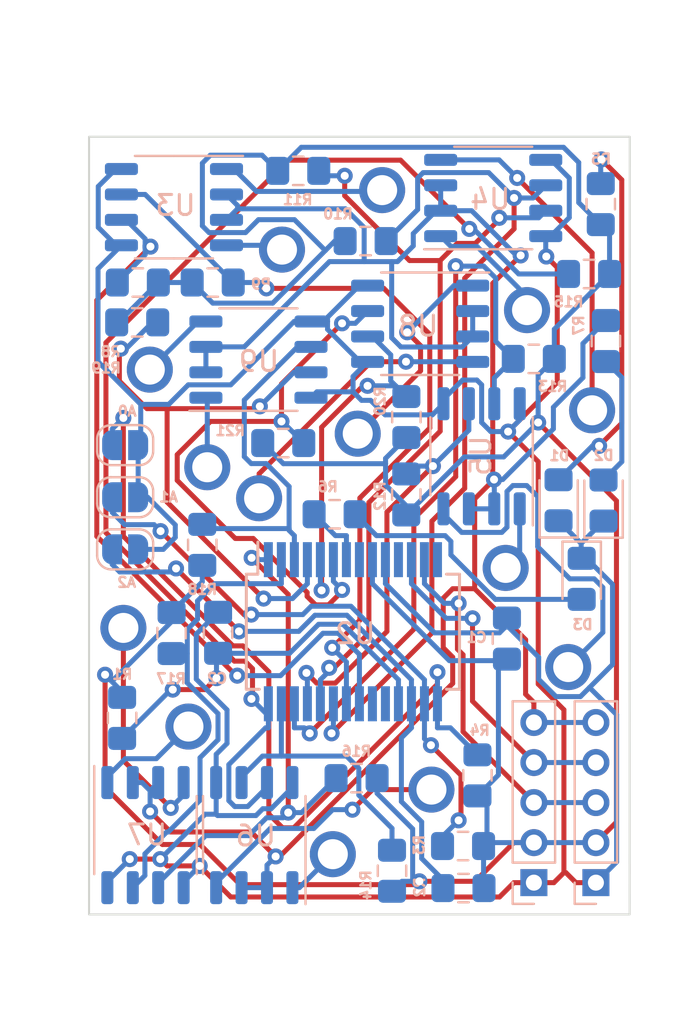
<source format=kicad_pcb>
(kicad_pcb (version 20171130) (host pcbnew "(5.1.5-0-10_14)")

  (general
    (thickness 1.6)
    (drawings 4)
    (tracks 674)
    (zones 0)
    (modules 40)
    (nets 47)
  )

  (page A4)
  (layers
    (0 F.Cu signal)
    (31 B.Cu signal)
    (32 B.Adhes user)
    (33 F.Adhes user)
    (34 B.Paste user)
    (35 F.Paste user)
    (36 B.SilkS user)
    (37 F.SilkS user)
    (38 B.Mask user)
    (39 F.Mask user)
    (40 Dwgs.User user)
    (41 Cmts.User user)
    (42 Eco1.User user)
    (43 Eco2.User user hide)
    (44 Edge.Cuts user)
    (45 Margin user)
    (46 B.CrtYd user)
    (47 F.CrtYd user)
    (48 B.Fab user)
    (49 F.Fab user)
  )

  (setup
    (last_trace_width 0.25)
    (trace_clearance 0.2)
    (zone_clearance 0.508)
    (zone_45_only no)
    (trace_min 0.2)
    (via_size 0.8)
    (via_drill 0.4)
    (via_min_size 0.4)
    (via_min_drill 0.3)
    (uvia_size 0.3)
    (uvia_drill 0.1)
    (uvias_allowed no)
    (uvia_min_size 0.2)
    (uvia_min_drill 0.1)
    (edge_width 0.05)
    (segment_width 0.2)
    (pcb_text_width 0.3)
    (pcb_text_size 1.5 1.5)
    (mod_edge_width 0.12)
    (mod_text_size 1 1)
    (mod_text_width 0.15)
    (pad_size 1.524 1.524)
    (pad_drill 0.762)
    (pad_to_mask_clearance 0.051)
    (solder_mask_min_width 0.25)
    (aux_axis_origin 0 0)
    (visible_elements 7FFFFFFF)
    (pcbplotparams
      (layerselection 0x010fc_ffffffff)
      (usegerberextensions false)
      (usegerberattributes false)
      (usegerberadvancedattributes false)
      (creategerberjobfile false)
      (excludeedgelayer true)
      (linewidth 0.100000)
      (plotframeref false)
      (viasonmask false)
      (mode 1)
      (useauxorigin false)
      (hpglpennumber 1)
      (hpglpenspeed 20)
      (hpglpendiameter 15.000000)
      (psnegative false)
      (psa4output false)
      (plotreference true)
      (plotvalue true)
      (plotinvisibletext false)
      (padsonsilk false)
      (subtractmaskfromsilk false)
      (outputformat 1)
      (mirror false)
      (drillshape 0)
      (scaleselection 1)
      (outputdirectory "gerber/"))
  )

  (net 0 "")
  (net 1 IN_B2)
  (net 2 GND)
  (net 3 +12V)
  (net 4 IN_A2)
  (net 5 IN_B1)
  (net 6 IN_A1)
  (net 7 IN_D2)
  (net 8 IN_C2)
  (net 9 IN_D1)
  (net 10 IN_C1)
  (net 11 IN_F2)
  (net 12 IN_E2)
  (net 13 IN_F1)
  (net 14 IN_E1)
  (net 15 IN_G2)
  (net 16 IN_G1)
  (net 17 F1)
  (net 18 F2)
  (net 19 G1)
  (net 20 G2)
  (net 21 E1)
  (net 22 E2)
  (net 23 D2)
  (net 24 D1)
  (net 25 A1)
  (net 26 A2)
  (net 27 B2)
  (net 28 B1)
  (net 29 C2)
  (net 30 C1)
  (net 31 "Net-(J1-Pad4)")
  (net 32 "Net-(J1-Pad3)")
  (net 33 +5V)
  (net 34 RESET)
  (net 35 "Net-(JP1-Pad1)")
  (net 36 "Net-(JP2-Pad1)")
  (net 37 "Net-(JP3-Pad1)")
  (net 38 "Net-(D1-Pad2)")
  (net 39 "Net-(D2-Pad2)")
  (net 40 "Net-(D3-Pad2)")
  (net 41 B6)
  (net 42 "Net-(U2-Pad20)")
  (net 43 "Net-(U2-Pad19)")
  (net 44 "Net-(U2-Pad14)")
  (net 45 "Net-(U2-Pad11)")
  (net 46 "Net-(U2-Pad8)")

  (net_class Default "Dies ist die voreingestellte Netzklasse."
    (clearance 0.2)
    (trace_width 0.25)
    (via_dia 0.8)
    (via_drill 0.4)
    (uvia_dia 0.3)
    (uvia_drill 0.1)
    (add_net +12V)
    (add_net +5V)
    (add_net A1)
    (add_net A2)
    (add_net B1)
    (add_net B2)
    (add_net B6)
    (add_net C1)
    (add_net C2)
    (add_net D1)
    (add_net D2)
    (add_net E1)
    (add_net E2)
    (add_net F1)
    (add_net F2)
    (add_net G1)
    (add_net G2)
    (add_net GND)
    (add_net IN_A1)
    (add_net IN_A2)
    (add_net IN_B1)
    (add_net IN_B2)
    (add_net IN_C1)
    (add_net IN_C2)
    (add_net IN_D1)
    (add_net IN_D2)
    (add_net IN_E1)
    (add_net IN_E2)
    (add_net IN_F1)
    (add_net IN_F2)
    (add_net IN_G1)
    (add_net IN_G2)
    (add_net "Net-(D1-Pad2)")
    (add_net "Net-(D2-Pad2)")
    (add_net "Net-(D3-Pad2)")
    (add_net "Net-(J1-Pad3)")
    (add_net "Net-(J1-Pad4)")
    (add_net "Net-(JP1-Pad1)")
    (add_net "Net-(JP2-Pad1)")
    (add_net "Net-(JP3-Pad1)")
    (add_net "Net-(U2-Pad11)")
    (add_net "Net-(U2-Pad14)")
    (add_net "Net-(U2-Pad19)")
    (add_net "Net-(U2-Pad20)")
    (add_net "Net-(U2-Pad8)")
    (add_net RESET)
  )

  (module Resistor_SMD:R_0805_2012Metric_Pad1.15x1.40mm_HandSolder (layer B.Cu) (tedit 5B36C52B) (tstamp 5E478D71)
    (at 35.2806 41.9202 180)
    (descr "Resistor SMD 0805 (2012 Metric), square (rectangular) end terminal, IPC_7351 nominal with elongated pad for handsoldering. (Body size source: https://docs.google.com/spreadsheets/d/1BsfQQcO9C6DZCsRaXUlFlo91Tg2WpOkGARC1WS5S8t0/edit?usp=sharing), generated with kicad-footprint-generator")
    (tags "resistor handsolder")
    (path /5E5217B9)
    (attr smd)
    (fp_text reference R21 (at 2.65176 0.61976) (layer B.SilkS)
      (effects (font (size 0.5 0.5) (thickness 0.125)) (justify mirror))
    )
    (fp_text value 10k (at 0 -1.65) (layer B.Fab)
      (effects (font (size 1 1) (thickness 0.15)) (justify mirror))
    )
    (fp_text user %R (at 0 0) (layer B.Fab)
      (effects (font (size 0.5 0.5) (thickness 0.08)) (justify mirror))
    )
    (fp_line (start 1.85 -0.95) (end -1.85 -0.95) (layer B.CrtYd) (width 0.05))
    (fp_line (start 1.85 0.95) (end 1.85 -0.95) (layer B.CrtYd) (width 0.05))
    (fp_line (start -1.85 0.95) (end 1.85 0.95) (layer B.CrtYd) (width 0.05))
    (fp_line (start -1.85 -0.95) (end -1.85 0.95) (layer B.CrtYd) (width 0.05))
    (fp_line (start -0.261252 -0.71) (end 0.261252 -0.71) (layer B.SilkS) (width 0.12))
    (fp_line (start -0.261252 0.71) (end 0.261252 0.71) (layer B.SilkS) (width 0.12))
    (fp_line (start 1 -0.6) (end -1 -0.6) (layer B.Fab) (width 0.1))
    (fp_line (start 1 0.6) (end 1 -0.6) (layer B.Fab) (width 0.1))
    (fp_line (start -1 0.6) (end 1 0.6) (layer B.Fab) (width 0.1))
    (fp_line (start -1 -0.6) (end -1 0.6) (layer B.Fab) (width 0.1))
    (pad 2 smd roundrect (at 1.025 0 180) (size 1.15 1.4) (layers B.Cu B.Paste B.Mask) (roundrect_rratio 0.217391)
      (net 33 +5V))
    (pad 1 smd roundrect (at -1.025 0 180) (size 1.15 1.4) (layers B.Cu B.Paste B.Mask) (roundrect_rratio 0.217391)
      (net 15 IN_G2))
    (model ${KISYS3DMOD}/Resistor_SMD.3dshapes/R_0805_2012Metric.wrl
      (at (xyz 0 0 0))
      (scale (xyz 1 1 1))
      (rotate (xyz 0 0 0))
    )
  )

  (module Resistor_SMD:R_0805_2012Metric_Pad1.15x1.40mm_HandSolder (layer B.Cu) (tedit 5B36C52B) (tstamp 5E478D60)
    (at 41.4325 40.6222 270)
    (descr "Resistor SMD 0805 (2012 Metric), square (rectangular) end terminal, IPC_7351 nominal with elongated pad for handsoldering. (Body size source: https://docs.google.com/spreadsheets/d/1BsfQQcO9C6DZCsRaXUlFlo91Tg2WpOkGARC1WS5S8t0/edit?usp=sharing), generated with kicad-footprint-generator")
    (tags "resistor handsolder")
    (path /5E521D3E)
    (attr smd)
    (fp_text reference R20 (at -0.79248 1.31572 90) (layer B.SilkS)
      (effects (font (size 0.5 0.5) (thickness 0.125)) (justify mirror))
    )
    (fp_text value 10k (at 0 -1.65 90) (layer B.Fab)
      (effects (font (size 1 1) (thickness 0.15)) (justify mirror))
    )
    (fp_text user %R (at 0 0 90) (layer B.Fab)
      (effects (font (size 0.5 0.5) (thickness 0.08)) (justify mirror))
    )
    (fp_line (start 1.85 -0.95) (end -1.85 -0.95) (layer B.CrtYd) (width 0.05))
    (fp_line (start 1.85 0.95) (end 1.85 -0.95) (layer B.CrtYd) (width 0.05))
    (fp_line (start -1.85 0.95) (end 1.85 0.95) (layer B.CrtYd) (width 0.05))
    (fp_line (start -1.85 -0.95) (end -1.85 0.95) (layer B.CrtYd) (width 0.05))
    (fp_line (start -0.261252 -0.71) (end 0.261252 -0.71) (layer B.SilkS) (width 0.12))
    (fp_line (start -0.261252 0.71) (end 0.261252 0.71) (layer B.SilkS) (width 0.12))
    (fp_line (start 1 -0.6) (end -1 -0.6) (layer B.Fab) (width 0.1))
    (fp_line (start 1 0.6) (end 1 -0.6) (layer B.Fab) (width 0.1))
    (fp_line (start -1 0.6) (end 1 0.6) (layer B.Fab) (width 0.1))
    (fp_line (start -1 -0.6) (end -1 0.6) (layer B.Fab) (width 0.1))
    (pad 2 smd roundrect (at 1.025 0 270) (size 1.15 1.4) (layers B.Cu B.Paste B.Mask) (roundrect_rratio 0.217391)
      (net 33 +5V))
    (pad 1 smd roundrect (at -1.025 0 270) (size 1.15 1.4) (layers B.Cu B.Paste B.Mask) (roundrect_rratio 0.217391)
      (net 16 IN_G1))
    (model ${KISYS3DMOD}/Resistor_SMD.3dshapes/R_0805_2012Metric.wrl
      (at (xyz 0 0 0))
      (scale (xyz 1 1 1))
      (rotate (xyz 0 0 0))
    )
  )

  (module Resistor_SMD:R_0805_2012Metric_Pad1.15x1.40mm_HandSolder (layer B.Cu) (tedit 5B36C52B) (tstamp 5E47C288)
    (at 27.9832 35.8927 180)
    (descr "Resistor SMD 0805 (2012 Metric), square (rectangular) end terminal, IPC_7351 nominal with elongated pad for handsoldering. (Body size source: https://docs.google.com/spreadsheets/d/1BsfQQcO9C6DZCsRaXUlFlo91Tg2WpOkGARC1WS5S8t0/edit?usp=sharing), generated with kicad-footprint-generator")
    (tags "resistor handsolder")
    (path /5E520388)
    (attr smd)
    (fp_text reference R19 (at 1.55448 -2.28092) (layer B.SilkS)
      (effects (font (size 0.5 0.5) (thickness 0.125)) (justify mirror))
    )
    (fp_text value 10k (at 0 -1.65) (layer B.Fab)
      (effects (font (size 1 1) (thickness 0.15)) (justify mirror))
    )
    (fp_text user %R (at 0 0) (layer B.Fab)
      (effects (font (size 0.5 0.5) (thickness 0.08)) (justify mirror))
    )
    (fp_line (start 1.85 -0.95) (end -1.85 -0.95) (layer B.CrtYd) (width 0.05))
    (fp_line (start 1.85 0.95) (end 1.85 -0.95) (layer B.CrtYd) (width 0.05))
    (fp_line (start -1.85 0.95) (end 1.85 0.95) (layer B.CrtYd) (width 0.05))
    (fp_line (start -1.85 -0.95) (end -1.85 0.95) (layer B.CrtYd) (width 0.05))
    (fp_line (start -0.261252 -0.71) (end 0.261252 -0.71) (layer B.SilkS) (width 0.12))
    (fp_line (start -0.261252 0.71) (end 0.261252 0.71) (layer B.SilkS) (width 0.12))
    (fp_line (start 1 -0.6) (end -1 -0.6) (layer B.Fab) (width 0.1))
    (fp_line (start 1 0.6) (end 1 -0.6) (layer B.Fab) (width 0.1))
    (fp_line (start -1 0.6) (end 1 0.6) (layer B.Fab) (width 0.1))
    (fp_line (start -1 -0.6) (end -1 0.6) (layer B.Fab) (width 0.1))
    (pad 2 smd roundrect (at 1.025 0 180) (size 1.15 1.4) (layers B.Cu B.Paste B.Mask) (roundrect_rratio 0.217391)
      (net 33 +5V))
    (pad 1 smd roundrect (at -1.025 0 180) (size 1.15 1.4) (layers B.Cu B.Paste B.Mask) (roundrect_rratio 0.217391)
      (net 11 IN_F2))
    (model ${KISYS3DMOD}/Resistor_SMD.3dshapes/R_0805_2012Metric.wrl
      (at (xyz 0 0 0))
      (scale (xyz 1 1 1))
      (rotate (xyz 0 0 0))
    )
  )

  (module Resistor_SMD:R_0805_2012Metric_Pad1.15x1.40mm_HandSolder (layer B.Cu) (tedit 5B36C52B) (tstamp 5E478D3E)
    (at 31.2344 47.0078 270)
    (descr "Resistor SMD 0805 (2012 Metric), square (rectangular) end terminal, IPC_7351 nominal with elongated pad for handsoldering. (Body size source: https://docs.google.com/spreadsheets/d/1BsfQQcO9C6DZCsRaXUlFlo91Tg2WpOkGARC1WS5S8t0/edit?usp=sharing), generated with kicad-footprint-generator")
    (tags "resistor handsolder")
    (path /5E5209F4)
    (attr smd)
    (fp_text reference R18 (at 2.22504 -0.00508) (layer B.SilkS)
      (effects (font (size 0.5 0.5) (thickness 0.125)) (justify mirror))
    )
    (fp_text value 10k (at 0 -1.65 90) (layer B.Fab)
      (effects (font (size 1 1) (thickness 0.15)) (justify mirror))
    )
    (fp_text user %R (at 0 0 90) (layer B.Fab)
      (effects (font (size 0.5 0.5) (thickness 0.08)) (justify mirror))
    )
    (fp_line (start 1.85 -0.95) (end -1.85 -0.95) (layer B.CrtYd) (width 0.05))
    (fp_line (start 1.85 0.95) (end 1.85 -0.95) (layer B.CrtYd) (width 0.05))
    (fp_line (start -1.85 0.95) (end 1.85 0.95) (layer B.CrtYd) (width 0.05))
    (fp_line (start -1.85 -0.95) (end -1.85 0.95) (layer B.CrtYd) (width 0.05))
    (fp_line (start -0.261252 -0.71) (end 0.261252 -0.71) (layer B.SilkS) (width 0.12))
    (fp_line (start -0.261252 0.71) (end 0.261252 0.71) (layer B.SilkS) (width 0.12))
    (fp_line (start 1 -0.6) (end -1 -0.6) (layer B.Fab) (width 0.1))
    (fp_line (start 1 0.6) (end 1 -0.6) (layer B.Fab) (width 0.1))
    (fp_line (start -1 0.6) (end 1 0.6) (layer B.Fab) (width 0.1))
    (fp_line (start -1 -0.6) (end -1 0.6) (layer B.Fab) (width 0.1))
    (pad 2 smd roundrect (at 1.025 0 270) (size 1.15 1.4) (layers B.Cu B.Paste B.Mask) (roundrect_rratio 0.217391)
      (net 33 +5V))
    (pad 1 smd roundrect (at -1.025 0 270) (size 1.15 1.4) (layers B.Cu B.Paste B.Mask) (roundrect_rratio 0.217391)
      (net 13 IN_F1))
    (model ${KISYS3DMOD}/Resistor_SMD.3dshapes/R_0805_2012Metric.wrl
      (at (xyz 0 0 0))
      (scale (xyz 1 1 1))
      (rotate (xyz 0 0 0))
    )
  )

  (module Resistor_SMD:R_0805_2012Metric_Pad1.15x1.40mm_HandSolder (layer B.Cu) (tedit 5B36C52B) (tstamp 5E478D2D)
    (at 29.7002 51.4121 90)
    (descr "Resistor SMD 0805 (2012 Metric), square (rectangular) end terminal, IPC_7351 nominal with elongated pad for handsoldering. (Body size source: https://docs.google.com/spreadsheets/d/1BsfQQcO9C6DZCsRaXUlFlo91Tg2WpOkGARC1WS5S8t0/edit?usp=sharing), generated with kicad-footprint-generator")
    (tags "resistor handsolder")
    (path /5E520D57)
    (attr smd)
    (fp_text reference R17 (at -2.286 -0.02286 180) (layer B.SilkS)
      (effects (font (size 0.5 0.5) (thickness 0.125)) (justify mirror))
    )
    (fp_text value 10k (at 0 -1.65 90) (layer B.Fab)
      (effects (font (size 1 1) (thickness 0.15)) (justify mirror))
    )
    (fp_text user %R (at 0 0 90) (layer B.Fab)
      (effects (font (size 0.5 0.5) (thickness 0.08)) (justify mirror))
    )
    (fp_line (start 1.85 -0.95) (end -1.85 -0.95) (layer B.CrtYd) (width 0.05))
    (fp_line (start 1.85 0.95) (end 1.85 -0.95) (layer B.CrtYd) (width 0.05))
    (fp_line (start -1.85 0.95) (end 1.85 0.95) (layer B.CrtYd) (width 0.05))
    (fp_line (start -1.85 -0.95) (end -1.85 0.95) (layer B.CrtYd) (width 0.05))
    (fp_line (start -0.261252 -0.71) (end 0.261252 -0.71) (layer B.SilkS) (width 0.12))
    (fp_line (start -0.261252 0.71) (end 0.261252 0.71) (layer B.SilkS) (width 0.12))
    (fp_line (start 1 -0.6) (end -1 -0.6) (layer B.Fab) (width 0.1))
    (fp_line (start 1 0.6) (end 1 -0.6) (layer B.Fab) (width 0.1))
    (fp_line (start -1 0.6) (end 1 0.6) (layer B.Fab) (width 0.1))
    (fp_line (start -1 -0.6) (end -1 0.6) (layer B.Fab) (width 0.1))
    (pad 2 smd roundrect (at 1.025 0 90) (size 1.15 1.4) (layers B.Cu B.Paste B.Mask) (roundrect_rratio 0.217391)
      (net 33 +5V))
    (pad 1 smd roundrect (at -1.025 0 90) (size 1.15 1.4) (layers B.Cu B.Paste B.Mask) (roundrect_rratio 0.217391)
      (net 12 IN_E2))
    (model ${KISYS3DMOD}/Resistor_SMD.3dshapes/R_0805_2012Metric.wrl
      (at (xyz 0 0 0))
      (scale (xyz 1 1 1))
      (rotate (xyz 0 0 0))
    )
  )

  (module Resistor_SMD:R_0805_2012Metric_Pad1.15x1.40mm_HandSolder (layer B.Cu) (tedit 5B36C52B) (tstamp 5E478D1C)
    (at 38.9433 58.6588)
    (descr "Resistor SMD 0805 (2012 Metric), square (rectangular) end terminal, IPC_7351 nominal with elongated pad for handsoldering. (Body size source: https://docs.google.com/spreadsheets/d/1BsfQQcO9C6DZCsRaXUlFlo91Tg2WpOkGARC1WS5S8t0/edit?usp=sharing), generated with kicad-footprint-generator")
    (tags "resistor handsolder")
    (path /5E521306)
    (attr smd)
    (fp_text reference R16 (at -0.00762 -1.34112) (layer B.SilkS)
      (effects (font (size 0.5 0.5) (thickness 0.125)) (justify mirror))
    )
    (fp_text value 10k (at 0 -1.65) (layer B.Fab)
      (effects (font (size 1 1) (thickness 0.15)) (justify mirror))
    )
    (fp_text user %R (at 0 0) (layer B.Fab)
      (effects (font (size 0.5 0.5) (thickness 0.08)) (justify mirror))
    )
    (fp_line (start 1.85 -0.95) (end -1.85 -0.95) (layer B.CrtYd) (width 0.05))
    (fp_line (start 1.85 0.95) (end 1.85 -0.95) (layer B.CrtYd) (width 0.05))
    (fp_line (start -1.85 0.95) (end 1.85 0.95) (layer B.CrtYd) (width 0.05))
    (fp_line (start -1.85 -0.95) (end -1.85 0.95) (layer B.CrtYd) (width 0.05))
    (fp_line (start -0.261252 -0.71) (end 0.261252 -0.71) (layer B.SilkS) (width 0.12))
    (fp_line (start -0.261252 0.71) (end 0.261252 0.71) (layer B.SilkS) (width 0.12))
    (fp_line (start 1 -0.6) (end -1 -0.6) (layer B.Fab) (width 0.1))
    (fp_line (start 1 0.6) (end 1 -0.6) (layer B.Fab) (width 0.1))
    (fp_line (start -1 0.6) (end 1 0.6) (layer B.Fab) (width 0.1))
    (fp_line (start -1 -0.6) (end -1 0.6) (layer B.Fab) (width 0.1))
    (pad 2 smd roundrect (at 1.025 0) (size 1.15 1.4) (layers B.Cu B.Paste B.Mask) (roundrect_rratio 0.217391)
      (net 33 +5V))
    (pad 1 smd roundrect (at -1.025 0) (size 1.15 1.4) (layers B.Cu B.Paste B.Mask) (roundrect_rratio 0.217391)
      (net 14 IN_E1))
    (model ${KISYS3DMOD}/Resistor_SMD.3dshapes/R_0805_2012Metric.wrl
      (at (xyz 0 0 0))
      (scale (xyz 1 1 1))
      (rotate (xyz 0 0 0))
    )
  )

  (module Resistor_SMD:R_0805_2012Metric_Pad1.15x1.40mm_HandSolder (layer B.Cu) (tedit 5B36C52B) (tstamp 5E478D0B)
    (at 50.5587 33.4747)
    (descr "Resistor SMD 0805 (2012 Metric), square (rectangular) end terminal, IPC_7351 nominal with elongated pad for handsoldering. (Body size source: https://docs.google.com/spreadsheets/d/1BsfQQcO9C6DZCsRaXUlFlo91Tg2WpOkGARC1WS5S8t0/edit?usp=sharing), generated with kicad-footprint-generator")
    (tags "resistor handsolder")
    (path /5E51F497)
    (attr smd)
    (fp_text reference R15 (at -1.016 1.39192) (layer B.SilkS)
      (effects (font (size 0.5 0.5) (thickness 0.125)) (justify mirror))
    )
    (fp_text value 10k (at 0 -1.65) (layer B.Fab)
      (effects (font (size 1 1) (thickness 0.15)) (justify mirror))
    )
    (fp_text user %R (at 0 0) (layer B.Fab)
      (effects (font (size 0.5 0.5) (thickness 0.08)) (justify mirror))
    )
    (fp_line (start 1.85 -0.95) (end -1.85 -0.95) (layer B.CrtYd) (width 0.05))
    (fp_line (start 1.85 0.95) (end 1.85 -0.95) (layer B.CrtYd) (width 0.05))
    (fp_line (start -1.85 0.95) (end 1.85 0.95) (layer B.CrtYd) (width 0.05))
    (fp_line (start -1.85 -0.95) (end -1.85 0.95) (layer B.CrtYd) (width 0.05))
    (fp_line (start -0.261252 -0.71) (end 0.261252 -0.71) (layer B.SilkS) (width 0.12))
    (fp_line (start -0.261252 0.71) (end 0.261252 0.71) (layer B.SilkS) (width 0.12))
    (fp_line (start 1 -0.6) (end -1 -0.6) (layer B.Fab) (width 0.1))
    (fp_line (start 1 0.6) (end 1 -0.6) (layer B.Fab) (width 0.1))
    (fp_line (start -1 0.6) (end 1 0.6) (layer B.Fab) (width 0.1))
    (fp_line (start -1 -0.6) (end -1 0.6) (layer B.Fab) (width 0.1))
    (pad 2 smd roundrect (at 1.025 0) (size 1.15 1.4) (layers B.Cu B.Paste B.Mask) (roundrect_rratio 0.217391)
      (net 33 +5V))
    (pad 1 smd roundrect (at -1.025 0) (size 1.15 1.4) (layers B.Cu B.Paste B.Mask) (roundrect_rratio 0.217391)
      (net 7 IN_D2))
    (model ${KISYS3DMOD}/Resistor_SMD.3dshapes/R_0805_2012Metric.wrl
      (at (xyz 0 0 0))
      (scale (xyz 1 1 1))
      (rotate (xyz 0 0 0))
    )
  )

  (module Resistor_SMD:R_0805_2012Metric_Pad1.15x1.40mm_HandSolder (layer B.Cu) (tedit 5B36C52B) (tstamp 5E478CFA)
    (at 40.7137 63.2866 270)
    (descr "Resistor SMD 0805 (2012 Metric), square (rectangular) end terminal, IPC_7351 nominal with elongated pad for handsoldering. (Body size source: https://docs.google.com/spreadsheets/d/1BsfQQcO9C6DZCsRaXUlFlo91Tg2WpOkGARC1WS5S8t0/edit?usp=sharing), generated with kicad-footprint-generator")
    (tags "resistor handsolder")
    (path /5E51F99E)
    (attr smd)
    (fp_text reference R14 (at 0.7112 1.30556 270) (layer B.SilkS)
      (effects (font (size 0.5 0.5) (thickness 0.125)) (justify mirror))
    )
    (fp_text value 10k (at 0 -1.65 90) (layer B.Fab)
      (effects (font (size 1 1) (thickness 0.15)) (justify mirror))
    )
    (fp_text user %R (at 0 0 90) (layer B.Fab)
      (effects (font (size 0.5 0.5) (thickness 0.08)) (justify mirror))
    )
    (fp_line (start 1.85 -0.95) (end -1.85 -0.95) (layer B.CrtYd) (width 0.05))
    (fp_line (start 1.85 0.95) (end 1.85 -0.95) (layer B.CrtYd) (width 0.05))
    (fp_line (start -1.85 0.95) (end 1.85 0.95) (layer B.CrtYd) (width 0.05))
    (fp_line (start -1.85 -0.95) (end -1.85 0.95) (layer B.CrtYd) (width 0.05))
    (fp_line (start -0.261252 -0.71) (end 0.261252 -0.71) (layer B.SilkS) (width 0.12))
    (fp_line (start -0.261252 0.71) (end 0.261252 0.71) (layer B.SilkS) (width 0.12))
    (fp_line (start 1 -0.6) (end -1 -0.6) (layer B.Fab) (width 0.1))
    (fp_line (start 1 0.6) (end 1 -0.6) (layer B.Fab) (width 0.1))
    (fp_line (start -1 0.6) (end 1 0.6) (layer B.Fab) (width 0.1))
    (fp_line (start -1 -0.6) (end -1 0.6) (layer B.Fab) (width 0.1))
    (pad 2 smd roundrect (at 1.025 0 270) (size 1.15 1.4) (layers B.Cu B.Paste B.Mask) (roundrect_rratio 0.217391)
      (net 33 +5V))
    (pad 1 smd roundrect (at -1.025 0 270) (size 1.15 1.4) (layers B.Cu B.Paste B.Mask) (roundrect_rratio 0.217391)
      (net 9 IN_D1))
    (model ${KISYS3DMOD}/Resistor_SMD.3dshapes/R_0805_2012Metric.wrl
      (at (xyz 0 0 0))
      (scale (xyz 1 1 1))
      (rotate (xyz 0 0 0))
    )
  )

  (module Resistor_SMD:R_0805_2012Metric_Pad1.15x1.40mm_HandSolder (layer B.Cu) (tedit 5B36C52B) (tstamp 5E478CE9)
    (at 47.7977 37.7165)
    (descr "Resistor SMD 0805 (2012 Metric), square (rectangular) end terminal, IPC_7351 nominal with elongated pad for handsoldering. (Body size source: https://docs.google.com/spreadsheets/d/1BsfQQcO9C6DZCsRaXUlFlo91Tg2WpOkGARC1WS5S8t0/edit?usp=sharing), generated with kicad-footprint-generator")
    (tags "resistor handsolder")
    (path /5E51FCD7)
    (attr smd)
    (fp_text reference R13 (at 0.93726 1.37668) (layer B.SilkS)
      (effects (font (size 0.5 0.5) (thickness 0.125)) (justify mirror))
    )
    (fp_text value 10k (at 0 -1.65) (layer B.Fab)
      (effects (font (size 1 1) (thickness 0.15)) (justify mirror))
    )
    (fp_text user %R (at 0 0) (layer B.Fab)
      (effects (font (size 0.5 0.5) (thickness 0.08)) (justify mirror))
    )
    (fp_line (start 1.85 -0.95) (end -1.85 -0.95) (layer B.CrtYd) (width 0.05))
    (fp_line (start 1.85 0.95) (end 1.85 -0.95) (layer B.CrtYd) (width 0.05))
    (fp_line (start -1.85 0.95) (end 1.85 0.95) (layer B.CrtYd) (width 0.05))
    (fp_line (start -1.85 -0.95) (end -1.85 0.95) (layer B.CrtYd) (width 0.05))
    (fp_line (start -0.261252 -0.71) (end 0.261252 -0.71) (layer B.SilkS) (width 0.12))
    (fp_line (start -0.261252 0.71) (end 0.261252 0.71) (layer B.SilkS) (width 0.12))
    (fp_line (start 1 -0.6) (end -1 -0.6) (layer B.Fab) (width 0.1))
    (fp_line (start 1 0.6) (end 1 -0.6) (layer B.Fab) (width 0.1))
    (fp_line (start -1 0.6) (end 1 0.6) (layer B.Fab) (width 0.1))
    (fp_line (start -1 -0.6) (end -1 0.6) (layer B.Fab) (width 0.1))
    (pad 2 smd roundrect (at 1.025 0) (size 1.15 1.4) (layers B.Cu B.Paste B.Mask) (roundrect_rratio 0.217391)
      (net 33 +5V))
    (pad 1 smd roundrect (at -1.025 0) (size 1.15 1.4) (layers B.Cu B.Paste B.Mask) (roundrect_rratio 0.217391)
      (net 8 IN_C2))
    (model ${KISYS3DMOD}/Resistor_SMD.3dshapes/R_0805_2012Metric.wrl
      (at (xyz 0 0 0))
      (scale (xyz 1 1 1))
      (rotate (xyz 0 0 0))
    )
  )

  (module Resistor_SMD:R_0805_2012Metric_Pad1.15x1.40mm_HandSolder (layer B.Cu) (tedit 5B36C52B) (tstamp 5E478CD8)
    (at 41.4274 44.4881 270)
    (descr "Resistor SMD 0805 (2012 Metric), square (rectangular) end terminal, IPC_7351 nominal with elongated pad for handsoldering. (Body size source: https://docs.google.com/spreadsheets/d/1BsfQQcO9C6DZCsRaXUlFlo91Tg2WpOkGARC1WS5S8t0/edit?usp=sharing), generated with kicad-footprint-generator")
    (tags "resistor handsolder")
    (path /5E52004F)
    (attr smd)
    (fp_text reference R12 (at 0.08382 1.31064 90) (layer B.SilkS)
      (effects (font (size 0.5 0.5) (thickness 0.125)) (justify mirror))
    )
    (fp_text value 10k (at 0 -1.65 90) (layer B.Fab)
      (effects (font (size 1 1) (thickness 0.15)) (justify mirror))
    )
    (fp_text user %R (at 0 0 90) (layer B.Fab)
      (effects (font (size 0.5 0.5) (thickness 0.08)) (justify mirror))
    )
    (fp_line (start 1.85 -0.95) (end -1.85 -0.95) (layer B.CrtYd) (width 0.05))
    (fp_line (start 1.85 0.95) (end 1.85 -0.95) (layer B.CrtYd) (width 0.05))
    (fp_line (start -1.85 0.95) (end 1.85 0.95) (layer B.CrtYd) (width 0.05))
    (fp_line (start -1.85 -0.95) (end -1.85 0.95) (layer B.CrtYd) (width 0.05))
    (fp_line (start -0.261252 -0.71) (end 0.261252 -0.71) (layer B.SilkS) (width 0.12))
    (fp_line (start -0.261252 0.71) (end 0.261252 0.71) (layer B.SilkS) (width 0.12))
    (fp_line (start 1 -0.6) (end -1 -0.6) (layer B.Fab) (width 0.1))
    (fp_line (start 1 0.6) (end 1 -0.6) (layer B.Fab) (width 0.1))
    (fp_line (start -1 0.6) (end 1 0.6) (layer B.Fab) (width 0.1))
    (fp_line (start -1 -0.6) (end -1 0.6) (layer B.Fab) (width 0.1))
    (pad 2 smd roundrect (at 1.025 0 270) (size 1.15 1.4) (layers B.Cu B.Paste B.Mask) (roundrect_rratio 0.217391)
      (net 33 +5V))
    (pad 1 smd roundrect (at -1.025 0 270) (size 1.15 1.4) (layers B.Cu B.Paste B.Mask) (roundrect_rratio 0.217391)
      (net 10 IN_C1))
    (model ${KISYS3DMOD}/Resistor_SMD.3dshapes/R_0805_2012Metric.wrl
      (at (xyz 0 0 0))
      (scale (xyz 1 1 1))
      (rotate (xyz 0 0 0))
    )
  )

  (module Resistor_SMD:R_0805_2012Metric_Pad1.15x1.40mm_HandSolder (layer B.Cu) (tedit 5B36C52B) (tstamp 5E478CC7)
    (at 36.0299 28.3231 180)
    (descr "Resistor SMD 0805 (2012 Metric), square (rectangular) end terminal, IPC_7351 nominal with elongated pad for handsoldering. (Body size source: https://docs.google.com/spreadsheets/d/1BsfQQcO9C6DZCsRaXUlFlo91Tg2WpOkGARC1WS5S8t0/edit?usp=sharing), generated with kicad-footprint-generator")
    (tags "resistor handsolder")
    (path /5E51DE79)
    (attr smd)
    (fp_text reference R11 (at 0.03048 -1.44314) (layer B.SilkS)
      (effects (font (size 0.5 0.5) (thickness 0.125)) (justify mirror))
    )
    (fp_text value 10k (at 0 -1.65) (layer B.Fab)
      (effects (font (size 1 1) (thickness 0.15)) (justify mirror))
    )
    (fp_text user %R (at 0 0) (layer B.Fab)
      (effects (font (size 0.5 0.5) (thickness 0.08)) (justify mirror))
    )
    (fp_line (start 1.85 -0.95) (end -1.85 -0.95) (layer B.CrtYd) (width 0.05))
    (fp_line (start 1.85 0.95) (end 1.85 -0.95) (layer B.CrtYd) (width 0.05))
    (fp_line (start -1.85 0.95) (end 1.85 0.95) (layer B.CrtYd) (width 0.05))
    (fp_line (start -1.85 -0.95) (end -1.85 0.95) (layer B.CrtYd) (width 0.05))
    (fp_line (start -0.261252 -0.71) (end 0.261252 -0.71) (layer B.SilkS) (width 0.12))
    (fp_line (start -0.261252 0.71) (end 0.261252 0.71) (layer B.SilkS) (width 0.12))
    (fp_line (start 1 -0.6) (end -1 -0.6) (layer B.Fab) (width 0.1))
    (fp_line (start 1 0.6) (end 1 -0.6) (layer B.Fab) (width 0.1))
    (fp_line (start -1 0.6) (end 1 0.6) (layer B.Fab) (width 0.1))
    (fp_line (start -1 -0.6) (end -1 0.6) (layer B.Fab) (width 0.1))
    (pad 2 smd roundrect (at 1.025 0 180) (size 1.15 1.4) (layers B.Cu B.Paste B.Mask) (roundrect_rratio 0.217391)
      (net 33 +5V))
    (pad 1 smd roundrect (at -1.025 0 180) (size 1.15 1.4) (layers B.Cu B.Paste B.Mask) (roundrect_rratio 0.217391)
      (net 1 IN_B2))
    (model ${KISYS3DMOD}/Resistor_SMD.3dshapes/R_0805_2012Metric.wrl
      (at (xyz 0 0 0))
      (scale (xyz 1 1 1))
      (rotate (xyz 0 0 0))
    )
  )

  (module Resistor_SMD:R_0805_2012Metric_Pad1.15x1.40mm_HandSolder (layer B.Cu) (tedit 5B36C52B) (tstamp 5E478CB6)
    (at 39.3954 31.8313 180)
    (descr "Resistor SMD 0805 (2012 Metric), square (rectangular) end terminal, IPC_7351 nominal with elongated pad for handsoldering. (Body size source: https://docs.google.com/spreadsheets/d/1BsfQQcO9C6DZCsRaXUlFlo91Tg2WpOkGARC1WS5S8t0/edit?usp=sharing), generated with kicad-footprint-generator")
    (tags "resistor handsolder")
    (path /5E51E600)
    (attr smd)
    (fp_text reference R10 (at 1.37922 1.35382) (layer B.SilkS)
      (effects (font (size 0.5 0.5) (thickness 0.125)) (justify mirror))
    )
    (fp_text value 10k (at 0 -1.65) (layer B.Fab)
      (effects (font (size 1 1) (thickness 0.15)) (justify mirror))
    )
    (fp_text user %R (at 0 0) (layer B.Fab)
      (effects (font (size 0.5 0.5) (thickness 0.08)) (justify mirror))
    )
    (fp_line (start 1.85 -0.95) (end -1.85 -0.95) (layer B.CrtYd) (width 0.05))
    (fp_line (start 1.85 0.95) (end 1.85 -0.95) (layer B.CrtYd) (width 0.05))
    (fp_line (start -1.85 0.95) (end 1.85 0.95) (layer B.CrtYd) (width 0.05))
    (fp_line (start -1.85 -0.95) (end -1.85 0.95) (layer B.CrtYd) (width 0.05))
    (fp_line (start -0.261252 -0.71) (end 0.261252 -0.71) (layer B.SilkS) (width 0.12))
    (fp_line (start -0.261252 0.71) (end 0.261252 0.71) (layer B.SilkS) (width 0.12))
    (fp_line (start 1 -0.6) (end -1 -0.6) (layer B.Fab) (width 0.1))
    (fp_line (start 1 0.6) (end 1 -0.6) (layer B.Fab) (width 0.1))
    (fp_line (start -1 0.6) (end 1 0.6) (layer B.Fab) (width 0.1))
    (fp_line (start -1 -0.6) (end -1 0.6) (layer B.Fab) (width 0.1))
    (pad 2 smd roundrect (at 1.025 0 180) (size 1.15 1.4) (layers B.Cu B.Paste B.Mask) (roundrect_rratio 0.217391)
      (net 33 +5V))
    (pad 1 smd roundrect (at -1.025 0 180) (size 1.15 1.4) (layers B.Cu B.Paste B.Mask) (roundrect_rratio 0.217391)
      (net 5 IN_B1))
    (model ${KISYS3DMOD}/Resistor_SMD.3dshapes/R_0805_2012Metric.wrl
      (at (xyz 0 0 0))
      (scale (xyz 1 1 1))
      (rotate (xyz 0 0 0))
    )
  )

  (module Resistor_SMD:R_0805_2012Metric_Pad1.15x1.40mm_HandSolder (layer B.Cu) (tedit 5B36C52B) (tstamp 5E478CA5)
    (at 31.7551 33.9014 180)
    (descr "Resistor SMD 0805 (2012 Metric), square (rectangular) end terminal, IPC_7351 nominal with elongated pad for handsoldering. (Body size source: https://docs.google.com/spreadsheets/d/1BsfQQcO9C6DZCsRaXUlFlo91Tg2WpOkGARC1WS5S8t0/edit?usp=sharing), generated with kicad-footprint-generator")
    (tags "resistor handsolder")
    (path /5E51ED14)
    (attr smd)
    (fp_text reference R9 (at -2.41554 -0.08128) (layer B.SilkS)
      (effects (font (size 0.5 0.5) (thickness 0.125)) (justify mirror))
    )
    (fp_text value 10k (at 0 -1.65) (layer B.Fab)
      (effects (font (size 1 1) (thickness 0.15)) (justify mirror))
    )
    (fp_text user %R (at 0 0) (layer B.Fab)
      (effects (font (size 0.5 0.5) (thickness 0.08)) (justify mirror))
    )
    (fp_line (start 1.85 -0.95) (end -1.85 -0.95) (layer B.CrtYd) (width 0.05))
    (fp_line (start 1.85 0.95) (end 1.85 -0.95) (layer B.CrtYd) (width 0.05))
    (fp_line (start -1.85 0.95) (end 1.85 0.95) (layer B.CrtYd) (width 0.05))
    (fp_line (start -1.85 -0.95) (end -1.85 0.95) (layer B.CrtYd) (width 0.05))
    (fp_line (start -0.261252 -0.71) (end 0.261252 -0.71) (layer B.SilkS) (width 0.12))
    (fp_line (start -0.261252 0.71) (end 0.261252 0.71) (layer B.SilkS) (width 0.12))
    (fp_line (start 1 -0.6) (end -1 -0.6) (layer B.Fab) (width 0.1))
    (fp_line (start 1 0.6) (end 1 -0.6) (layer B.Fab) (width 0.1))
    (fp_line (start -1 0.6) (end 1 0.6) (layer B.Fab) (width 0.1))
    (fp_line (start -1 -0.6) (end -1 0.6) (layer B.Fab) (width 0.1))
    (pad 2 smd roundrect (at 1.025 0 180) (size 1.15 1.4) (layers B.Cu B.Paste B.Mask) (roundrect_rratio 0.217391)
      (net 33 +5V))
    (pad 1 smd roundrect (at -1.025 0 180) (size 1.15 1.4) (layers B.Cu B.Paste B.Mask) (roundrect_rratio 0.217391)
      (net 4 IN_A2))
    (model ${KISYS3DMOD}/Resistor_SMD.3dshapes/R_0805_2012Metric.wrl
      (at (xyz 0 0 0))
      (scale (xyz 1 1 1))
      (rotate (xyz 0 0 0))
    )
  )

  (module Resistor_SMD:R_0805_2012Metric_Pad1.15x1.40mm_HandSolder (layer B.Cu) (tedit 5B36C52B) (tstamp 5E478C94)
    (at 28.0137 33.9014)
    (descr "Resistor SMD 0805 (2012 Metric), square (rectangular) end terminal, IPC_7351 nominal with elongated pad for handsoldering. (Body size source: https://docs.google.com/spreadsheets/d/1BsfQQcO9C6DZCsRaXUlFlo91Tg2WpOkGARC1WS5S8t0/edit?usp=sharing), generated with kicad-footprint-generator")
    (tags "resistor handsolder")
    (path /5E51F19D)
    (attr smd)
    (fp_text reference R8 (at -1.34874 3.45694) (layer B.SilkS)
      (effects (font (size 0.5 0.5) (thickness 0.125)) (justify mirror))
    )
    (fp_text value 10k (at 0 -1.65) (layer B.Fab)
      (effects (font (size 1 1) (thickness 0.15)) (justify mirror))
    )
    (fp_text user %R (at 0 0) (layer B.Fab)
      (effects (font (size 0.5 0.5) (thickness 0.08)) (justify mirror))
    )
    (fp_line (start 1.85 -0.95) (end -1.85 -0.95) (layer B.CrtYd) (width 0.05))
    (fp_line (start 1.85 0.95) (end 1.85 -0.95) (layer B.CrtYd) (width 0.05))
    (fp_line (start -1.85 0.95) (end 1.85 0.95) (layer B.CrtYd) (width 0.05))
    (fp_line (start -1.85 -0.95) (end -1.85 0.95) (layer B.CrtYd) (width 0.05))
    (fp_line (start -0.261252 -0.71) (end 0.261252 -0.71) (layer B.SilkS) (width 0.12))
    (fp_line (start -0.261252 0.71) (end 0.261252 0.71) (layer B.SilkS) (width 0.12))
    (fp_line (start 1 -0.6) (end -1 -0.6) (layer B.Fab) (width 0.1))
    (fp_line (start 1 0.6) (end 1 -0.6) (layer B.Fab) (width 0.1))
    (fp_line (start -1 0.6) (end 1 0.6) (layer B.Fab) (width 0.1))
    (fp_line (start -1 -0.6) (end -1 0.6) (layer B.Fab) (width 0.1))
    (pad 2 smd roundrect (at 1.025 0) (size 1.15 1.4) (layers B.Cu B.Paste B.Mask) (roundrect_rratio 0.217391)
      (net 33 +5V))
    (pad 1 smd roundrect (at -1.025 0) (size 1.15 1.4) (layers B.Cu B.Paste B.Mask) (roundrect_rratio 0.217391)
      (net 6 IN_A1))
    (model ${KISYS3DMOD}/Resistor_SMD.3dshapes/R_0805_2012Metric.wrl
      (at (xyz 0 0 0))
      (scale (xyz 1 1 1))
      (rotate (xyz 0 0 0))
    )
  )

  (module additional:em7seg (layer F.Cu) (tedit 5E464A6A) (tstamp 5E465563)
    (at 39.0017 45.974)
    (path /5E42D318)
    (fp_text reference U1 (at 0 0) (layer F.SilkS) hide
      (effects (font (size 1.524 1.524) (thickness 0.3)))
    )
    (fp_text value EM7SEG (at 0.75 0) (layer F.SilkS) hide
      (effects (font (size 1.524 1.524) (thickness 0.3)))
    )
    (fp_poly (pts (xy 1.496654 -18.132703) (xy 1.727564 -18.065917) (xy 1.807343 -18.030397) (xy 1.888229 -17.991183)
      (xy 1.960825 -17.957065) (xy 1.9812 -17.947844) (xy 2.02464 -17.918937) (xy 2.093374 -17.862324)
      (xy 2.177271 -17.786709) (xy 2.250408 -17.7165) (xy 2.424543 -17.520102) (xy 2.552176 -17.317493)
      (xy 2.636859 -17.100113) (xy 2.682144 -16.859399) (xy 2.6924 -16.650894) (xy 2.667408 -16.383691)
      (xy 2.592868 -16.126001) (xy 2.469433 -15.879558) (xy 2.32741 -15.681257) (xy 2.213295 -15.568028)
      (xy 2.063052 -15.455945) (xy 1.890816 -15.353537) (xy 1.710719 -15.269331) (xy 1.559153 -15.217656)
      (xy 1.434763 -15.196449) (xy 1.279492 -15.188389) (xy 1.11133 -15.19275) (xy 0.948266 -15.208805)
      (xy 0.808288 -15.23583) (xy 0.762 -15.249823) (xy 0.589844 -15.316584) (xy 0.445312 -15.3901)
      (xy 0.307831 -15.482192) (xy 0.182337 -15.5829) (xy 0.087931 -15.681335) (xy -0.009237 -15.814151)
      (xy -0.100071 -15.966333) (xy -0.175473 -16.122865) (xy -0.220599 -16.247994) (xy -0.240533 -16.337409)
      (xy -0.256598 -16.448962) (xy -0.268176 -16.570775) (xy -0.27465 -16.690968) (xy -0.275403 -16.797663)
      (xy -0.269818 -16.878981) (xy -0.257278 -16.923042) (xy -0.255759 -16.924802) (xy -0.235802 -16.968555)
      (xy -0.2286 -17.025511) (xy -0.216414 -17.105282) (xy -0.194081 -17.166481) (xy -0.164232 -17.226615)
      (xy -0.123356 -17.311191) (xy -0.092481 -17.376137) (xy -0.023826 -17.48954) (xy 0.076977 -17.615704)
      (xy 0.197841 -17.74241) (xy 0.326678 -17.857442) (xy 0.4514 -17.948581) (xy 0.504133 -17.979156)
      (xy 0.745407 -18.07997) (xy 0.996981 -18.139391) (xy 1.250261 -18.157081) (xy 1.496654 -18.132703)) (layer Eco2.User) (width 0.01))
    (fp_poly (pts (xy -3.555037 -15.171921) (xy -3.320142 -15.117731) (xy -3.106581 -15.023105) (xy -2.905877 -14.884518)
      (xy -2.7559 -14.746786) (xy -2.634677 -14.61431) (xy -2.538286 -14.489587) (xy -2.479696 -14.392609)
      (xy -2.376925 -14.130893) (xy -2.323035 -13.865853) (xy -2.317256 -13.602183) (xy -2.358817 -13.344576)
      (xy -2.446949 -13.097725) (xy -2.580881 -12.866324) (xy -2.759843 -12.655065) (xy -2.765784 -12.6492)
      (xy -2.956635 -12.485085) (xy -3.155013 -12.363793) (xy -3.374197 -12.277678) (xy -3.445367 -12.25772)
      (xy -3.533794 -12.240687) (xy -3.642548 -12.228174) (xy -3.759792 -12.22046) (xy -3.873689 -12.217826)
      (xy -3.972402 -12.220551) (xy -4.044095 -12.228915) (xy -4.0767 -12.2428) (xy -4.110714 -12.260452)
      (xy -4.171366 -12.268186) (xy -4.174148 -12.2682) (xy -4.24995 -12.279819) (xy -4.309012 -12.305404)
      (xy -4.353036 -12.329067) (xy -4.374544 -12.33019) (xy -4.398178 -12.336379) (xy -4.419091 -12.356487)
      (xy -4.464005 -12.389187) (xy -4.489335 -12.3952) (xy -4.529962 -12.410202) (xy -4.597127 -12.449453)
      (xy -4.678646 -12.50432) (xy -4.762333 -12.566173) (xy -4.836003 -12.626378) (xy -4.887472 -12.676305)
      (xy -4.8895 -12.678681) (xy -5.050245 -12.892749) (xy -5.165958 -13.102542) (xy -5.240421 -13.317856)
      (xy -5.277415 -13.548482) (xy -5.2832 -13.698199) (xy -5.279484 -13.859568) (xy -5.26551 -13.989762)
      (xy -5.237044 -14.108046) (xy -5.18985 -14.233686) (xy -5.142471 -14.3383) (xy -5.003038 -14.578115)
      (xy -4.830146 -14.782018) (xy -4.627726 -14.947482) (xy -4.39971 -15.071975) (xy -4.150032 -15.15297)
      (xy -3.882622 -15.187935) (xy -3.819745 -15.1892) (xy -3.555037 -15.171921)) (layer Eco2.User) (width 0.01))
    (fp_poly (pts (xy 8.559508 -12.164274) (xy 8.651095 -12.157941) (xy 8.709597 -12.14857) (xy 8.7249 -12.1412)
      (xy 8.759272 -12.12283) (xy 8.814574 -12.1158) (xy 8.901715 -12.10032) (xy 9.015895 -12.057854)
      (xy 9.14549 -11.994367) (xy 9.278873 -11.915823) (xy 9.40442 -11.828185) (xy 9.455988 -11.786756)
      (xy 9.508466 -11.732863) (xy 9.576356 -11.650422) (xy 9.648498 -11.554178) (xy 9.713728 -11.458878)
      (xy 9.752278 -11.395317) (xy 9.844874 -11.185807) (xy 9.906407 -10.954442) (xy 9.931166 -10.723388)
      (xy 9.9314 -10.700175) (xy 9.910232 -10.427186) (xy 9.845464 -10.178486) (xy 9.735196 -9.949466)
      (xy 9.577529 -9.735514) (xy 9.4996 -9.651942) (xy 9.359112 -9.519809) (xy 9.227443 -9.420106)
      (xy 9.087367 -9.341648) (xy 8.921659 -9.273249) (xy 8.909933 -9.269007) (xy 8.757046 -9.229335)
      (xy 8.576853 -9.206284) (xy 8.388117 -9.200462) (xy 8.209599 -9.21248) (xy 8.0645 -9.241589)
      (xy 7.793712 -9.347006) (xy 7.556555 -9.489326) (xy 7.35486 -9.666687) (xy 7.190458 -9.877229)
      (xy 7.065181 -10.11909) (xy 6.996021 -10.327447) (xy 6.965925 -10.505402) (xy 6.958548 -10.705213)
      (xy 6.973221 -10.905828) (xy 7.009279 -11.086198) (xy 7.021306 -11.124924) (xy 7.113892 -11.344763)
      (xy 7.236176 -11.555191) (xy 7.324589 -11.674544) (xy 7.414344 -11.765884) (xy 7.530568 -11.85877)
      (xy 7.661837 -11.946486) (xy 7.796727 -12.022314) (xy 7.923814 -12.079538) (xy 8.031672 -12.111442)
      (xy 8.075143 -12.1158) (xy 8.134009 -12.123574) (xy 8.1661 -12.1412) (xy 8.196955 -12.152043)
      (xy 8.267926 -12.160488) (xy 8.368349 -12.165565) (xy 8.4455 -12.1666) (xy 8.559508 -12.164274)) (layer Eco2.User) (width 0.01))
    (fp_poly (pts (xy -10.287448 -9.209679) (xy -10.133069 -9.18386) (xy -10.11448 -9.180098) (xy -9.87998 -9.111596)
      (xy -9.656434 -9.002675) (xy -9.435457 -8.849023) (xy -9.377255 -8.8011) (xy -9.284956 -8.704166)
      (xy -9.189464 -8.571985) (xy -9.099289 -8.418747) (xy -9.022942 -8.258638) (xy -8.977253 -8.134217)
      (xy -8.930096 -7.904503) (xy -8.92446 -7.666581) (xy -8.957246 -7.427823) (xy -9.025352 -7.195599)
      (xy -9.125679 -6.977278) (xy -9.255127 -6.780231) (xy -9.410597 -6.611828) (xy -9.588987 -6.47944)
      (xy -9.69645 -6.424342) (xy -9.751176 -6.395658) (xy -9.778346 -6.3719) (xy -9.779 -6.3692)
      (xy -9.800707 -6.35458) (xy -9.840384 -6.35) (xy -9.890707 -6.34154) (xy -9.910234 -6.326719)
      (xy -9.942116 -6.303613) (xy -10.013386 -6.281369) (xy -10.112635 -6.261419) (xy -10.228452 -6.245199)
      (xy -10.34943 -6.234142) (xy -10.464158 -6.229681) (xy -10.561227 -6.23325) (xy -10.6045 -6.239473)
      (xy -10.894404 -6.318932) (xy -11.145022 -6.429217) (xy -11.35873 -6.57209) (xy -11.537905 -6.749308)
      (xy -11.684923 -6.962632) (xy -11.748613 -7.0866) (xy -11.782126 -7.157265) (xy -11.810235 -7.214038)
      (xy -11.813136 -7.219606) (xy -11.829212 -7.274968) (xy -11.836377 -7.34885) (xy -11.8364 -7.352956)
      (xy -11.842757 -7.411853) (xy -11.858395 -7.441396) (xy -11.8618 -7.4422) (xy -11.873292 -7.466476)
      (xy -11.881693 -7.534927) (xy -11.8864 -7.64099) (xy -11.8872 -7.719167) (xy -11.884789 -7.8622)
      (xy -11.875946 -7.972561) (xy -11.858257 -8.068219) (xy -11.829309 -8.167144) (xy -11.825494 -8.178524)
      (xy -11.71327 -8.435862) (xy -11.562895 -8.661889) (xy -11.377752 -8.85358) (xy -11.161226 -9.00791)
      (xy -10.916701 -9.121852) (xy -10.703023 -9.18193) (xy -10.550023 -9.208644) (xy -10.418965 -9.217917)
      (xy -10.287448 -9.209679)) (layer Eco2.User) (width 0.01))
    (fp_poly (pts (xy 11.948589 -7.139182) (xy 12.193846 -7.071438) (xy 12.420278 -6.964242) (xy 12.624213 -6.822263)
      (xy 12.801982 -6.650173) (xy 12.949913 -6.452642) (xy 13.064338 -6.234342) (xy 13.141585 -5.999942)
      (xy 13.177984 -5.754115) (xy 13.169864 -5.50153) (xy 13.135231 -5.3213) (xy 13.041231 -5.052193)
      (xy 12.908381 -4.815752) (xy 12.736342 -4.611518) (xy 12.524775 -4.439026) (xy 12.454507 -4.393981)
      (xy 12.252144 -4.290465) (xy 12.045216 -4.225974) (xy 11.819128 -4.196704) (xy 11.687916 -4.194153)
      (xy 11.560546 -4.198684) (xy 11.43821 -4.208304) (xy 11.338505 -4.221389) (xy 11.296846 -4.230234)
      (xy 11.05723 -4.32136) (xy 10.832342 -4.460064) (xy 10.644102 -4.623473) (xy 10.47297 -4.818834)
      (xy 10.347527 -5.021895) (xy 10.264424 -5.240875) (xy 10.220311 -5.483993) (xy 10.2108 -5.686645)
      (xy 10.225396 -5.921037) (xy 10.272204 -6.131521) (xy 10.355755 -6.331211) (xy 10.480578 -6.533222)
      (xy 10.523518 -6.591956) (xy 10.692255 -6.775277) (xy 10.89568 -6.928287) (xy 11.124775 -7.046564)
      (xy 11.370521 -7.125688) (xy 11.623899 -7.161239) (xy 11.688176 -7.1628) (xy 11.948589 -7.139182)) (layer Eco2.User) (width 0.01))
    (fp_poly (pts (xy 0.146912 -6.005702) (xy 0.392045 -5.952159) (xy 0.626998 -5.856541) (xy 0.845811 -5.718526)
      (xy 1.00185 -5.580823) (xy 1.176942 -5.369997) (xy 1.307021 -5.143604) (xy 1.393461 -4.906628)
      (xy 1.437631 -4.664055) (xy 1.440903 -4.42087) (xy 1.404649 -4.182057) (xy 1.330239 -3.952601)
      (xy 1.219044 -3.737487) (xy 1.072437 -3.5417) (xy 0.891787 -3.370223) (xy 0.678467 -3.228043)
      (xy 0.433847 -3.120144) (xy 0.315153 -3.084422) (xy 0.208315 -3.06592) (xy 0.070937 -3.055151)
      (xy -0.079805 -3.052148) (xy -0.226732 -3.056943) (xy -0.352669 -3.069566) (xy -0.4191 -3.083068)
      (xy -0.550742 -3.13032) (xy -0.70038 -3.200231) (xy -0.847547 -3.282277) (xy -0.971778 -3.365929)
      (xy -0.977294 -3.370176) (xy -1.151902 -3.536973) (xy -1.302209 -3.746516) (xy -1.383271 -3.8989)
      (xy -1.44639 -4.041532) (xy -1.487764 -4.163082) (xy -1.511628 -4.282818) (xy -1.522217 -4.420005)
      (xy -1.524 -4.539002) (xy -1.50564 -4.79708) (xy -1.448079 -5.030414) (xy -1.347598 -5.249721)
      (xy -1.203825 -5.461458) (xy -1.0228 -5.653589) (xy -0.816187 -5.80558) (xy -0.589949 -5.91711)
      (xy -0.350045 -5.987855) (xy -0.102438 -6.017494) (xy 0.146912 -6.005702)) (layer Eco2.User) (width 0.01))
    (fp_poly (pts (xy -7.388426 -4.364471) (xy -7.324299 -4.354827) (xy -7.3025 -4.3434) (xy -7.268374 -4.325522)
      (xy -7.208174 -4.318001) (xy -7.207606 -4.318) (xy -7.149731 -4.307047) (xy -7.06203 -4.277753)
      (xy -6.959618 -4.235464) (xy -6.913217 -4.213841) (xy -6.689683 -4.078591) (xy -6.49392 -3.90582)
      (xy -6.330212 -3.702318) (xy -6.202845 -3.474877) (xy -6.116103 -3.230286) (xy -6.074272 -2.975336)
      (xy -6.071036 -2.879234) (xy -6.096425 -2.613092) (xy -6.168873 -2.357504) (xy -6.284819 -2.118725)
      (xy -6.440706 -1.903015) (xy -6.632972 -1.716631) (xy -6.798693 -1.599981) (xy -7.001056 -1.496465)
      (xy -7.207984 -1.431974) (xy -7.434072 -1.402704) (xy -7.565284 -1.400153) (xy -7.692654 -1.404684)
      (xy -7.81499 -1.414304) (xy -7.914695 -1.427389) (xy -7.956354 -1.436234) (xy -8.19462 -1.526601)
      (xy -8.417641 -1.66381) (xy -8.609098 -1.830303) (xy -8.780622 -2.026763) (xy -8.906196 -2.230439)
      (xy -8.989225 -2.449683) (xy -9.033116 -2.692844) (xy -9.0424 -2.892645) (xy -9.018413 -3.164464)
      (xy -8.948519 -3.418994) (xy -8.835817 -3.652324) (xy -8.683409 -3.860541) (xy -8.494393 -4.039733)
      (xy -8.27187 -4.185986) (xy -8.01894 -4.295389) (xy -7.903855 -4.329546) (xy -7.815129 -4.346688)
      (xy -7.707124 -4.359029) (xy -7.591938 -4.366293) (xy -7.481672 -4.3682) (xy -7.388426 -4.364471)) (layer Eco2.User) (width 0.01))
    (fp_poly (pts (xy -4.826292 -2.766274) (xy -4.734705 -2.759941) (xy -4.676203 -2.75057) (xy -4.6609 -2.7432)
      (xy -4.62641 -2.724593) (xy -4.573603 -2.7178) (xy -4.502844 -2.707904) (xy -4.421725 -2.683165)
      (xy -4.349915 -2.651008) (xy -4.307079 -2.61886) (xy -4.305538 -2.616585) (xy -4.26949 -2.594918)
      (xy -4.240301 -2.5908) (xy -4.199848 -2.579875) (xy -4.191 -2.5654) (xy -4.170305 -2.54316)
      (xy -4.151086 -2.54) (xy -4.118207 -2.522838) (xy -4.058908 -2.476209) (xy -3.981834 -2.407397)
      (xy -3.902353 -2.33045) (xy -3.720583 -2.119647) (xy -3.587412 -1.899093) (xy -3.500905 -1.664271)
      (xy -3.459131 -1.410658) (xy -3.4544 -1.2827) (xy -3.476141 -1.017046) (xy -3.542478 -0.771844)
      (xy -3.655083 -0.54316) (xy -3.815628 -0.32706) (xy -3.898065 -0.238792) (xy -4.074004 -0.080131)
      (xy -4.250496 0.037783) (xy -4.441473 0.123208) (xy -4.57959 0.165124) (xy -4.703682 0.186571)
      (xy -4.85674 0.197535) (xy -5.019771 0.198044) (xy -5.173782 0.188126) (xy -5.299779 0.167808)
      (xy -5.31444 0.164043) (xy -5.575406 0.067998) (xy -5.806464 -0.06891) (xy -6.006963 -0.246018)
      (xy -6.17625 -0.462661) (xy -6.313675 -0.718173) (xy -6.397565 -0.941604) (xy -6.414717 -1.031471)
      (xy -6.423674 -1.155207) (xy -6.424637 -1.296579) (xy -6.417809 -1.439354) (xy -6.403394 -1.567299)
      (xy -6.388868 -1.639453) (xy -6.295369 -1.900697) (xy -6.159121 -2.136702) (xy -5.983566 -2.343369)
      (xy -5.772148 -2.516599) (xy -5.544108 -2.645139) (xy -5.45125 -2.682762) (xy -5.36553 -2.709019)
      (xy -5.310657 -2.7178) (xy -5.251791 -2.725574) (xy -5.2197 -2.7432) (xy -5.188845 -2.754043)
      (xy -5.117874 -2.762488) (xy -5.017451 -2.767565) (xy -4.9403 -2.7686) (xy -4.826292 -2.766274)) (layer Eco2.User) (width 0.01))
    (fp_poly (pts (xy 7.527797 0.715544) (xy 7.657179 0.731645) (xy 7.778993 0.764108) (xy 7.913448 0.817537)
      (xy 7.9883 0.851929) (xy 8.220039 0.983487) (xy 8.411109 1.141012) (xy 8.524272 1.27)
      (xy 8.663711 1.477238) (xy 8.759546 1.683075) (xy 8.816301 1.900897) (xy 8.838503 2.144094)
      (xy 8.8392 2.201742) (xy 8.834983 2.36386) (xy 8.819468 2.495921) (xy 8.788353 2.618182)
      (xy 8.737338 2.750902) (xy 8.709219 2.814032) (xy 8.572893 3.053245) (xy 8.399214 3.259005)
      (xy 8.190949 3.429027) (xy 7.950864 3.561021) (xy 7.70131 3.647681) (xy 7.579765 3.668355)
      (xy 7.428557 3.677939) (xy 7.26757 3.676573) (xy 7.116685 3.664394) (xy 7.000343 3.642807)
      (xy 6.74155 3.546806) (xy 6.507802 3.408762) (xy 6.303269 3.232942) (xy 6.132121 3.023617)
      (xy 5.998526 2.785054) (xy 5.907192 2.523633) (xy 5.868852 2.272974) (xy 5.878638 2.01952)
      (xy 5.934684 1.769497) (xy 6.035124 1.529133) (xy 6.17809 1.304653) (xy 6.321705 1.140813)
      (xy 6.523149 0.967125) (xy 6.734312 0.840569) (xy 6.962302 0.758236) (xy 7.214224 0.717213)
      (xy 7.370642 0.7112) (xy 7.527797 0.715544)) (layer Eco2.User) (width 0.01))
    (fp_poly (pts (xy -11.631129 3.735696) (xy -11.512382 3.741689) (xy -11.401407 3.751989) (xy -11.309859 3.766374)
      (xy -11.286692 3.771772) (xy -11.043401 3.860626) (xy -10.818425 3.992639) (xy -10.617931 4.161644)
      (xy -10.448084 4.361472) (xy -10.31505 4.585958) (xy -10.224994 4.828933) (xy -10.223297 4.835384)
      (xy -10.195966 4.990589) (xy -10.184984 5.169936) (xy -10.189985 5.354388) (xy -10.210602 5.524907)
      (xy -10.238836 5.640783) (xy -10.291812 5.78789) (xy -10.348663 5.909587) (xy -10.420963 6.028095)
      (xy -10.493679 6.130129) (xy -10.660965 6.314629) (xy -10.860727 6.466615) (xy -11.084957 6.583488)
      (xy -11.325649 6.662649) (xy -11.574797 6.701499) (xy -11.824395 6.697439) (xy -12.066436 6.64787)
      (xy -12.0777 6.64431) (xy -12.284461 6.566319) (xy -12.458233 6.472613) (xy -12.616566 6.352629)
      (xy -12.713286 6.261802) (xy -12.889932 6.050855) (xy -13.022209 5.818757) (xy -13.109219 5.57065)
      (xy -13.15006 5.311674) (xy -13.143834 5.046968) (xy -13.08964 4.781674) (xy -13.009621 4.569137)
      (xy -12.952576 4.466355) (xy -12.87188 4.347665) (xy -12.78125 4.231569) (xy -12.694406 4.136569)
      (xy -12.676227 4.119484) (xy -12.558522 4.024833) (xy -12.426935 3.937981) (xy -12.293269 3.865144)
      (xy -12.169323 3.812535) (xy -12.066899 3.786372) (xy -12.040375 3.7846) (xy -11.981987 3.776696)
      (xy -11.9507 3.7592) (xy -11.917433 3.745761) (xy -11.845311 3.737511) (xy -11.745991 3.73423)
      (xy -11.631129 3.735696)) (layer Eco2.User) (width 0.01))
    (fp_poly (pts (xy 10.600063 5.666632) (xy 10.68844 5.673212) (xy 10.744031 5.682865) (xy 10.7569 5.6896)
      (xy 10.791157 5.70774) (xy 10.848968 5.715) (xy 10.92498 5.725353) (xy 10.980819 5.745528)
      (xy 11.039318 5.772065) (xy 11.073938 5.782245) (xy 11.113206 5.803338) (xy 11.120505 5.815216)
      (xy 11.149919 5.837574) (xy 11.178116 5.842) (xy 11.218227 5.853049) (xy 11.2268 5.8674)
      (xy 11.248053 5.888099) (xy 11.277137 5.8928) (xy 11.31643 5.910368) (xy 11.381623 5.958586)
      (xy 11.46422 6.030721) (xy 11.525639 6.08965) (xy 11.70692 6.299557) (xy 11.841748 6.524759)
      (xy 11.933643 6.771431) (xy 11.949252 6.8326) (xy 11.984132 7.087418) (xy 11.971778 7.340611)
      (xy 11.915602 7.586629) (xy 11.819018 7.819922) (xy 11.685441 8.03494) (xy 11.518282 8.226133)
      (xy 11.320957 8.387952) (xy 11.096878 8.514847) (xy 10.86361 8.597661) (xy 10.700577 8.626063)
      (xy 10.515294 8.63587) (xy 10.32693 8.627614) (xy 10.154649 8.601831) (xy 10.0584 8.575238)
      (xy 9.946292 8.532441) (xy 9.829201 8.482261) (xy 9.757306 8.447961) (xy 9.675935 8.397088)
      (xy 9.581656 8.323959) (xy 9.484174 8.237907) (xy 9.393191 8.148268) (xy 9.318408 8.064378)
      (xy 9.26953 7.995571) (xy 9.256947 7.966553) (xy 9.232 7.913147) (xy 9.205207 7.889335)
      (xy 9.175741 7.855657) (xy 9.1694 7.823997) (xy 9.160575 7.782267) (xy 9.148065 7.7724)
      (xy 9.128596 7.750417) (xy 9.104338 7.694952) (xy 9.094302 7.66445) (xy 9.068196 7.577792)
      (xy 9.044055 7.498044) (xy 9.039436 7.482859) (xy 9.025646 7.40358) (xy 9.018575 7.289127)
      (xy 9.017896 7.154637) (xy 9.023282 7.015246) (xy 9.034404 6.88609) (xy 9.050934 6.782303)
      (xy 9.054972 6.765491) (xy 9.116676 6.588045) (xy 9.206061 6.410974) (xy 9.315714 6.244344)
      (xy 9.438224 6.098224) (xy 9.566181 5.982679) (xy 9.68375 5.911408) (xy 9.733199 5.883783)
      (xy 9.7536 5.861199) (xy 9.77486 5.845431) (xy 9.8029 5.842) (xy 9.851652 5.83015)
      (xy 9.868137 5.816215) (xy 9.907908 5.784377) (xy 9.978177 5.751956) (xy 10.059277 5.726377)
      (xy 10.131542 5.715066) (xy 10.136202 5.715) (xy 10.193696 5.706844) (xy 10.2235 5.6896)
      (xy 10.254315 5.678634) (xy 10.324615 5.670102) (xy 10.423101 5.66508) (xy 10.4902 5.6642)
      (xy 10.600063 5.666632)) (layer Eco2.User) (width 0.01))
    (fp_poly (pts (xy -8.338169 8.640526) (xy -8.16826 8.660794) (xy -8.049817 8.689435) (xy -7.810007 8.784343)
      (xy -7.608113 8.901791) (xy -7.433557 9.049189) (xy -7.279465 9.228971) (xy -7.138198 9.458276)
      (xy -7.042851 9.702417) (xy -6.992985 9.955454) (xy -6.988162 10.211449) (xy -7.027943 10.464463)
      (xy -7.111891 10.708557) (xy -7.239565 10.937792) (xy -7.410529 11.146231) (xy -7.421878 11.157671)
      (xy -7.605996 11.319006) (xy -7.798614 11.439659) (xy -8.016058 11.529141) (xy -8.105848 11.556192)
      (xy -8.329941 11.596895) (xy -8.568142 11.602762) (xy -8.797251 11.573432) (xy -8.823856 11.567331)
      (xy -9.027104 11.498404) (xy -9.232403 11.393632) (xy -9.421917 11.263549) (xy -9.571116 11.126084)
      (xy -9.734125 10.911372) (xy -9.853776 10.675181) (xy -9.92926 10.423787) (xy -9.959767 10.163462)
      (xy -9.94449 9.900482) (xy -9.882617 9.64112) (xy -9.790592 9.423948) (xy -9.650433 9.206687)
      (xy -9.471806 9.01484) (xy -9.263013 8.85505) (xy -9.032354 8.733962) (xy -8.852859 8.673282)
      (xy -8.699538 8.646386) (xy -8.521618 8.635595) (xy -8.338169 8.640526)) (layer Eco2.User) (width 0.01))
    (fp_poly (pts (xy 3.909151 11.778808) (xy 4.138103 11.836685) (xy 4.351507 11.936905) (xy 4.556412 12.082544)
      (xy 4.700475 12.215077) (xy 4.869112 12.40349) (xy 4.993054 12.589198) (xy 5.076706 12.782518)
      (xy 5.124476 12.993768) (xy 5.14077 13.233266) (xy 5.140837 13.2461) (xy 5.137436 13.395872)
      (xy 5.12451 13.515872) (xy 5.099335 13.62667) (xy 5.083645 13.6779) (xy 4.976495 13.930896)
      (xy 4.830416 14.157903) (xy 4.65031 14.354187) (xy 4.441081 14.515015) (xy 4.207632 14.635654)
      (xy 4.03101 14.694022) (xy 3.908405 14.715113) (xy 3.755554 14.726179) (xy 3.590952 14.727281)
      (xy 3.433096 14.718479) (xy 3.300482 14.699833) (xy 3.265352 14.691515) (xy 3.025105 14.600473)
      (xy 2.802917 14.465813) (xy 2.604579 14.293212) (xy 2.435875 14.088349) (xy 2.302594 13.856899)
      (xy 2.23211 13.6779) (xy 2.195809 13.52006) (xy 2.176762 13.337325) (xy 2.1753 13.14873)
      (xy 2.191757 12.973311) (xy 2.217769 12.856154) (xy 2.321888 12.596012) (xy 2.463782 12.365003)
      (xy 2.639142 12.166408) (xy 2.84366 12.003505) (xy 3.073029 11.879573) (xy 3.322941 11.797891)
      (xy 3.589088 11.761739) (xy 3.6576 11.7602) (xy 3.909151 11.778808)) (layer Eco2.User) (width 0.01))
    (fp_poly (pts (xy -1.225178 15.015897) (xy -1.099348 15.0287) (xy -0.978976 15.046796) (xy -0.875112 15.069226)
      (xy -0.798805 15.095031) (xy -0.780746 15.104625) (xy -0.72635 15.126842) (xy -0.711662 15.129952)
      (xy -0.672394 15.150586) (xy -0.665095 15.162416) (xy -0.635681 15.184774) (xy -0.607484 15.1892)
      (xy -0.567335 15.197573) (xy -0.5588 15.208399) (xy -0.538093 15.230866) (xy -0.48796 15.25894)
      (xy -0.484986 15.260272) (xy -0.424534 15.297912) (xy -0.34676 15.361125) (xy -0.262075 15.439516)
      (xy -0.180886 15.522691) (xy -0.113603 15.600256) (xy -0.070634 15.661818) (xy -0.061591 15.683063)
      (xy -0.042185 15.731276) (xy -0.023282 15.748) (xy 0.001086 15.770475) (xy 0.034928 15.830403)
      (xy 0.073256 15.916538) (xy 0.111085 16.017634) (xy 0.14343 16.122445) (xy 0.14453 16.12652)
      (xy 0.169138 16.264234) (xy 0.180466 16.430722) (xy 0.17857 16.605745) (xy 0.163508 16.769059)
      (xy 0.142406 16.876235) (xy 0.051887 17.12543) (xy -0.080878 17.349889) (xy -0.2413 17.537748)
      (xy -0.421306 17.69611) (xy -0.615564 17.818411) (xy -0.839691 17.91414) (xy -0.886845 17.930077)
      (xy -1.061068 17.968959) (xy -1.259494 17.984366) (xy -1.462131 17.976477) (xy -1.648985 17.945476)
      (xy -1.7272 17.922438) (xy -1.919634 17.846654) (xy -2.077648 17.763282) (xy -2.217569 17.662474)
      (xy -2.333494 17.556692) (xy -2.514666 17.347861) (xy -2.647537 17.126477) (xy -2.733936 16.888201)
      (xy -2.775694 16.628697) (xy -2.780419 16.4973) (xy -2.75954 16.228014) (xy -2.695522 15.98211)
      (xy -2.586298 15.754709) (xy -2.429797 15.540934) (xy -2.329361 15.433848) (xy -2.204996 15.320757)
      (xy -2.083432 15.234989) (xy -1.942818 15.160798) (xy -1.839571 15.116332) (xy -1.744602 15.082287)
      (xy -1.673345 15.063951) (xy -1.655107 15.0622) (xy -1.595481 15.054624) (xy -1.5621 15.0368)
      (xy -1.524929 15.018839) (xy -1.449018 15.010007) (xy -1.345418 15.009347) (xy -1.225178 15.015897)) (layer Eco2.User) (width 0.01))
    (pad 10 thru_hole circle (at -11.7094 5.1816) (size 2.3 2.3) (drill 1.5) (layers *.Cu *.Mask)
      (net 22 E2))
    (pad 9 thru_hole circle (at -8.4582 10.1092) (size 2.3 2.3) (drill 1.5) (layers *.Cu *.Mask)
      (net 21 E1))
    (pad 7 thru_hole circle (at -1.2446 16.4846) (size 2.3 2.3) (drill 1.5) (layers *.Cu *.Mask)
      (net 24 D1))
    (pad 8 thru_hole circle (at 3.683 13.2588) (size 2.3 2.3) (drill 1.5) (layers *.Cu *.Mask)
      (net 23 D2))
    (pad 6 thru_hole circle (at 10.5156 7.1374) (size 2.3 2.3) (drill 1.5) (layers *.Cu *.Mask)
      (net 29 C2))
    (pad 5 thru_hole circle (at 7.3914 2.1844) (size 2.3 2.3) (drill 1.5) (layers *.Cu *.Mask)
      (net 30 C1))
    (pad 4 thru_hole circle (at 11.7094 -5.6896) (size 2.3 2.3) (drill 1.5) (layers *.Cu *.Mask)
      (net 27 B2))
    (pad 3 thru_hole circle (at 8.4582 -10.6934) (size 2.3 2.3) (drill 1.5) (layers *.Cu *.Mask)
      (net 28 B1))
    (pad 14 thru_hole circle (at -4.9276 -1.2954) (size 2.3 2.3) (drill 1.5) (layers *.Cu *.Mask)
      (net 20 G2))
    (pad 11 thru_hole circle (at -7.5184 -2.8448) (size 2.3 2.3) (drill 1.5) (layers *.Cu *.Mask)
      (net 17 F1))
    (pad 13 thru_hole circle (at 0 -4.5212) (size 2.3 2.3) (drill 1.5) (layers *.Cu *.Mask)
      (net 19 G1))
    (pad 12 thru_hole circle (at -10.3886 -7.7216) (size 2.3 2.3) (drill 1.5) (layers *.Cu *.Mask)
      (net 18 F2))
    (pad 2 thru_hole circle (at -3.7846 -13.716) (size 2.3 2.3) (drill 1.5) (layers *.Cu *.Mask)
      (net 26 A2))
    (pad 1 thru_hole circle (at 1.2192 -16.6878) (size 2.3 2.3) (drill 1.5) (layers *.Cu *.Mask)
      (net 25 A1))
  )

  (module Resistor_SMD:R_0805_2012Metric_Pad1.15x1.40mm_HandSolder (layer B.Cu) (tedit 5B36C52B) (tstamp 5E46405E)
    (at 37.846 45.4787 180)
    (descr "Resistor SMD 0805 (2012 Metric), square (rectangular) end terminal, IPC_7351 nominal with elongated pad for handsoldering. (Body size source: https://docs.google.com/spreadsheets/d/1BsfQQcO9C6DZCsRaXUlFlo91Tg2WpOkGARC1WS5S8t0/edit?usp=sharing), generated with kicad-footprint-generator")
    (tags "resistor handsolder")
    (path /5E4742AD)
    (attr smd)
    (fp_text reference R6 (at 0.34036 1.3716) (layer B.SilkS)
      (effects (font (size 0.5 0.5) (thickness 0.125)) (justify mirror))
    )
    (fp_text value 330 (at 0 -1.65) (layer B.Fab)
      (effects (font (size 1 1) (thickness 0.15)) (justify mirror))
    )
    (fp_text user %R (at 0 0) (layer B.Fab)
      (effects (font (size 0.5 0.5) (thickness 0.08)) (justify mirror))
    )
    (fp_line (start 1.85 -0.95) (end -1.85 -0.95) (layer B.CrtYd) (width 0.05))
    (fp_line (start 1.85 0.95) (end 1.85 -0.95) (layer B.CrtYd) (width 0.05))
    (fp_line (start -1.85 0.95) (end 1.85 0.95) (layer B.CrtYd) (width 0.05))
    (fp_line (start -1.85 -0.95) (end -1.85 0.95) (layer B.CrtYd) (width 0.05))
    (fp_line (start -0.261252 -0.71) (end 0.261252 -0.71) (layer B.SilkS) (width 0.12))
    (fp_line (start -0.261252 0.71) (end 0.261252 0.71) (layer B.SilkS) (width 0.12))
    (fp_line (start 1 -0.6) (end -1 -0.6) (layer B.Fab) (width 0.1))
    (fp_line (start 1 0.6) (end 1 -0.6) (layer B.Fab) (width 0.1))
    (fp_line (start -1 0.6) (end 1 0.6) (layer B.Fab) (width 0.1))
    (fp_line (start -1 -0.6) (end -1 0.6) (layer B.Fab) (width 0.1))
    (pad 2 smd roundrect (at 1.025 0 180) (size 1.15 1.4) (layers B.Cu B.Paste B.Mask) (roundrect_rratio 0.217391)
      (net 41 B6))
    (pad 1 smd roundrect (at -1.025 0 180) (size 1.15 1.4) (layers B.Cu B.Paste B.Mask) (roundrect_rratio 0.217391)
      (net 40 "Net-(D3-Pad2)"))
    (model ${KISYS3DMOD}/Resistor_SMD.3dshapes/R_0805_2012Metric.wrl
      (at (xyz 0 0 0))
      (scale (xyz 1 1 1))
      (rotate (xyz 0 0 0))
    )
  )

  (module LED_SMD:LED_0805_2012Metric_Pad1.15x1.40mm_HandSolder (layer B.Cu) (tedit 5B4B45C9) (tstamp 5E4662F8)
    (at 50.1904 48.7045 270)
    (descr "LED SMD 0805 (2012 Metric), square (rectangular) end terminal, IPC_7351 nominal, (Body size source: https://docs.google.com/spreadsheets/d/1BsfQQcO9C6DZCsRaXUlFlo91Tg2WpOkGARC1WS5S8t0/edit?usp=sharing), generated with kicad-footprint-generator")
    (tags "LED handsolder")
    (path /5E4742A7)
    (attr smd)
    (fp_text reference D3 (at 2.28854 -0.04826) (layer B.SilkS)
      (effects (font (size 0.5 0.5) (thickness 0.125)) (justify mirror))
    )
    (fp_text value LED (at 0 -1.65 270) (layer B.Fab)
      (effects (font (size 1 1) (thickness 0.15)) (justify mirror))
    )
    (fp_text user %R (at 0 0 270) (layer B.Fab)
      (effects (font (size 0.5 0.5) (thickness 0.08)) (justify mirror))
    )
    (fp_line (start 1.85 -0.95) (end -1.85 -0.95) (layer B.CrtYd) (width 0.05))
    (fp_line (start 1.85 0.95) (end 1.85 -0.95) (layer B.CrtYd) (width 0.05))
    (fp_line (start -1.85 0.95) (end 1.85 0.95) (layer B.CrtYd) (width 0.05))
    (fp_line (start -1.85 -0.95) (end -1.85 0.95) (layer B.CrtYd) (width 0.05))
    (fp_line (start -1.86 -0.96) (end 1 -0.96) (layer B.SilkS) (width 0.12))
    (fp_line (start -1.86 0.96) (end -1.86 -0.96) (layer B.SilkS) (width 0.12))
    (fp_line (start 1 0.96) (end -1.86 0.96) (layer B.SilkS) (width 0.12))
    (fp_line (start 1 -0.6) (end 1 0.6) (layer B.Fab) (width 0.1))
    (fp_line (start -1 -0.6) (end 1 -0.6) (layer B.Fab) (width 0.1))
    (fp_line (start -1 0.3) (end -1 -0.6) (layer B.Fab) (width 0.1))
    (fp_line (start -0.7 0.6) (end -1 0.3) (layer B.Fab) (width 0.1))
    (fp_line (start 1 0.6) (end -0.7 0.6) (layer B.Fab) (width 0.1))
    (pad 2 smd roundrect (at 1.025 0 270) (size 1.15 1.4) (layers B.Cu B.Paste B.Mask) (roundrect_rratio 0.217391)
      (net 40 "Net-(D3-Pad2)"))
    (pad 1 smd roundrect (at -1.025 0 270) (size 1.15 1.4) (layers B.Cu B.Paste B.Mask) (roundrect_rratio 0.217391)
      (net 2 GND))
    (model ${KISYS3DMOD}/LED_SMD.3dshapes/LED_0805_2012Metric.wrl
      (at (xyz 0 0 0))
      (scale (xyz 1 1 1))
      (rotate (xyz 0 0 0))
    )
  )

  (module Resistor_SMD:R_0805_2012Metric_Pad1.15x1.40mm_HandSolder (layer B.Cu) (tedit 5B36C52B) (tstamp 5E458FDE)
    (at 51.402 36.8249 90)
    (descr "Resistor SMD 0805 (2012 Metric), square (rectangular) end terminal, IPC_7351 nominal with elongated pad for handsoldering. (Body size source: https://docs.google.com/spreadsheets/d/1BsfQQcO9C6DZCsRaXUlFlo91Tg2WpOkGARC1WS5S8t0/edit?usp=sharing), generated with kicad-footprint-generator")
    (tags "resistor handsolder")
    (path /5E4A4BE1)
    (attr smd)
    (fp_text reference R7 (at 0.78232 -1.3589 270) (layer B.SilkS)
      (effects (font (size 0.5 0.5) (thickness 0.125)) (justify mirror))
    )
    (fp_text value 1k (at 0 -1.65 90) (layer B.Fab)
      (effects (font (size 1 1) (thickness 0.15)) (justify mirror))
    )
    (fp_text user %R (at 0 0 90) (layer B.Fab)
      (effects (font (size 0.5 0.5) (thickness 0.08)) (justify mirror))
    )
    (fp_line (start 1.85 -0.95) (end -1.85 -0.95) (layer B.CrtYd) (width 0.05))
    (fp_line (start 1.85 0.95) (end 1.85 -0.95) (layer B.CrtYd) (width 0.05))
    (fp_line (start -1.85 0.95) (end 1.85 0.95) (layer B.CrtYd) (width 0.05))
    (fp_line (start -1.85 -0.95) (end -1.85 0.95) (layer B.CrtYd) (width 0.05))
    (fp_line (start -0.261252 -0.71) (end 0.261252 -0.71) (layer B.SilkS) (width 0.12))
    (fp_line (start -0.261252 0.71) (end 0.261252 0.71) (layer B.SilkS) (width 0.12))
    (fp_line (start 1 -0.6) (end -1 -0.6) (layer B.Fab) (width 0.1))
    (fp_line (start 1 0.6) (end 1 -0.6) (layer B.Fab) (width 0.1))
    (fp_line (start -1 0.6) (end 1 0.6) (layer B.Fab) (width 0.1))
    (fp_line (start -1 -0.6) (end -1 0.6) (layer B.Fab) (width 0.1))
    (pad 2 smd roundrect (at 1.025 0 90) (size 1.15 1.4) (layers B.Cu B.Paste B.Mask) (roundrect_rratio 0.217391)
      (net 3 +12V))
    (pad 1 smd roundrect (at -1.025 0 90) (size 1.15 1.4) (layers B.Cu B.Paste B.Mask) (roundrect_rratio 0.217391)
      (net 39 "Net-(D2-Pad2)"))
    (model ${KISYS3DMOD}/Resistor_SMD.3dshapes/R_0805_2012Metric.wrl
      (at (xyz 0 0 0))
      (scale (xyz 1 1 1))
      (rotate (xyz 0 0 0))
    )
  )

  (module Resistor_SMD:R_0805_2012Metric_Pad1.15x1.40mm_HandSolder (layer B.Cu) (tedit 5B36C52B) (tstamp 5E4579F6)
    (at 51.1429 29.9847 270)
    (descr "Resistor SMD 0805 (2012 Metric), square (rectangular) end terminal, IPC_7351 nominal with elongated pad for handsoldering. (Body size source: https://docs.google.com/spreadsheets/d/1BsfQQcO9C6DZCsRaXUlFlo91Tg2WpOkGARC1WS5S8t0/edit?usp=sharing), generated with kicad-footprint-generator")
    (tags "resistor handsolder")
    (path /5E49EA5B)
    (attr smd)
    (fp_text reference R5 (at -2.2479 -0.0127 180) (layer B.SilkS)
      (effects (font (size 0.5 0.5) (thickness 0.125)) (justify mirror))
    )
    (fp_text value 330 (at 0 -1.65 90) (layer B.Fab)
      (effects (font (size 1 1) (thickness 0.15)) (justify mirror))
    )
    (fp_text user %R (at 0 0 90) (layer B.Fab)
      (effects (font (size 0.5 0.5) (thickness 0.08)) (justify mirror))
    )
    (fp_line (start 1.85 -0.95) (end -1.85 -0.95) (layer B.CrtYd) (width 0.05))
    (fp_line (start 1.85 0.95) (end 1.85 -0.95) (layer B.CrtYd) (width 0.05))
    (fp_line (start -1.85 0.95) (end 1.85 0.95) (layer B.CrtYd) (width 0.05))
    (fp_line (start -1.85 -0.95) (end -1.85 0.95) (layer B.CrtYd) (width 0.05))
    (fp_line (start -0.261252 -0.71) (end 0.261252 -0.71) (layer B.SilkS) (width 0.12))
    (fp_line (start -0.261252 0.71) (end 0.261252 0.71) (layer B.SilkS) (width 0.12))
    (fp_line (start 1 -0.6) (end -1 -0.6) (layer B.Fab) (width 0.1))
    (fp_line (start 1 0.6) (end 1 -0.6) (layer B.Fab) (width 0.1))
    (fp_line (start -1 0.6) (end 1 0.6) (layer B.Fab) (width 0.1))
    (fp_line (start -1 -0.6) (end -1 0.6) (layer B.Fab) (width 0.1))
    (pad 2 smd roundrect (at 1.025 0 270) (size 1.15 1.4) (layers B.Cu B.Paste B.Mask) (roundrect_rratio 0.217391)
      (net 33 +5V))
    (pad 1 smd roundrect (at -1.025 0 270) (size 1.15 1.4) (layers B.Cu B.Paste B.Mask) (roundrect_rratio 0.217391)
      (net 38 "Net-(D1-Pad2)"))
    (model ${KISYS3DMOD}/Resistor_SMD.3dshapes/R_0805_2012Metric.wrl
      (at (xyz 0 0 0))
      (scale (xyz 1 1 1))
      (rotate (xyz 0 0 0))
    )
  )

  (module Resistor_SMD:R_0805_2012Metric_Pad1.15x1.40mm_HandSolder (layer B.Cu) (tedit 5B36C52B) (tstamp 5E432300)
    (at 44.9834 58.5216 90)
    (descr "Resistor SMD 0805 (2012 Metric), square (rectangular) end terminal, IPC_7351 nominal with elongated pad for handsoldering. (Body size source: https://docs.google.com/spreadsheets/d/1BsfQQcO9C6DZCsRaXUlFlo91Tg2WpOkGARC1WS5S8t0/edit?usp=sharing), generated with kicad-footprint-generator")
    (tags "resistor handsolder")
    (path /5E47858D)
    (attr smd)
    (fp_text reference R4 (at 2.2479 0.1143 180) (layer B.SilkS)
      (effects (font (size 0.5 0.5) (thickness 0.125)) (justify mirror))
    )
    (fp_text value 10k (at 0 -1.65 90) (layer B.Fab)
      (effects (font (size 1 1) (thickness 0.15)) (justify mirror))
    )
    (fp_text user %R (at 0 0 90) (layer B.Fab)
      (effects (font (size 0.5 0.5) (thickness 0.08)) (justify mirror))
    )
    (fp_line (start 1.85 -0.95) (end -1.85 -0.95) (layer B.CrtYd) (width 0.05))
    (fp_line (start 1.85 0.95) (end 1.85 -0.95) (layer B.CrtYd) (width 0.05))
    (fp_line (start -1.85 0.95) (end 1.85 0.95) (layer B.CrtYd) (width 0.05))
    (fp_line (start -1.85 -0.95) (end -1.85 0.95) (layer B.CrtYd) (width 0.05))
    (fp_line (start -0.261252 -0.71) (end 0.261252 -0.71) (layer B.SilkS) (width 0.12))
    (fp_line (start -0.261252 0.71) (end 0.261252 0.71) (layer B.SilkS) (width 0.12))
    (fp_line (start 1 -0.6) (end -1 -0.6) (layer B.Fab) (width 0.1))
    (fp_line (start 1 0.6) (end 1 -0.6) (layer B.Fab) (width 0.1))
    (fp_line (start -1 0.6) (end 1 0.6) (layer B.Fab) (width 0.1))
    (fp_line (start -1 -0.6) (end -1 0.6) (layer B.Fab) (width 0.1))
    (pad 2 smd roundrect (at 1.025 0 90) (size 1.15 1.4) (layers B.Cu B.Paste B.Mask) (roundrect_rratio 0.217391)
      (net 35 "Net-(JP1-Pad1)"))
    (pad 1 smd roundrect (at -1.025 0 90) (size 1.15 1.4) (layers B.Cu B.Paste B.Mask) (roundrect_rratio 0.217391)
      (net 33 +5V))
    (model ${KISYS3DMOD}/Resistor_SMD.3dshapes/R_0805_2012Metric.wrl
      (at (xyz 0 0 0))
      (scale (xyz 1 1 1))
      (rotate (xyz 0 0 0))
    )
  )

  (module Resistor_SMD:R_0805_2012Metric_Pad1.15x1.40mm_HandSolder (layer B.Cu) (tedit 5B36C52B) (tstamp 5E4322D0)
    (at 44.2632 62.0522 180)
    (descr "Resistor SMD 0805 (2012 Metric), square (rectangular) end terminal, IPC_7351 nominal with elongated pad for handsoldering. (Body size source: https://docs.google.com/spreadsheets/d/1BsfQQcO9C6DZCsRaXUlFlo91Tg2WpOkGARC1WS5S8t0/edit?usp=sharing), generated with kicad-footprint-generator")
    (tags "resistor handsolder")
    (path /5E47709A)
    (attr smd)
    (fp_text reference R3 (at 2.19318 0.05334 270) (layer B.SilkS)
      (effects (font (size 0.5 0.5) (thickness 0.125)) (justify mirror))
    )
    (fp_text value 10k (at 0 -1.65) (layer B.Fab)
      (effects (font (size 1 1) (thickness 0.15)) (justify mirror))
    )
    (fp_text user %R (at 0 0) (layer B.Fab)
      (effects (font (size 0.5 0.5) (thickness 0.08)) (justify mirror))
    )
    (fp_line (start 1.85 -0.95) (end -1.85 -0.95) (layer B.CrtYd) (width 0.05))
    (fp_line (start 1.85 0.95) (end 1.85 -0.95) (layer B.CrtYd) (width 0.05))
    (fp_line (start -1.85 0.95) (end 1.85 0.95) (layer B.CrtYd) (width 0.05))
    (fp_line (start -1.85 -0.95) (end -1.85 0.95) (layer B.CrtYd) (width 0.05))
    (fp_line (start -0.261252 -0.71) (end 0.261252 -0.71) (layer B.SilkS) (width 0.12))
    (fp_line (start -0.261252 0.71) (end 0.261252 0.71) (layer B.SilkS) (width 0.12))
    (fp_line (start 1 -0.6) (end -1 -0.6) (layer B.Fab) (width 0.1))
    (fp_line (start 1 0.6) (end 1 -0.6) (layer B.Fab) (width 0.1))
    (fp_line (start -1 0.6) (end 1 0.6) (layer B.Fab) (width 0.1))
    (fp_line (start -1 -0.6) (end -1 0.6) (layer B.Fab) (width 0.1))
    (pad 2 smd roundrect (at 1.025 0 180) (size 1.15 1.4) (layers B.Cu B.Paste B.Mask) (roundrect_rratio 0.217391)
      (net 36 "Net-(JP2-Pad1)"))
    (pad 1 smd roundrect (at -1.025 0 180) (size 1.15 1.4) (layers B.Cu B.Paste B.Mask) (roundrect_rratio 0.217391)
      (net 33 +5V))
    (model ${KISYS3DMOD}/Resistor_SMD.3dshapes/R_0805_2012Metric.wrl
      (at (xyz 0 0 0))
      (scale (xyz 1 1 1))
      (rotate (xyz 0 0 0))
    )
  )

  (module Resistor_SMD:R_0805_2012Metric_Pad1.15x1.40mm_HandSolder (layer B.Cu) (tedit 5B36C52B) (tstamp 5E4737D6)
    (at 44.2849 64.1528 180)
    (descr "Resistor SMD 0805 (2012 Metric), square (rectangular) end terminal, IPC_7351 nominal with elongated pad for handsoldering. (Body size source: https://docs.google.com/spreadsheets/d/1BsfQQcO9C6DZCsRaXUlFlo91Tg2WpOkGARC1WS5S8t0/edit?usp=sharing), generated with kicad-footprint-generator")
    (tags "resistor handsolder")
    (path /5E476472)
    (attr smd)
    (fp_text reference R2 (at 2.18948 0.04064 90) (layer B.SilkS)
      (effects (font (size 0.5 0.5) (thickness 0.125)) (justify mirror))
    )
    (fp_text value 10k (at 0 -1.65) (layer B.Fab)
      (effects (font (size 1 1) (thickness 0.15)) (justify mirror))
    )
    (fp_text user %R (at 0 0) (layer B.Fab)
      (effects (font (size 0.5 0.5) (thickness 0.08)) (justify mirror))
    )
    (fp_line (start 1.85 -0.95) (end -1.85 -0.95) (layer B.CrtYd) (width 0.05))
    (fp_line (start 1.85 0.95) (end 1.85 -0.95) (layer B.CrtYd) (width 0.05))
    (fp_line (start -1.85 0.95) (end 1.85 0.95) (layer B.CrtYd) (width 0.05))
    (fp_line (start -1.85 -0.95) (end -1.85 0.95) (layer B.CrtYd) (width 0.05))
    (fp_line (start -0.261252 -0.71) (end 0.261252 -0.71) (layer B.SilkS) (width 0.12))
    (fp_line (start -0.261252 0.71) (end 0.261252 0.71) (layer B.SilkS) (width 0.12))
    (fp_line (start 1 -0.6) (end -1 -0.6) (layer B.Fab) (width 0.1))
    (fp_line (start 1 0.6) (end 1 -0.6) (layer B.Fab) (width 0.1))
    (fp_line (start -1 0.6) (end 1 0.6) (layer B.Fab) (width 0.1))
    (fp_line (start -1 -0.6) (end -1 0.6) (layer B.Fab) (width 0.1))
    (pad 2 smd roundrect (at 1.025 0 180) (size 1.15 1.4) (layers B.Cu B.Paste B.Mask) (roundrect_rratio 0.217391)
      (net 37 "Net-(JP3-Pad1)"))
    (pad 1 smd roundrect (at -1.025 0 180) (size 1.15 1.4) (layers B.Cu B.Paste B.Mask) (roundrect_rratio 0.217391)
      (net 33 +5V))
    (model ${KISYS3DMOD}/Resistor_SMD.3dshapes/R_0805_2012Metric.wrl
      (at (xyz 0 0 0))
      (scale (xyz 1 1 1))
      (rotate (xyz 0 0 0))
    )
  )

  (module Resistor_SMD:R_0805_2012Metric_Pad1.15x1.40mm_HandSolder (layer B.Cu) (tedit 5B36C52B) (tstamp 5E432240)
    (at 27.2288 55.6514 270)
    (descr "Resistor SMD 0805 (2012 Metric), square (rectangular) end terminal, IPC_7351 nominal with elongated pad for handsoldering. (Body size source: https://docs.google.com/spreadsheets/d/1BsfQQcO9C6DZCsRaXUlFlo91Tg2WpOkGARC1WS5S8t0/edit?usp=sharing), generated with kicad-footprint-generator")
    (tags "resistor handsolder")
    (path /5E4438F7)
    (attr smd)
    (fp_text reference R1 (at -2.17678 -0.00762 180) (layer B.SilkS)
      (effects (font (size 0.5 0.5) (thickness 0.125)) (justify mirror))
    )
    (fp_text value 10k (at 0 -1.65 90) (layer B.Fab)
      (effects (font (size 1 1) (thickness 0.15)) (justify mirror))
    )
    (fp_text user %R (at 0 0 90) (layer B.Fab)
      (effects (font (size 0.5 0.5) (thickness 0.08)) (justify mirror))
    )
    (fp_line (start 1.85 -0.95) (end -1.85 -0.95) (layer B.CrtYd) (width 0.05))
    (fp_line (start 1.85 0.95) (end 1.85 -0.95) (layer B.CrtYd) (width 0.05))
    (fp_line (start -1.85 0.95) (end 1.85 0.95) (layer B.CrtYd) (width 0.05))
    (fp_line (start -1.85 -0.95) (end -1.85 0.95) (layer B.CrtYd) (width 0.05))
    (fp_line (start -0.261252 -0.71) (end 0.261252 -0.71) (layer B.SilkS) (width 0.12))
    (fp_line (start -0.261252 0.71) (end 0.261252 0.71) (layer B.SilkS) (width 0.12))
    (fp_line (start 1 -0.6) (end -1 -0.6) (layer B.Fab) (width 0.1))
    (fp_line (start 1 0.6) (end 1 -0.6) (layer B.Fab) (width 0.1))
    (fp_line (start -1 0.6) (end 1 0.6) (layer B.Fab) (width 0.1))
    (fp_line (start -1 -0.6) (end -1 0.6) (layer B.Fab) (width 0.1))
    (pad 2 smd roundrect (at 1.025 0 270) (size 1.15 1.4) (layers B.Cu B.Paste B.Mask) (roundrect_rratio 0.217391)
      (net 34 RESET))
    (pad 1 smd roundrect (at -1.025 0 270) (size 1.15 1.4) (layers B.Cu B.Paste B.Mask) (roundrect_rratio 0.217391)
      (net 33 +5V))
    (model ${KISYS3DMOD}/Resistor_SMD.3dshapes/R_0805_2012Metric.wrl
      (at (xyz 0 0 0))
      (scale (xyz 1 1 1))
      (rotate (xyz 0 0 0))
    )
  )

  (module LED_SMD:LED_0805_2012Metric_Pad1.15x1.40mm_HandSolder (layer B.Cu) (tedit 5B4B45C9) (tstamp 5E464D22)
    (at 51.2826 44.7929 90)
    (descr "LED SMD 0805 (2012 Metric), square (rectangular) end terminal, IPC_7351 nominal, (Body size source: https://docs.google.com/spreadsheets/d/1BsfQQcO9C6DZCsRaXUlFlo91Tg2WpOkGARC1WS5S8t0/edit?usp=sharing), generated with kicad-footprint-generator")
    (tags "LED handsolder")
    (path /5E4A4BDB)
    (attr smd)
    (fp_text reference D2 (at 2.25552 0.00508 180) (layer B.SilkS)
      (effects (font (size 0.5 0.5) (thickness 0.125)) (justify mirror))
    )
    (fp_text value LED (at 0 -1.65 90) (layer B.Fab)
      (effects (font (size 1 1) (thickness 0.15)) (justify mirror))
    )
    (fp_text user %R (at 0 0 90) (layer B.Fab)
      (effects (font (size 0.5 0.5) (thickness 0.08)) (justify mirror))
    )
    (fp_line (start 1.85 -0.95) (end -1.85 -0.95) (layer B.CrtYd) (width 0.05))
    (fp_line (start 1.85 0.95) (end 1.85 -0.95) (layer B.CrtYd) (width 0.05))
    (fp_line (start -1.85 0.95) (end 1.85 0.95) (layer B.CrtYd) (width 0.05))
    (fp_line (start -1.85 -0.95) (end -1.85 0.95) (layer B.CrtYd) (width 0.05))
    (fp_line (start -1.86 -0.96) (end 1 -0.96) (layer B.SilkS) (width 0.12))
    (fp_line (start -1.86 0.96) (end -1.86 -0.96) (layer B.SilkS) (width 0.12))
    (fp_line (start 1 0.96) (end -1.86 0.96) (layer B.SilkS) (width 0.12))
    (fp_line (start 1 -0.6) (end 1 0.6) (layer B.Fab) (width 0.1))
    (fp_line (start -1 -0.6) (end 1 -0.6) (layer B.Fab) (width 0.1))
    (fp_line (start -1 0.3) (end -1 -0.6) (layer B.Fab) (width 0.1))
    (fp_line (start -0.7 0.6) (end -1 0.3) (layer B.Fab) (width 0.1))
    (fp_line (start 1 0.6) (end -0.7 0.6) (layer B.Fab) (width 0.1))
    (pad 2 smd roundrect (at 1.025 0 90) (size 1.15 1.4) (layers B.Cu B.Paste B.Mask) (roundrect_rratio 0.217391)
      (net 39 "Net-(D2-Pad2)"))
    (pad 1 smd roundrect (at -1.025 0 90) (size 1.15 1.4) (layers B.Cu B.Paste B.Mask) (roundrect_rratio 0.217391)
      (net 2 GND))
    (model ${KISYS3DMOD}/LED_SMD.3dshapes/LED_0805_2012Metric.wrl
      (at (xyz 0 0 0))
      (scale (xyz 1 1 1))
      (rotate (xyz 0 0 0))
    )
  )

  (module LED_SMD:LED_0805_2012Metric_Pad1.15x1.40mm_HandSolder (layer B.Cu) (tedit 5B4B45C9) (tstamp 5E464CEC)
    (at 49.0347 44.7802 90)
    (descr "LED SMD 0805 (2012 Metric), square (rectangular) end terminal, IPC_7351 nominal, (Body size source: https://docs.google.com/spreadsheets/d/1BsfQQcO9C6DZCsRaXUlFlo91Tg2WpOkGARC1WS5S8t0/edit?usp=sharing), generated with kicad-footprint-generator")
    (tags "LED handsolder")
    (path /5E49CFB4)
    (attr smd)
    (fp_text reference D1 (at 2.22758 0.04064 180) (layer B.SilkS)
      (effects (font (size 0.5 0.5) (thickness 0.125)) (justify mirror))
    )
    (fp_text value LED (at 0 -1.65 90) (layer B.Fab)
      (effects (font (size 1 1) (thickness 0.15)) (justify mirror))
    )
    (fp_text user %R (at 0 0 90) (layer B.Fab)
      (effects (font (size 0.5 0.5) (thickness 0.08)) (justify mirror))
    )
    (fp_line (start 1.85 -0.95) (end -1.85 -0.95) (layer B.CrtYd) (width 0.05))
    (fp_line (start 1.85 0.95) (end 1.85 -0.95) (layer B.CrtYd) (width 0.05))
    (fp_line (start -1.85 0.95) (end 1.85 0.95) (layer B.CrtYd) (width 0.05))
    (fp_line (start -1.85 -0.95) (end -1.85 0.95) (layer B.CrtYd) (width 0.05))
    (fp_line (start -1.86 -0.96) (end 1 -0.96) (layer B.SilkS) (width 0.12))
    (fp_line (start -1.86 0.96) (end -1.86 -0.96) (layer B.SilkS) (width 0.12))
    (fp_line (start 1 0.96) (end -1.86 0.96) (layer B.SilkS) (width 0.12))
    (fp_line (start 1 -0.6) (end 1 0.6) (layer B.Fab) (width 0.1))
    (fp_line (start -1 -0.6) (end 1 -0.6) (layer B.Fab) (width 0.1))
    (fp_line (start -1 0.3) (end -1 -0.6) (layer B.Fab) (width 0.1))
    (fp_line (start -0.7 0.6) (end -1 0.3) (layer B.Fab) (width 0.1))
    (fp_line (start 1 0.6) (end -0.7 0.6) (layer B.Fab) (width 0.1))
    (pad 2 smd roundrect (at 1.025 0 90) (size 1.15 1.4) (layers B.Cu B.Paste B.Mask) (roundrect_rratio 0.217391)
      (net 38 "Net-(D1-Pad2)"))
    (pad 1 smd roundrect (at -1.025 0 90) (size 1.15 1.4) (layers B.Cu B.Paste B.Mask) (roundrect_rratio 0.217391)
      (net 2 GND))
    (model ${KISYS3DMOD}/LED_SMD.3dshapes/LED_0805_2012Metric.wrl
      (at (xyz 0 0 0))
      (scale (xyz 1 1 1))
      (rotate (xyz 0 0 0))
    )
  )

  (module Capacitor_SMD:C_0805_2012Metric_Pad1.15x1.40mm_HandSolder (layer B.Cu) (tedit 5B36C52B) (tstamp 5E432270)
    (at 32.0243 51.3994 90)
    (descr "Capacitor SMD 0805 (2012 Metric), square (rectangular) end terminal, IPC_7351 nominal with elongated pad for handsoldering. (Body size source: https://docs.google.com/spreadsheets/d/1BsfQQcO9C6DZCsRaXUlFlo91Tg2WpOkGARC1WS5S8t0/edit?usp=sharing), generated with kicad-footprint-generator")
    (tags "capacitor handsolder")
    (path /5E4A20D6)
    (attr smd)
    (fp_text reference C2 (at -2.28092 -0.0508 180) (layer B.SilkS)
      (effects (font (size 0.5 0.5) (thickness 0.125)) (justify mirror))
    )
    (fp_text value 100n (at 0 -1.65 90) (layer B.Fab)
      (effects (font (size 1 1) (thickness 0.15)) (justify mirror))
    )
    (fp_text user %R (at 0 0 90) (layer B.Fab)
      (effects (font (size 0.5 0.5) (thickness 0.08)) (justify mirror))
    )
    (fp_line (start 1.85 -0.95) (end -1.85 -0.95) (layer B.CrtYd) (width 0.05))
    (fp_line (start 1.85 0.95) (end 1.85 -0.95) (layer B.CrtYd) (width 0.05))
    (fp_line (start -1.85 0.95) (end 1.85 0.95) (layer B.CrtYd) (width 0.05))
    (fp_line (start -1.85 -0.95) (end -1.85 0.95) (layer B.CrtYd) (width 0.05))
    (fp_line (start -0.261252 -0.71) (end 0.261252 -0.71) (layer B.SilkS) (width 0.12))
    (fp_line (start -0.261252 0.71) (end 0.261252 0.71) (layer B.SilkS) (width 0.12))
    (fp_line (start 1 -0.6) (end -1 -0.6) (layer B.Fab) (width 0.1))
    (fp_line (start 1 0.6) (end 1 -0.6) (layer B.Fab) (width 0.1))
    (fp_line (start -1 0.6) (end 1 0.6) (layer B.Fab) (width 0.1))
    (fp_line (start -1 -0.6) (end -1 0.6) (layer B.Fab) (width 0.1))
    (pad 2 smd roundrect (at 1.025 0 90) (size 1.15 1.4) (layers B.Cu B.Paste B.Mask) (roundrect_rratio 0.217391)
      (net 2 GND))
    (pad 1 smd roundrect (at -1.025 0 90) (size 1.15 1.4) (layers B.Cu B.Paste B.Mask) (roundrect_rratio 0.217391)
      (net 34 RESET))
    (model ${KISYS3DMOD}/Capacitor_SMD.3dshapes/C_0805_2012Metric.wrl
      (at (xyz 0 0 0))
      (scale (xyz 1 1 1))
      (rotate (xyz 0 0 0))
    )
  )

  (module Capacitor_SMD:C_0805_2012Metric_Pad1.15x1.40mm_HandSolder (layer B.Cu) (tedit 5B36C52B) (tstamp 5E42A237)
    (at 46.4566 51.689 90)
    (descr "Capacitor SMD 0805 (2012 Metric), square (rectangular) end terminal, IPC_7351 nominal with elongated pad for handsoldering. (Body size source: https://docs.google.com/spreadsheets/d/1BsfQQcO9C6DZCsRaXUlFlo91Tg2WpOkGARC1WS5S8t0/edit?usp=sharing), generated with kicad-footprint-generator")
    (tags "capacitor handsolder")
    (path /5E4481FA)
    (attr smd)
    (fp_text reference C1 (at 0.05588 -1.5113 180) (layer B.SilkS)
      (effects (font (size 0.5 0.5) (thickness 0.125)) (justify mirror))
    )
    (fp_text value 100n (at 0 -1.65 90) (layer B.Fab)
      (effects (font (size 1 1) (thickness 0.15)) (justify mirror))
    )
    (fp_text user %R (at 0 0 90) (layer B.Fab)
      (effects (font (size 0.5 0.5) (thickness 0.08)) (justify mirror))
    )
    (fp_line (start 1.85 -0.95) (end -1.85 -0.95) (layer B.CrtYd) (width 0.05))
    (fp_line (start 1.85 0.95) (end 1.85 -0.95) (layer B.CrtYd) (width 0.05))
    (fp_line (start -1.85 0.95) (end 1.85 0.95) (layer B.CrtYd) (width 0.05))
    (fp_line (start -1.85 -0.95) (end -1.85 0.95) (layer B.CrtYd) (width 0.05))
    (fp_line (start -0.261252 -0.71) (end 0.261252 -0.71) (layer B.SilkS) (width 0.12))
    (fp_line (start -0.261252 0.71) (end 0.261252 0.71) (layer B.SilkS) (width 0.12))
    (fp_line (start 1 -0.6) (end -1 -0.6) (layer B.Fab) (width 0.1))
    (fp_line (start 1 0.6) (end 1 -0.6) (layer B.Fab) (width 0.1))
    (fp_line (start -1 0.6) (end 1 0.6) (layer B.Fab) (width 0.1))
    (fp_line (start -1 -0.6) (end -1 0.6) (layer B.Fab) (width 0.1))
    (pad 2 smd roundrect (at 1.025 0 90) (size 1.15 1.4) (layers B.Cu B.Paste B.Mask) (roundrect_rratio 0.217391)
      (net 2 GND))
    (pad 1 smd roundrect (at -1.025 0 90) (size 1.15 1.4) (layers B.Cu B.Paste B.Mask) (roundrect_rratio 0.217391)
      (net 33 +5V))
    (model ${KISYS3DMOD}/Capacitor_SMD.3dshapes/C_0805_2012Metric.wrl
      (at (xyz 0 0 0))
      (scale (xyz 1 1 1))
      (rotate (xyz 0 0 0))
    )
  )

  (module Package_SO:SOP-8_3.9x4.9mm_P1.27mm (layer B.Cu) (tedit 5D9F72B1) (tstamp 5E4589D0)
    (at 45.1891 42.5831 90)
    (descr "SOP, 8 Pin (http://www.macronix.com/Lists/Datasheet/Attachments/7534/MX25R3235F,%20Wide%20Range,%2032Mb,%20v1.6.pdf#page=79), generated with kicad-footprint-generator ipc_gullwing_generator.py")
    (tags "SOP SO")
    (path /5E42B459)
    (attr smd)
    (fp_text reference U5 (at 0.0254 -0.0381 90) (layer B.SilkS)
      (effects (font (size 1 1) (thickness 0.15)) (justify mirror))
    )
    (fp_text value L9110S (at 0 -3.4 90) (layer B.Fab)
      (effects (font (size 1 1) (thickness 0.15)) (justify mirror))
    )
    (fp_text user %R (at 0 0 90) (layer B.Fab)
      (effects (font (size 0.98 0.98) (thickness 0.15)) (justify mirror))
    )
    (fp_line (start 3.7 2.7) (end -3.7 2.7) (layer B.CrtYd) (width 0.05))
    (fp_line (start 3.7 -2.7) (end 3.7 2.7) (layer B.CrtYd) (width 0.05))
    (fp_line (start -3.7 -2.7) (end 3.7 -2.7) (layer B.CrtYd) (width 0.05))
    (fp_line (start -3.7 2.7) (end -3.7 -2.7) (layer B.CrtYd) (width 0.05))
    (fp_line (start -1.95 1.475) (end -0.975 2.45) (layer B.Fab) (width 0.1))
    (fp_line (start -1.95 -2.45) (end -1.95 1.475) (layer B.Fab) (width 0.1))
    (fp_line (start 1.95 -2.45) (end -1.95 -2.45) (layer B.Fab) (width 0.1))
    (fp_line (start 1.95 2.45) (end 1.95 -2.45) (layer B.Fab) (width 0.1))
    (fp_line (start -0.975 2.45) (end 1.95 2.45) (layer B.Fab) (width 0.1))
    (fp_line (start 0 2.56) (end -3.45 2.56) (layer B.SilkS) (width 0.12))
    (fp_line (start 0 2.56) (end 1.95 2.56) (layer B.SilkS) (width 0.12))
    (fp_line (start 0 -2.56) (end -1.95 -2.56) (layer B.SilkS) (width 0.12))
    (fp_line (start 0 -2.56) (end 1.95 -2.56) (layer B.SilkS) (width 0.12))
    (pad 8 smd roundrect (at 2.625 1.905 90) (size 1.65 0.6) (layers B.Cu B.Paste B.Mask) (roundrect_rratio 0.25)
      (net 2 GND))
    (pad 7 smd roundrect (at 2.625 0.635 90) (size 1.65 0.6) (layers B.Cu B.Paste B.Mask) (roundrect_rratio 0.25)
      (net 8 IN_C2))
    (pad 6 smd roundrect (at 2.625 -0.635 90) (size 1.65 0.6) (layers B.Cu B.Paste B.Mask) (roundrect_rratio 0.25)
      (net 10 IN_C1))
    (pad 5 smd roundrect (at 2.625 -1.905 90) (size 1.65 0.6) (layers B.Cu B.Paste B.Mask) (roundrect_rratio 0.25)
      (net 2 GND))
    (pad 4 smd roundrect (at -2.625 -1.905 90) (size 1.65 0.6) (layers B.Cu B.Paste B.Mask) (roundrect_rratio 0.25)
      (net 29 C2))
    (pad 3 smd roundrect (at -2.625 -0.635 90) (size 1.65 0.6) (layers B.Cu B.Paste B.Mask) (roundrect_rratio 0.25)
      (net 3 +12V))
    (pad 2 smd roundrect (at -2.625 0.635 90) (size 1.65 0.6) (layers B.Cu B.Paste B.Mask) (roundrect_rratio 0.25)
      (net 3 +12V))
    (pad 1 smd roundrect (at -2.625 1.905 90) (size 1.65 0.6) (layers B.Cu B.Paste B.Mask) (roundrect_rratio 0.25)
      (net 30 C1))
    (model ${KISYS3DMOD}/Package_SO.3dshapes/HTSOP-8-1EP_3.9x4.9mm_P1.27mm_EP2.4x3.2mm.wrl
      (at (xyz 0 0 0))
      (scale (xyz 1 1 1))
      (rotate (xyz 0 0 0))
    )
  )

  (module Package_SO:SOP-8_3.9x4.9mm_P1.27mm (layer B.Cu) (tedit 5D9F72B1) (tstamp 5E4469AE)
    (at 45.7708 29.6799)
    (descr "SOP, 8 Pin (http://www.macronix.com/Lists/Datasheet/Attachments/7534/MX25R3235F,%20Wide%20Range,%2032Mb,%20v1.6.pdf#page=79), generated with kicad-footprint-generator ipc_gullwing_generator.py")
    (tags "SOP SO")
    (path /5E42C132)
    (attr smd)
    (fp_text reference U4 (at -0.1524 0.0635) (layer B.SilkS)
      (effects (font (size 1 1) (thickness 0.15)) (justify mirror))
    )
    (fp_text value L9110S (at 0 -3.4) (layer B.Fab)
      (effects (font (size 1 1) (thickness 0.15)) (justify mirror))
    )
    (fp_text user %R (at 0 0) (layer B.Fab)
      (effects (font (size 0.98 0.98) (thickness 0.15)) (justify mirror))
    )
    (fp_line (start 3.7 2.7) (end -3.7 2.7) (layer B.CrtYd) (width 0.05))
    (fp_line (start 3.7 -2.7) (end 3.7 2.7) (layer B.CrtYd) (width 0.05))
    (fp_line (start -3.7 -2.7) (end 3.7 -2.7) (layer B.CrtYd) (width 0.05))
    (fp_line (start -3.7 2.7) (end -3.7 -2.7) (layer B.CrtYd) (width 0.05))
    (fp_line (start -1.95 1.475) (end -0.975 2.45) (layer B.Fab) (width 0.1))
    (fp_line (start -1.95 -2.45) (end -1.95 1.475) (layer B.Fab) (width 0.1))
    (fp_line (start 1.95 -2.45) (end -1.95 -2.45) (layer B.Fab) (width 0.1))
    (fp_line (start 1.95 2.45) (end 1.95 -2.45) (layer B.Fab) (width 0.1))
    (fp_line (start -0.975 2.45) (end 1.95 2.45) (layer B.Fab) (width 0.1))
    (fp_line (start 0 2.56) (end -3.45 2.56) (layer B.SilkS) (width 0.12))
    (fp_line (start 0 2.56) (end 1.95 2.56) (layer B.SilkS) (width 0.12))
    (fp_line (start 0 -2.56) (end -1.95 -2.56) (layer B.SilkS) (width 0.12))
    (fp_line (start 0 -2.56) (end 1.95 -2.56) (layer B.SilkS) (width 0.12))
    (pad 8 smd roundrect (at 2.625 1.905) (size 1.65 0.6) (layers B.Cu B.Paste B.Mask) (roundrect_rratio 0.25)
      (net 2 GND))
    (pad 7 smd roundrect (at 2.625 0.635) (size 1.65 0.6) (layers B.Cu B.Paste B.Mask) (roundrect_rratio 0.25)
      (net 1 IN_B2))
    (pad 6 smd roundrect (at 2.625 -0.635) (size 1.65 0.6) (layers B.Cu B.Paste B.Mask) (roundrect_rratio 0.25)
      (net 5 IN_B1))
    (pad 5 smd roundrect (at 2.625 -1.905) (size 1.65 0.6) (layers B.Cu B.Paste B.Mask) (roundrect_rratio 0.25)
      (net 2 GND))
    (pad 4 smd roundrect (at -2.625 -1.905) (size 1.65 0.6) (layers B.Cu B.Paste B.Mask) (roundrect_rratio 0.25)
      (net 27 B2))
    (pad 3 smd roundrect (at -2.625 -0.635) (size 1.65 0.6) (layers B.Cu B.Paste B.Mask) (roundrect_rratio 0.25)
      (net 3 +12V))
    (pad 2 smd roundrect (at -2.625 0.635) (size 1.65 0.6) (layers B.Cu B.Paste B.Mask) (roundrect_rratio 0.25)
      (net 3 +12V))
    (pad 1 smd roundrect (at -2.625 1.905) (size 1.65 0.6) (layers B.Cu B.Paste B.Mask) (roundrect_rratio 0.25)
      (net 28 B1))
    (model ${KISYS3DMOD}/Package_SO.3dshapes/HTSOP-8-1EP_3.9x4.9mm_P1.27mm_EP2.4x3.2mm.wrl
      (at (xyz 0 0 0))
      (scale (xyz 1 1 1))
      (rotate (xyz 0 0 0))
    )
  )

  (module Package_SO:SOP-8_3.9x4.9mm_P1.27mm (layer B.Cu) (tedit 5D9F72B1) (tstamp 5E440851)
    (at 29.8196 30.1371 180)
    (descr "SOP, 8 Pin (http://www.macronix.com/Lists/Datasheet/Attachments/7534/MX25R3235F,%20Wide%20Range,%2032Mb,%20v1.6.pdf#page=79), generated with kicad-footprint-generator ipc_gullwing_generator.py")
    (tags "SOP SO")
    (path /5E429115)
    (attr smd)
    (fp_text reference U3 (at -0.0762 0.0889) (layer B.SilkS)
      (effects (font (size 1 1) (thickness 0.15)) (justify mirror))
    )
    (fp_text value L9110S (at 0 -3.4) (layer B.Fab)
      (effects (font (size 1 1) (thickness 0.15)) (justify mirror))
    )
    (fp_text user %R (at 0 0) (layer B.Fab)
      (effects (font (size 0.98 0.98) (thickness 0.15)) (justify mirror))
    )
    (fp_line (start 3.7 2.7) (end -3.7 2.7) (layer B.CrtYd) (width 0.05))
    (fp_line (start 3.7 -2.7) (end 3.7 2.7) (layer B.CrtYd) (width 0.05))
    (fp_line (start -3.7 -2.7) (end 3.7 -2.7) (layer B.CrtYd) (width 0.05))
    (fp_line (start -3.7 2.7) (end -3.7 -2.7) (layer B.CrtYd) (width 0.05))
    (fp_line (start -1.95 1.475) (end -0.975 2.45) (layer B.Fab) (width 0.1))
    (fp_line (start -1.95 -2.45) (end -1.95 1.475) (layer B.Fab) (width 0.1))
    (fp_line (start 1.95 -2.45) (end -1.95 -2.45) (layer B.Fab) (width 0.1))
    (fp_line (start 1.95 2.45) (end 1.95 -2.45) (layer B.Fab) (width 0.1))
    (fp_line (start -0.975 2.45) (end 1.95 2.45) (layer B.Fab) (width 0.1))
    (fp_line (start 0 2.56) (end -3.45 2.56) (layer B.SilkS) (width 0.12))
    (fp_line (start 0 2.56) (end 1.95 2.56) (layer B.SilkS) (width 0.12))
    (fp_line (start 0 -2.56) (end -1.95 -2.56) (layer B.SilkS) (width 0.12))
    (fp_line (start 0 -2.56) (end 1.95 -2.56) (layer B.SilkS) (width 0.12))
    (pad 8 smd roundrect (at 2.625 1.905 180) (size 1.65 0.6) (layers B.Cu B.Paste B.Mask) (roundrect_rratio 0.25)
      (net 2 GND))
    (pad 7 smd roundrect (at 2.625 0.635 180) (size 1.65 0.6) (layers B.Cu B.Paste B.Mask) (roundrect_rratio 0.25)
      (net 4 IN_A2))
    (pad 6 smd roundrect (at 2.625 -0.635 180) (size 1.65 0.6) (layers B.Cu B.Paste B.Mask) (roundrect_rratio 0.25)
      (net 6 IN_A1))
    (pad 5 smd roundrect (at 2.625 -1.905 180) (size 1.65 0.6) (layers B.Cu B.Paste B.Mask) (roundrect_rratio 0.25)
      (net 2 GND))
    (pad 4 smd roundrect (at -2.625 -1.905 180) (size 1.65 0.6) (layers B.Cu B.Paste B.Mask) (roundrect_rratio 0.25)
      (net 26 A2))
    (pad 3 smd roundrect (at -2.625 -0.635 180) (size 1.65 0.6) (layers B.Cu B.Paste B.Mask) (roundrect_rratio 0.25)
      (net 3 +12V))
    (pad 2 smd roundrect (at -2.625 0.635 180) (size 1.65 0.6) (layers B.Cu B.Paste B.Mask) (roundrect_rratio 0.25)
      (net 3 +12V))
    (pad 1 smd roundrect (at -2.625 1.905 180) (size 1.65 0.6) (layers B.Cu B.Paste B.Mask) (roundrect_rratio 0.25)
      (net 25 A1))
    (model ${KISYS3DMOD}/Package_SO.3dshapes/HTSOP-8-1EP_3.9x4.9mm_P1.27mm_EP2.4x3.2mm.wrl
      (at (xyz 0 0 0))
      (scale (xyz 1 1 1))
      (rotate (xyz 0 0 0))
    )
  )

  (module Package_SO:SOP-8_3.9x4.9mm_P1.27mm (layer B.Cu) (tedit 5D9F72B1) (tstamp 5E4320B4)
    (at 33.8328 61.5061 90)
    (descr "SOP, 8 Pin (http://www.macronix.com/Lists/Datasheet/Attachments/7534/MX25R3235F,%20Wide%20Range,%2032Mb,%20v1.6.pdf#page=79), generated with kicad-footprint-generator ipc_gullwing_generator.py")
    (tags "SOP SO")
    (path /5E42A470)
    (attr smd)
    (fp_text reference U6 (at -0.0381 0.076199 180) (layer B.SilkS)
      (effects (font (size 1 1) (thickness 0.15)) (justify mirror))
    )
    (fp_text value L9110S (at 0 -3.4 90) (layer B.Fab)
      (effects (font (size 1 1) (thickness 0.15)) (justify mirror))
    )
    (fp_text user %R (at 0 0 90) (layer B.Fab)
      (effects (font (size 0.98 0.98) (thickness 0.15)) (justify mirror))
    )
    (fp_line (start 3.7 2.7) (end -3.7 2.7) (layer B.CrtYd) (width 0.05))
    (fp_line (start 3.7 -2.7) (end 3.7 2.7) (layer B.CrtYd) (width 0.05))
    (fp_line (start -3.7 -2.7) (end 3.7 -2.7) (layer B.CrtYd) (width 0.05))
    (fp_line (start -3.7 2.7) (end -3.7 -2.7) (layer B.CrtYd) (width 0.05))
    (fp_line (start -1.95 1.475) (end -0.975 2.45) (layer B.Fab) (width 0.1))
    (fp_line (start -1.95 -2.45) (end -1.95 1.475) (layer B.Fab) (width 0.1))
    (fp_line (start 1.95 -2.45) (end -1.95 -2.45) (layer B.Fab) (width 0.1))
    (fp_line (start 1.95 2.45) (end 1.95 -2.45) (layer B.Fab) (width 0.1))
    (fp_line (start -0.975 2.45) (end 1.95 2.45) (layer B.Fab) (width 0.1))
    (fp_line (start 0 2.56) (end -3.45 2.56) (layer B.SilkS) (width 0.12))
    (fp_line (start 0 2.56) (end 1.95 2.56) (layer B.SilkS) (width 0.12))
    (fp_line (start 0 -2.56) (end -1.95 -2.56) (layer B.SilkS) (width 0.12))
    (fp_line (start 0 -2.56) (end 1.95 -2.56) (layer B.SilkS) (width 0.12))
    (pad 8 smd roundrect (at 2.625 1.905 90) (size 1.65 0.6) (layers B.Cu B.Paste B.Mask) (roundrect_rratio 0.25)
      (net 2 GND))
    (pad 7 smd roundrect (at 2.625 0.635 90) (size 1.65 0.6) (layers B.Cu B.Paste B.Mask) (roundrect_rratio 0.25)
      (net 7 IN_D2))
    (pad 6 smd roundrect (at 2.625 -0.635 90) (size 1.65 0.6) (layers B.Cu B.Paste B.Mask) (roundrect_rratio 0.25)
      (net 9 IN_D1))
    (pad 5 smd roundrect (at 2.625 -1.905 90) (size 1.65 0.6) (layers B.Cu B.Paste B.Mask) (roundrect_rratio 0.25)
      (net 2 GND))
    (pad 4 smd roundrect (at -2.625 -1.905 90) (size 1.65 0.6) (layers B.Cu B.Paste B.Mask) (roundrect_rratio 0.25)
      (net 23 D2))
    (pad 3 smd roundrect (at -2.625 -0.635 90) (size 1.65 0.6) (layers B.Cu B.Paste B.Mask) (roundrect_rratio 0.25)
      (net 3 +12V))
    (pad 2 smd roundrect (at -2.625 0.635 90) (size 1.65 0.6) (layers B.Cu B.Paste B.Mask) (roundrect_rratio 0.25)
      (net 3 +12V))
    (pad 1 smd roundrect (at -2.625 1.905 90) (size 1.65 0.6) (layers B.Cu B.Paste B.Mask) (roundrect_rratio 0.25)
      (net 24 D1))
    (model ${KISYS3DMOD}/Package_SO.3dshapes/HTSOP-8-1EP_3.9x4.9mm_P1.27mm_EP2.4x3.2mm.wrl
      (at (xyz 0 0 0))
      (scale (xyz 1 1 1))
      (rotate (xyz 0 0 0))
    )
  )

  (module Package_SO:SOP-8_3.9x4.9mm_P1.27mm (layer B.Cu) (tedit 5D9F72B1) (tstamp 5E459886)
    (at 28.3972 61.5061 270)
    (descr "SOP, 8 Pin (http://www.macronix.com/Lists/Datasheet/Attachments/7534/MX25R3235F,%20Wide%20Range,%2032Mb,%20v1.6.pdf#page=79), generated with kicad-footprint-generator ipc_gullwing_generator.py")
    (tags "SOP SO")
    (path /5E42463D)
    (attr smd)
    (fp_text reference U7 (at -0.0127 -0.0762 180) (layer B.SilkS)
      (effects (font (size 1 1) (thickness 0.15)) (justify mirror))
    )
    (fp_text value L9110S (at 0 -3.4 90) (layer B.Fab)
      (effects (font (size 1 1) (thickness 0.15)) (justify mirror))
    )
    (fp_text user %R (at 0 0 90) (layer B.Fab)
      (effects (font (size 0.98 0.98) (thickness 0.15)) (justify mirror))
    )
    (fp_line (start 3.7 2.7) (end -3.7 2.7) (layer B.CrtYd) (width 0.05))
    (fp_line (start 3.7 -2.7) (end 3.7 2.7) (layer B.CrtYd) (width 0.05))
    (fp_line (start -3.7 -2.7) (end 3.7 -2.7) (layer B.CrtYd) (width 0.05))
    (fp_line (start -3.7 2.7) (end -3.7 -2.7) (layer B.CrtYd) (width 0.05))
    (fp_line (start -1.95 1.475) (end -0.975 2.45) (layer B.Fab) (width 0.1))
    (fp_line (start -1.95 -2.45) (end -1.95 1.475) (layer B.Fab) (width 0.1))
    (fp_line (start 1.95 -2.45) (end -1.95 -2.45) (layer B.Fab) (width 0.1))
    (fp_line (start 1.95 2.45) (end 1.95 -2.45) (layer B.Fab) (width 0.1))
    (fp_line (start -0.975 2.45) (end 1.95 2.45) (layer B.Fab) (width 0.1))
    (fp_line (start 0 2.56) (end -3.45 2.56) (layer B.SilkS) (width 0.12))
    (fp_line (start 0 2.56) (end 1.95 2.56) (layer B.SilkS) (width 0.12))
    (fp_line (start 0 -2.56) (end -1.95 -2.56) (layer B.SilkS) (width 0.12))
    (fp_line (start 0 -2.56) (end 1.95 -2.56) (layer B.SilkS) (width 0.12))
    (pad 8 smd roundrect (at 2.625 1.905 270) (size 1.65 0.6) (layers B.Cu B.Paste B.Mask) (roundrect_rratio 0.25)
      (net 2 GND))
    (pad 7 smd roundrect (at 2.625 0.635 270) (size 1.65 0.6) (layers B.Cu B.Paste B.Mask) (roundrect_rratio 0.25)
      (net 12 IN_E2))
    (pad 6 smd roundrect (at 2.625 -0.635 270) (size 1.65 0.6) (layers B.Cu B.Paste B.Mask) (roundrect_rratio 0.25)
      (net 14 IN_E1))
    (pad 5 smd roundrect (at 2.625 -1.905 270) (size 1.65 0.6) (layers B.Cu B.Paste B.Mask) (roundrect_rratio 0.25)
      (net 2 GND))
    (pad 4 smd roundrect (at -2.625 -1.905 270) (size 1.65 0.6) (layers B.Cu B.Paste B.Mask) (roundrect_rratio 0.25)
      (net 22 E2))
    (pad 3 smd roundrect (at -2.625 -0.635 270) (size 1.65 0.6) (layers B.Cu B.Paste B.Mask) (roundrect_rratio 0.25)
      (net 3 +12V))
    (pad 2 smd roundrect (at -2.625 0.635 270) (size 1.65 0.6) (layers B.Cu B.Paste B.Mask) (roundrect_rratio 0.25)
      (net 3 +12V))
    (pad 1 smd roundrect (at -2.625 1.905 270) (size 1.65 0.6) (layers B.Cu B.Paste B.Mask) (roundrect_rratio 0.25)
      (net 21 E1))
    (model ${KISYS3DMOD}/Package_SO.3dshapes/HTSOP-8-1EP_3.9x4.9mm_P1.27mm_EP2.4x3.2mm.wrl
      (at (xyz 0 0 0))
      (scale (xyz 1 1 1))
      (rotate (xyz 0 0 0))
    )
  )

  (module Package_SO:SOP-8_3.9x4.9mm_P1.27mm (layer B.Cu) (tedit 5D9F72B1) (tstamp 5E4596D5)
    (at 42.1208 35.9613 180)
    (descr "SOP, 8 Pin (http://www.macronix.com/Lists/Datasheet/Attachments/7534/MX25R3235F,%20Wide%20Range,%2032Mb,%20v1.6.pdf#page=79), generated with kicad-footprint-generator ipc_gullwing_generator.py")
    (tags "SOP SO")
    (path /5E4238A0)
    (attr smd)
    (fp_text reference U8 (at 0.1016 -0.114299) (layer B.SilkS)
      (effects (font (size 1 1) (thickness 0.15)) (justify mirror))
    )
    (fp_text value L9110S (at 0 -3.4) (layer B.Fab)
      (effects (font (size 1 1) (thickness 0.15)) (justify mirror))
    )
    (fp_text user %R (at 0 0) (layer B.Fab)
      (effects (font (size 0.98 0.98) (thickness 0.15)) (justify mirror))
    )
    (fp_line (start 3.7 2.7) (end -3.7 2.7) (layer B.CrtYd) (width 0.05))
    (fp_line (start 3.7 -2.7) (end 3.7 2.7) (layer B.CrtYd) (width 0.05))
    (fp_line (start -3.7 -2.7) (end 3.7 -2.7) (layer B.CrtYd) (width 0.05))
    (fp_line (start -3.7 2.7) (end -3.7 -2.7) (layer B.CrtYd) (width 0.05))
    (fp_line (start -1.95 1.475) (end -0.975 2.45) (layer B.Fab) (width 0.1))
    (fp_line (start -1.95 -2.45) (end -1.95 1.475) (layer B.Fab) (width 0.1))
    (fp_line (start 1.95 -2.45) (end -1.95 -2.45) (layer B.Fab) (width 0.1))
    (fp_line (start 1.95 2.45) (end 1.95 -2.45) (layer B.Fab) (width 0.1))
    (fp_line (start -0.975 2.45) (end 1.95 2.45) (layer B.Fab) (width 0.1))
    (fp_line (start 0 2.56) (end -3.45 2.56) (layer B.SilkS) (width 0.12))
    (fp_line (start 0 2.56) (end 1.95 2.56) (layer B.SilkS) (width 0.12))
    (fp_line (start 0 -2.56) (end -1.95 -2.56) (layer B.SilkS) (width 0.12))
    (fp_line (start 0 -2.56) (end 1.95 -2.56) (layer B.SilkS) (width 0.12))
    (pad 8 smd roundrect (at 2.625 1.905 180) (size 1.65 0.6) (layers B.Cu B.Paste B.Mask) (roundrect_rratio 0.25)
      (net 2 GND))
    (pad 7 smd roundrect (at 2.625 0.635 180) (size 1.65 0.6) (layers B.Cu B.Paste B.Mask) (roundrect_rratio 0.25)
      (net 15 IN_G2))
    (pad 6 smd roundrect (at 2.625 -0.635 180) (size 1.65 0.6) (layers B.Cu B.Paste B.Mask) (roundrect_rratio 0.25)
      (net 16 IN_G1))
    (pad 5 smd roundrect (at 2.625 -1.905 180) (size 1.65 0.6) (layers B.Cu B.Paste B.Mask) (roundrect_rratio 0.25)
      (net 2 GND))
    (pad 4 smd roundrect (at -2.625 -1.905 180) (size 1.65 0.6) (layers B.Cu B.Paste B.Mask) (roundrect_rratio 0.25)
      (net 20 G2))
    (pad 3 smd roundrect (at -2.625 -0.635 180) (size 1.65 0.6) (layers B.Cu B.Paste B.Mask) (roundrect_rratio 0.25)
      (net 3 +12V))
    (pad 2 smd roundrect (at -2.625 0.635 180) (size 1.65 0.6) (layers B.Cu B.Paste B.Mask) (roundrect_rratio 0.25)
      (net 3 +12V))
    (pad 1 smd roundrect (at -2.625 1.905 180) (size 1.65 0.6) (layers B.Cu B.Paste B.Mask) (roundrect_rratio 0.25)
      (net 19 G1))
    (model ${KISYS3DMOD}/Package_SO.3dshapes/HTSOP-8-1EP_3.9x4.9mm_P1.27mm_EP2.4x3.2mm.wrl
      (at (xyz 0 0 0))
      (scale (xyz 1 1 1))
      (rotate (xyz 0 0 0))
    )
  )

  (module Package_SO:SOP-8_3.9x4.9mm_P1.27mm (layer B.Cu) (tedit 5D9F72B1) (tstamp 5E449619)
    (at 34.0411 37.752)
    (descr "SOP, 8 Pin (http://www.macronix.com/Lists/Datasheet/Attachments/7534/MX25R3235F,%20Wide%20Range,%2032Mb,%20v1.6.pdf#page=79), generated with kicad-footprint-generator ipc_gullwing_generator.py")
    (tags "SOP SO")
    (path /5E422161)
    (attr smd)
    (fp_text reference U9 (at 0.025401 0.0889) (layer B.SilkS)
      (effects (font (size 1 1) (thickness 0.15)) (justify mirror))
    )
    (fp_text value L9110S (at 0 -3.4) (layer B.Fab)
      (effects (font (size 1 1) (thickness 0.15)) (justify mirror))
    )
    (fp_text user %R (at 0 0) (layer B.Fab)
      (effects (font (size 0.98 0.98) (thickness 0.15)) (justify mirror))
    )
    (fp_line (start 3.7 2.7) (end -3.7 2.7) (layer B.CrtYd) (width 0.05))
    (fp_line (start 3.7 -2.7) (end 3.7 2.7) (layer B.CrtYd) (width 0.05))
    (fp_line (start -3.7 -2.7) (end 3.7 -2.7) (layer B.CrtYd) (width 0.05))
    (fp_line (start -3.7 2.7) (end -3.7 -2.7) (layer B.CrtYd) (width 0.05))
    (fp_line (start -1.95 1.475) (end -0.975 2.45) (layer B.Fab) (width 0.1))
    (fp_line (start -1.95 -2.45) (end -1.95 1.475) (layer B.Fab) (width 0.1))
    (fp_line (start 1.95 -2.45) (end -1.95 -2.45) (layer B.Fab) (width 0.1))
    (fp_line (start 1.95 2.45) (end 1.95 -2.45) (layer B.Fab) (width 0.1))
    (fp_line (start -0.975 2.45) (end 1.95 2.45) (layer B.Fab) (width 0.1))
    (fp_line (start 0 2.56) (end -3.45 2.56) (layer B.SilkS) (width 0.12))
    (fp_line (start 0 2.56) (end 1.95 2.56) (layer B.SilkS) (width 0.12))
    (fp_line (start 0 -2.56) (end -1.95 -2.56) (layer B.SilkS) (width 0.12))
    (fp_line (start 0 -2.56) (end 1.95 -2.56) (layer B.SilkS) (width 0.12))
    (pad 8 smd roundrect (at 2.625 1.905) (size 1.65 0.6) (layers B.Cu B.Paste B.Mask) (roundrect_rratio 0.25)
      (net 2 GND))
    (pad 7 smd roundrect (at 2.625 0.635) (size 1.65 0.6) (layers B.Cu B.Paste B.Mask) (roundrect_rratio 0.25)
      (net 11 IN_F2))
    (pad 6 smd roundrect (at 2.625 -0.635) (size 1.65 0.6) (layers B.Cu B.Paste B.Mask) (roundrect_rratio 0.25)
      (net 13 IN_F1))
    (pad 5 smd roundrect (at 2.625 -1.905) (size 1.65 0.6) (layers B.Cu B.Paste B.Mask) (roundrect_rratio 0.25)
      (net 2 GND))
    (pad 4 smd roundrect (at -2.625 -1.905) (size 1.65 0.6) (layers B.Cu B.Paste B.Mask) (roundrect_rratio 0.25)
      (net 18 F2))
    (pad 3 smd roundrect (at -2.625 -0.635) (size 1.65 0.6) (layers B.Cu B.Paste B.Mask) (roundrect_rratio 0.25)
      (net 3 +12V))
    (pad 2 smd roundrect (at -2.625 0.635) (size 1.65 0.6) (layers B.Cu B.Paste B.Mask) (roundrect_rratio 0.25)
      (net 3 +12V))
    (pad 1 smd roundrect (at -2.625 1.905) (size 1.65 0.6) (layers B.Cu B.Paste B.Mask) (roundrect_rratio 0.25)
      (net 17 F1))
    (model ${KISYS3DMOD}/Package_SO.3dshapes/HTSOP-8-1EP_3.9x4.9mm_P1.27mm_EP2.4x3.2mm.wrl
      (at (xyz 0 0 0))
      (scale (xyz 1 1 1))
      (rotate (xyz 0 0 0))
    )
  )

  (module Package_SO:SSOP-28_5.3x10.2mm_P0.65mm (layer B.Cu) (tedit 5A02F25C) (tstamp 5E4526B6)
    (at 38.7604 51.3461 270)
    (descr "28-Lead Plastic Shrink Small Outline (SS)-5.30 mm Body [SSOP] (see Microchip Packaging Specification 00000049BS.pdf)")
    (tags "SSOP 0.65")
    (path /5E414079)
    (attr smd)
    (fp_text reference U2 (at 0.09398 -0.11938) (layer B.SilkS)
      (effects (font (size 1 1) (thickness 0.15)) (justify mirror))
    )
    (fp_text value MCP23017_SP (at 0 -6.25 270) (layer B.Fab)
      (effects (font (size 1 1) (thickness 0.15)) (justify mirror))
    )
    (fp_text user %R (at 0 0 270) (layer B.Fab)
      (effects (font (size 0.8 0.8) (thickness 0.15)) (justify mirror))
    )
    (fp_line (start -2.875 4.75) (end -4.475 4.75) (layer B.SilkS) (width 0.15))
    (fp_line (start -2.875 -5.325) (end 2.875 -5.325) (layer B.SilkS) (width 0.15))
    (fp_line (start -2.875 5.325) (end 2.875 5.325) (layer B.SilkS) (width 0.15))
    (fp_line (start -2.875 -5.325) (end -2.875 -4.675) (layer B.SilkS) (width 0.15))
    (fp_line (start 2.875 -5.325) (end 2.875 -4.675) (layer B.SilkS) (width 0.15))
    (fp_line (start 2.875 5.325) (end 2.875 4.675) (layer B.SilkS) (width 0.15))
    (fp_line (start -2.875 5.325) (end -2.875 4.75) (layer B.SilkS) (width 0.15))
    (fp_line (start -4.75 -5.5) (end 4.75 -5.5) (layer B.CrtYd) (width 0.05))
    (fp_line (start -4.75 5.5) (end 4.75 5.5) (layer B.CrtYd) (width 0.05))
    (fp_line (start 4.75 5.5) (end 4.75 -5.5) (layer B.CrtYd) (width 0.05))
    (fp_line (start -4.75 5.5) (end -4.75 -5.5) (layer B.CrtYd) (width 0.05))
    (fp_line (start -2.65 4.1) (end -1.65 5.1) (layer B.Fab) (width 0.15))
    (fp_line (start -2.65 -5.1) (end -2.65 4.1) (layer B.Fab) (width 0.15))
    (fp_line (start 2.65 -5.1) (end -2.65 -5.1) (layer B.Fab) (width 0.15))
    (fp_line (start 2.65 5.1) (end 2.65 -5.1) (layer B.Fab) (width 0.15))
    (fp_line (start -1.65 5.1) (end 2.65 5.1) (layer B.Fab) (width 0.15))
    (pad 28 smd rect (at 3.6 4.225 270) (size 1.75 0.45) (layers B.Cu B.Paste B.Mask)
      (net 7 IN_D2))
    (pad 27 smd rect (at 3.6 3.575 270) (size 1.75 0.45) (layers B.Cu B.Paste B.Mask)
      (net 9 IN_D1))
    (pad 26 smd rect (at 3.6 2.925 270) (size 1.75 0.45) (layers B.Cu B.Paste B.Mask)
      (net 8 IN_C2))
    (pad 25 smd rect (at 3.6 2.275 270) (size 1.75 0.45) (layers B.Cu B.Paste B.Mask)
      (net 10 IN_C1))
    (pad 24 smd rect (at 3.6 1.625 270) (size 1.75 0.45) (layers B.Cu B.Paste B.Mask)
      (net 1 IN_B2))
    (pad 23 smd rect (at 3.6 0.975 270) (size 1.75 0.45) (layers B.Cu B.Paste B.Mask)
      (net 5 IN_B1))
    (pad 22 smd rect (at 3.6 0.325 270) (size 1.75 0.45) (layers B.Cu B.Paste B.Mask)
      (net 4 IN_A2))
    (pad 21 smd rect (at 3.6 -0.325 270) (size 1.75 0.45) (layers B.Cu B.Paste B.Mask)
      (net 6 IN_A1))
    (pad 20 smd rect (at 3.6 -0.975 270) (size 1.75 0.45) (layers B.Cu B.Paste B.Mask)
      (net 42 "Net-(U2-Pad20)"))
    (pad 19 smd rect (at 3.6 -1.625 270) (size 1.75 0.45) (layers B.Cu B.Paste B.Mask)
      (net 43 "Net-(U2-Pad19)"))
    (pad 18 smd rect (at 3.6 -2.275 270) (size 1.75 0.45) (layers B.Cu B.Paste B.Mask)
      (net 34 RESET))
    (pad 17 smd rect (at 3.6 -2.925 270) (size 1.75 0.45) (layers B.Cu B.Paste B.Mask)
      (net 37 "Net-(JP3-Pad1)"))
    (pad 16 smd rect (at 3.6 -3.575 270) (size 1.75 0.45) (layers B.Cu B.Paste B.Mask)
      (net 36 "Net-(JP2-Pad1)"))
    (pad 15 smd rect (at 3.6 -4.225 270) (size 1.75 0.45) (layers B.Cu B.Paste B.Mask)
      (net 35 "Net-(JP1-Pad1)"))
    (pad 14 smd rect (at -3.6 -4.225 270) (size 1.75 0.45) (layers B.Cu B.Paste B.Mask)
      (net 44 "Net-(U2-Pad14)"))
    (pad 13 smd rect (at -3.6 -3.575 270) (size 1.75 0.45) (layers B.Cu B.Paste B.Mask)
      (net 32 "Net-(J1-Pad3)"))
    (pad 12 smd rect (at -3.6 -2.925 270) (size 1.75 0.45) (layers B.Cu B.Paste B.Mask)
      (net 31 "Net-(J1-Pad4)"))
    (pad 11 smd rect (at -3.6 -2.275 270) (size 1.75 0.45) (layers B.Cu B.Paste B.Mask)
      (net 45 "Net-(U2-Pad11)"))
    (pad 10 smd rect (at -3.6 -1.625 270) (size 1.75 0.45) (layers B.Cu B.Paste B.Mask)
      (net 2 GND))
    (pad 9 smd rect (at -3.6 -0.975 270) (size 1.75 0.45) (layers B.Cu B.Paste B.Mask)
      (net 33 +5V))
    (pad 8 smd rect (at -3.6 -0.325 270) (size 1.75 0.45) (layers B.Cu B.Paste B.Mask)
      (net 46 "Net-(U2-Pad8)"))
    (pad 7 smd rect (at -3.6 0.325 270) (size 1.75 0.45) (layers B.Cu B.Paste B.Mask)
      (net 41 B6))
    (pad 6 smd rect (at -3.6 0.975 270) (size 1.75 0.45) (layers B.Cu B.Paste B.Mask)
      (net 15 IN_G2))
    (pad 5 smd rect (at -3.6 1.625 270) (size 1.75 0.45) (layers B.Cu B.Paste B.Mask)
      (net 16 IN_G1))
    (pad 4 smd rect (at -3.6 2.275 270) (size 1.75 0.45) (layers B.Cu B.Paste B.Mask)
      (net 11 IN_F2))
    (pad 3 smd rect (at -3.6 2.925 270) (size 1.75 0.45) (layers B.Cu B.Paste B.Mask)
      (net 13 IN_F1))
    (pad 2 smd rect (at -3.6 3.575 270) (size 1.75 0.45) (layers B.Cu B.Paste B.Mask)
      (net 12 IN_E2))
    (pad 1 smd rect (at -3.6 4.225 270) (size 1.75 0.45) (layers B.Cu B.Paste B.Mask)
      (net 14 IN_E1))
    (model ${KISYS3DMOD}/Package_SO.3dshapes/SSOP-28_5.3x10.2mm_P0.65mm.wrl
      (at (xyz 0 0 0))
      (scale (xyz 1 1 1))
      (rotate (xyz 0 0 0))
    )
  )

  (module Connector_PinHeader_2.00mm:PinHeader_1x05_P2.00mm_Vertical (layer B.Cu) (tedit 59FED667) (tstamp 5E454DF0)
    (at 50.9016 63.881)
    (descr "Through hole straight pin header, 1x05, 2.00mm pitch, single row")
    (tags "Through hole pin header THT 1x05 2.00mm single row")
    (path /5E4574E7)
    (fp_text reference J2 (at 0 2.06) (layer B.SilkS) hide
      (effects (font (size 1 1) (thickness 0.15)) (justify mirror))
    )
    (fp_text value I2C_PWR_OUT (at 0 -10.06) (layer B.Fab)
      (effects (font (size 1 1) (thickness 0.15)) (justify mirror))
    )
    (fp_text user %R (at 0 -4 270) (layer B.Fab)
      (effects (font (size 1 1) (thickness 0.15)) (justify mirror))
    )
    (fp_line (start 1.5 1.5) (end -1.5 1.5) (layer B.CrtYd) (width 0.05))
    (fp_line (start 1.5 -9.5) (end 1.5 1.5) (layer B.CrtYd) (width 0.05))
    (fp_line (start -1.5 -9.5) (end 1.5 -9.5) (layer B.CrtYd) (width 0.05))
    (fp_line (start -1.5 1.5) (end -1.5 -9.5) (layer B.CrtYd) (width 0.05))
    (fp_line (start -1.06 1.06) (end 0 1.06) (layer B.SilkS) (width 0.12))
    (fp_line (start -1.06 0) (end -1.06 1.06) (layer B.SilkS) (width 0.12))
    (fp_line (start -1.06 -1) (end 1.06 -1) (layer B.SilkS) (width 0.12))
    (fp_line (start 1.06 -1) (end 1.06 -9.06) (layer B.SilkS) (width 0.12))
    (fp_line (start -1.06 -1) (end -1.06 -9.06) (layer B.SilkS) (width 0.12))
    (fp_line (start -1.06 -9.06) (end 1.06 -9.06) (layer B.SilkS) (width 0.12))
    (fp_line (start -1 0.5) (end -0.5 1) (layer B.Fab) (width 0.1))
    (fp_line (start -1 -9) (end -1 0.5) (layer B.Fab) (width 0.1))
    (fp_line (start 1 -9) (end -1 -9) (layer B.Fab) (width 0.1))
    (fp_line (start 1 1) (end 1 -9) (layer B.Fab) (width 0.1))
    (fp_line (start -0.5 1) (end 1 1) (layer B.Fab) (width 0.1))
    (pad 5 thru_hole oval (at 0 -8) (size 1.35 1.35) (drill 0.8) (layers *.Cu *.Mask)
      (net 3 +12V))
    (pad 4 thru_hole oval (at 0 -6) (size 1.35 1.35) (drill 0.8) (layers *.Cu *.Mask)
      (net 31 "Net-(J1-Pad4)"))
    (pad 3 thru_hole oval (at 0 -4) (size 1.35 1.35) (drill 0.8) (layers *.Cu *.Mask)
      (net 32 "Net-(J1-Pad3)"))
    (pad 2 thru_hole oval (at 0 -2) (size 1.35 1.35) (drill 0.8) (layers *.Cu *.Mask)
      (net 33 +5V))
    (pad 1 thru_hole rect (at 0 0) (size 1.35 1.35) (drill 0.8) (layers *.Cu *.Mask)
      (net 2 GND))
    (model ${KISYS3DMOD}/Connector_PinHeader_2.00mm.3dshapes/PinHeader_1x05_P2.00mm_Vertical.wrl
      (at (xyz 0 0 0))
      (scale (xyz 1 1 1))
      (rotate (xyz 0 0 0))
    )
  )

  (module Connector_PinHeader_2.00mm:PinHeader_1x05_P2.00mm_Vertical (layer B.Cu) (tedit 59FED667) (tstamp 5E459BA6)
    (at 47.8028 63.881)
    (descr "Through hole straight pin header, 1x05, 2.00mm pitch, single row")
    (tags "Through hole pin header THT 1x05 2.00mm single row")
    (path /5E43266B)
    (fp_text reference J1 (at 0 2.06) (layer B.SilkS) hide
      (effects (font (size 1 1) (thickness 0.15)) (justify mirror))
    )
    (fp_text value I2C_PWR_IN (at 0 -10.06) (layer B.Fab)
      (effects (font (size 1 1) (thickness 0.15)) (justify mirror))
    )
    (fp_line (start -0.5 1) (end 1 1) (layer B.Fab) (width 0.1))
    (fp_line (start 1 1) (end 1 -9) (layer B.Fab) (width 0.1))
    (fp_line (start 1 -9) (end -1 -9) (layer B.Fab) (width 0.1))
    (fp_line (start -1 -9) (end -1 0.5) (layer B.Fab) (width 0.1))
    (fp_line (start -1 0.5) (end -0.5 1) (layer B.Fab) (width 0.1))
    (fp_line (start -1.06 -9.06) (end 1.06 -9.06) (layer B.SilkS) (width 0.12))
    (fp_line (start -1.06 -1) (end -1.06 -9.06) (layer B.SilkS) (width 0.12))
    (fp_line (start 1.06 -1) (end 1.06 -9.06) (layer B.SilkS) (width 0.12))
    (fp_line (start -1.06 -1) (end 1.06 -1) (layer B.SilkS) (width 0.12))
    (fp_line (start -1.06 0) (end -1.06 1.06) (layer B.SilkS) (width 0.12))
    (fp_line (start -1.06 1.06) (end 0 1.06) (layer B.SilkS) (width 0.12))
    (fp_line (start -1.5 1.5) (end -1.5 -9.5) (layer B.CrtYd) (width 0.05))
    (fp_line (start -1.5 -9.5) (end 1.5 -9.5) (layer B.CrtYd) (width 0.05))
    (fp_line (start 1.5 -9.5) (end 1.5 1.5) (layer B.CrtYd) (width 0.05))
    (fp_line (start 1.5 1.5) (end -1.5 1.5) (layer B.CrtYd) (width 0.05))
    (fp_text user %R (at 0 -4 270) (layer B.Fab)
      (effects (font (size 1 1) (thickness 0.15)) (justify mirror))
    )
    (pad 1 thru_hole rect (at 0 0) (size 1.35 1.35) (drill 0.8) (layers *.Cu *.Mask)
      (net 2 GND))
    (pad 2 thru_hole oval (at 0 -2) (size 1.35 1.35) (drill 0.8) (layers *.Cu *.Mask)
      (net 33 +5V))
    (pad 3 thru_hole oval (at 0 -4) (size 1.35 1.35) (drill 0.8) (layers *.Cu *.Mask)
      (net 32 "Net-(J1-Pad3)"))
    (pad 4 thru_hole oval (at 0 -6) (size 1.35 1.35) (drill 0.8) (layers *.Cu *.Mask)
      (net 31 "Net-(J1-Pad4)"))
    (pad 5 thru_hole oval (at 0 -8) (size 1.35 1.35) (drill 0.8) (layers *.Cu *.Mask)
      (net 3 +12V))
    (model ${KISYS3DMOD}/Connector_PinHeader_2.00mm.3dshapes/PinHeader_1x05_P2.00mm_Vertical.wrl
      (at (xyz 0 0 0))
      (scale (xyz 1 1 1))
      (rotate (xyz 0 0 0))
    )
  )

  (module Jumper:SolderJumper-2_P1.3mm_Open_RoundedPad1.0x1.5mm (layer B.Cu) (tedit 5B391E66) (tstamp 5E450627)
    (at 27.3812 47.2313)
    (descr "SMD Solder Jumper, 1x1.5mm, rounded Pads, 0.3mm gap, open")
    (tags "solder jumper open")
    (path /5E43B2A6)
    (attr virtual)
    (fp_text reference JP3 (at 0 1.3716 180) (layer B.SilkS) hide
      (effects (font (size 1 1) (thickness 0.15)) (justify mirror))
    )
    (fp_text value A2 (at 0.0762 1.64592 180) (layer B.SilkS)
      (effects (font (size 0.5 0.5) (thickness 0.125)) (justify mirror))
    )
    (fp_line (start 1.65 -1.25) (end -1.65 -1.25) (layer B.CrtYd) (width 0.05))
    (fp_line (start 1.65 -1.25) (end 1.65 1.25) (layer B.CrtYd) (width 0.05))
    (fp_line (start -1.65 1.25) (end -1.65 -1.25) (layer B.CrtYd) (width 0.05))
    (fp_line (start -1.65 1.25) (end 1.65 1.25) (layer B.CrtYd) (width 0.05))
    (fp_line (start -0.7 1) (end 0.7 1) (layer B.SilkS) (width 0.12))
    (fp_line (start 1.4 0.3) (end 1.4 -0.3) (layer B.SilkS) (width 0.12))
    (fp_line (start 0.7 -1) (end -0.7 -1) (layer B.SilkS) (width 0.12))
    (fp_line (start -1.4 -0.3) (end -1.4 0.3) (layer B.SilkS) (width 0.12))
    (fp_arc (start -0.7 0.3) (end -0.7 1) (angle 90) (layer B.SilkS) (width 0.12))
    (fp_arc (start -0.7 -0.3) (end -1.4 -0.3) (angle 90) (layer B.SilkS) (width 0.12))
    (fp_arc (start 0.7 -0.3) (end 0.7 -1) (angle 90) (layer B.SilkS) (width 0.12))
    (fp_arc (start 0.7 0.3) (end 1.4 0.3) (angle 90) (layer B.SilkS) (width 0.12))
    (pad 2 smd custom (at 0.65 0) (size 1 0.5) (layers B.Cu B.Mask)
      (net 2 GND) (zone_connect 0)
      (options (clearance outline) (anchor rect))
      (primitives
        (gr_circle (center 0 -0.25) (end 0.5 -0.25) (width 0))
        (gr_circle (center 0 0.25) (end 0.5 0.25) (width 0))
        (gr_poly (pts
           (xy 0 0.75) (xy -0.5 0.75) (xy -0.5 -0.75) (xy 0 -0.75)) (width 0))
      ))
    (pad 1 smd custom (at -0.65 0) (size 1 0.5) (layers B.Cu B.Mask)
      (net 37 "Net-(JP3-Pad1)") (zone_connect 0)
      (options (clearance outline) (anchor rect))
      (primitives
        (gr_circle (center 0 -0.25) (end 0.5 -0.25) (width 0))
        (gr_circle (center 0 0.25) (end 0.5 0.25) (width 0))
        (gr_poly (pts
           (xy 0 0.75) (xy 0.5 0.75) (xy 0.5 -0.75) (xy 0 -0.75)) (width 0))
      ))
  )

  (module Jumper:SolderJumper-2_P1.3mm_Open_RoundedPad1.0x1.5mm (layer B.Cu) (tedit 5B391E66) (tstamp 5E432364)
    (at 27.3812 44.6278)
    (descr "SMD Solder Jumper, 1x1.5mm, rounded Pads, 0.3mm gap, open")
    (tags "solder jumper open")
    (path /5E43AE44)
    (attr virtual)
    (fp_text reference JP2 (at 0 1.8 180) (layer B.SilkS) hide
      (effects (font (size 1 1) (thickness 0.15)) (justify mirror))
    )
    (fp_text value A1 (at 2.16662 -0.01016 180) (layer B.SilkS)
      (effects (font (size 0.5 0.5) (thickness 0.125)) (justify mirror))
    )
    (fp_line (start 1.65 -1.25) (end -1.65 -1.25) (layer B.CrtYd) (width 0.05))
    (fp_line (start 1.65 -1.25) (end 1.65 1.25) (layer B.CrtYd) (width 0.05))
    (fp_line (start -1.65 1.25) (end -1.65 -1.25) (layer B.CrtYd) (width 0.05))
    (fp_line (start -1.65 1.25) (end 1.65 1.25) (layer B.CrtYd) (width 0.05))
    (fp_line (start -0.7 1) (end 0.7 1) (layer B.SilkS) (width 0.12))
    (fp_line (start 1.4 0.3) (end 1.4 -0.3) (layer B.SilkS) (width 0.12))
    (fp_line (start 0.7 -1) (end -0.7 -1) (layer B.SilkS) (width 0.12))
    (fp_line (start -1.4 -0.3) (end -1.4 0.3) (layer B.SilkS) (width 0.12))
    (fp_arc (start -0.7 0.3) (end -0.7 1) (angle 90) (layer B.SilkS) (width 0.12))
    (fp_arc (start -0.7 -0.3) (end -1.4 -0.3) (angle 90) (layer B.SilkS) (width 0.12))
    (fp_arc (start 0.7 -0.3) (end 0.7 -1) (angle 90) (layer B.SilkS) (width 0.12))
    (fp_arc (start 0.7 0.3) (end 1.4 0.3) (angle 90) (layer B.SilkS) (width 0.12))
    (pad 2 smd custom (at 0.65 0) (size 1 0.5) (layers B.Cu B.Mask)
      (net 2 GND) (zone_connect 0)
      (options (clearance outline) (anchor rect))
      (primitives
        (gr_circle (center 0 -0.25) (end 0.5 -0.25) (width 0))
        (gr_circle (center 0 0.25) (end 0.5 0.25) (width 0))
        (gr_poly (pts
           (xy 0 0.75) (xy -0.5 0.75) (xy -0.5 -0.75) (xy 0 -0.75)) (width 0))
      ))
    (pad 1 smd custom (at -0.65 0) (size 1 0.5) (layers B.Cu B.Mask)
      (net 36 "Net-(JP2-Pad1)") (zone_connect 0)
      (options (clearance outline) (anchor rect))
      (primitives
        (gr_circle (center 0 -0.25) (end 0.5 -0.25) (width 0))
        (gr_circle (center 0 0.25) (end 0.5 0.25) (width 0))
        (gr_poly (pts
           (xy 0 0.75) (xy 0.5 0.75) (xy 0.5 -0.75) (xy 0 -0.75)) (width 0))
      ))
  )

  (module Jumper:SolderJumper-2_P1.3mm_Open_RoundedPad1.0x1.5mm (layer B.Cu) (tedit 5B391E66) (tstamp 5E45A7F7)
    (at 27.3812 42.0243)
    (descr "SMD Solder Jumper, 1x1.5mm, rounded Pads, 0.3mm gap, open")
    (tags "solder jumper open")
    (path /5E43A594)
    (attr virtual)
    (fp_text reference JP1 (at 0 1.8 180) (layer B.SilkS) hide
      (effects (font (size 1 1) (thickness 0.15)) (justify mirror))
    )
    (fp_text value A0 (at 0.1016 -1.69418 180) (layer B.SilkS)
      (effects (font (size 0.5 0.5) (thickness 0.125)) (justify mirror))
    )
    (fp_line (start 1.65 -1.25) (end -1.65 -1.25) (layer B.CrtYd) (width 0.05))
    (fp_line (start 1.65 -1.25) (end 1.65 1.25) (layer B.CrtYd) (width 0.05))
    (fp_line (start -1.65 1.25) (end -1.65 -1.25) (layer B.CrtYd) (width 0.05))
    (fp_line (start -1.65 1.25) (end 1.65 1.25) (layer B.CrtYd) (width 0.05))
    (fp_line (start -0.7 1) (end 0.7 1) (layer B.SilkS) (width 0.12))
    (fp_line (start 1.4 0.3) (end 1.4 -0.3) (layer B.SilkS) (width 0.12))
    (fp_line (start 0.7 -1) (end -0.7 -1) (layer B.SilkS) (width 0.12))
    (fp_line (start -1.4 -0.3) (end -1.4 0.3) (layer B.SilkS) (width 0.12))
    (fp_arc (start -0.7 0.3) (end -0.7 1) (angle 90) (layer B.SilkS) (width 0.12))
    (fp_arc (start -0.7 -0.3) (end -1.4 -0.3) (angle 90) (layer B.SilkS) (width 0.12))
    (fp_arc (start 0.7 -0.3) (end 0.7 -1) (angle 90) (layer B.SilkS) (width 0.12))
    (fp_arc (start 0.7 0.3) (end 1.4 0.3) (angle 90) (layer B.SilkS) (width 0.12))
    (pad 2 smd custom (at 0.65 0) (size 1 0.5) (layers B.Cu B.Mask)
      (net 2 GND) (zone_connect 0)
      (options (clearance outline) (anchor rect))
      (primitives
        (gr_circle (center 0 -0.25) (end 0.5 -0.25) (width 0))
        (gr_circle (center 0 0.25) (end 0.5 0.25) (width 0))
        (gr_poly (pts
           (xy 0 0.75) (xy -0.5 0.75) (xy -0.5 -0.75) (xy 0 -0.75)) (width 0))
      ))
    (pad 1 smd custom (at -0.65 0) (size 1 0.5) (layers B.Cu B.Mask)
      (net 35 "Net-(JP1-Pad1)") (zone_connect 0)
      (options (clearance outline) (anchor rect))
      (primitives
        (gr_circle (center 0 -0.25) (end 0.5 -0.25) (width 0))
        (gr_circle (center 0 0.25) (end 0.5 0.25) (width 0))
        (gr_poly (pts
           (xy 0 0.75) (xy 0.5 0.75) (xy 0.5 -0.75) (xy 0 -0.75)) (width 0))
      ))
  )

  (dimension 27.025603 (width 0.12) (layer Eco1.User) (tstamp 5E466496)
    (gr_text "27.026 mm" (at 39.116597 71.57085) (layer Eco1.User) (tstamp 5E466496)
      (effects (font (size 1 1) (thickness 0.15)))
    )
    (feature1 (pts (xy 25.600992 65.60836) (xy 25.603476 70.893621)))
    (feature2 (pts (xy 52.626592 65.59566) (xy 52.629076 70.880921)))
    (crossbar (pts (xy 52.6288 70.2945) (xy 25.6032 70.3072)))
    (arrow1a (pts (xy 25.6032 70.3072) (xy 26.729428 69.72025)))
    (arrow1b (pts (xy 25.6032 70.3072) (xy 26.72998 70.893091)))
    (arrow2a (pts (xy 52.6288 70.2945) (xy 51.502021 69.708609)))
    (arrow2b (pts (xy 52.6288 70.2945) (xy 51.502573 70.88145)))
  )
  (gr_poly (pts (xy 52.5907 26.6192) (xy 52.58562 65.4685) (xy 25.5778 65.4685) (xy 25.5778 26.619201)) (layer Edge.Cuts) (width 0.1) (tstamp 5E464CD8))
  (dimension 27.025603 (width 0.12) (layer Eco1.User)
    (gr_text "27.026 mm" (at 39.090003 20.51685) (layer Eco1.User)
      (effects (font (size 1 1) (thickness 0.15)))
    )
    (feature1 (pts (xy 52.605608 26.47934) (xy 52.603124 21.194079)))
    (feature2 (pts (xy 25.580008 26.49204) (xy 25.577524 21.206779)))
    (crossbar (pts (xy 25.5778 21.7932) (xy 52.6034 21.7805)))
    (arrow1a (pts (xy 52.6034 21.7805) (xy 51.477172 22.36745)))
    (arrow1b (pts (xy 52.6034 21.7805) (xy 51.476621 21.194609)))
    (arrow2a (pts (xy 25.5778 21.7932) (xy 26.704579 22.379091)))
    (arrow2b (pts (xy 25.5778 21.7932) (xy 26.704028 21.20625)))
  )
  (dimension 38.938219 (width 0.12) (layer Eco1.User) (tstamp 5E44185B)
    (gr_text "38.938 mm" (at 22.523451 46.114943 -89.9) (layer Eco1.User) (tstamp 5E44185B)
      (effects (font (size 1 1) (thickness 0.15)))
    )
    (feature1 (pts (xy 25.501599 26.64291) (xy 23.187979 26.645174)))
    (feature2 (pts (xy 25.539699 65.58111) (xy 23.226079 65.583374)))
    (crossbar (pts (xy 23.8125 65.5828) (xy 23.7744 26.6446)))
    (arrow1a (pts (xy 23.7744 26.6446) (xy 24.361923 27.770529)))
    (arrow1b (pts (xy 23.7744 26.6446) (xy 23.189082 27.771677)))
    (arrow2a (pts (xy 23.8125 65.5828) (xy 24.397818 64.455723)))
    (arrow2b (pts (xy 23.8125 65.5828) (xy 23.224977 64.456871)))
  )

  (segment (start 43.1198 32.8036) (end 43.1198 41.331) (width 0.25) (layer F.Cu) (net 1))
  (segment (start 43.1198 41.331) (end 39.5594 44.8914) (width 0.25) (layer F.Cu) (net 1))
  (segment (start 39.5594 44.8914) (end 39.5594 51.4136) (width 0.25) (layer F.Cu) (net 1))
  (segment (start 39.5594 51.4136) (end 37.8244 53.1486) (width 0.25) (layer F.Cu) (net 1))
  (segment (start 37.8244 53.1486) (end 37.5763 53.1486) (width 0.25) (layer F.Cu) (net 1))
  (segment (start 37.1354 53.7458) (end 37.5763 53.3049) (width 0.25) (layer B.Cu) (net 1))
  (segment (start 37.5763 53.3049) (end 37.5763 53.1486) (width 0.25) (layer B.Cu) (net 1))
  (segment (start 46.0735 30.6686) (end 46.0734 30.6686) (width 0.25) (layer F.Cu) (net 1))
  (segment (start 46.0734 30.6686) (end 46.0734 30.7519) (width 0.25) (layer F.Cu) (net 1))
  (segment (start 46.0734 30.7519) (end 44.8769 31.9484) (width 0.25) (layer F.Cu) (net 1))
  (segment (start 44.8769 31.9484) (end 43.975 31.9484) (width 0.25) (layer F.Cu) (net 1))
  (segment (start 43.975 31.9484) (end 43.1198 32.8036) (width 0.25) (layer F.Cu) (net 1))
  (segment (start 43.1198 32.8036) (end 41.5887 32.8036) (width 0.25) (layer F.Cu) (net 1))
  (segment (start 41.5887 32.8036) (end 38.3509 29.5658) (width 0.25) (layer F.Cu) (net 1))
  (segment (start 38.3509 29.5658) (end 38.3509 28.5701) (width 0.25) (layer F.Cu) (net 1))
  (segment (start 38.3509 28.5701) (end 37.3019 28.5701) (width 0.25) (layer B.Cu) (net 1))
  (segment (start 37.3019 28.5701) (end 37.0549 28.3231) (width 0.25) (layer B.Cu) (net 1))
  (segment (start 48.3958 30.3149) (end 48.0421 30.6686) (width 0.25) (layer B.Cu) (net 1))
  (segment (start 48.0421 30.6686) (end 46.0735 30.6686) (width 0.25) (layer B.Cu) (net 1))
  (segment (start 37.1354 54.9461) (end 37.1354 53.7458) (width 0.25) (layer B.Cu) (net 1))
  (via (at 38.3509 28.5701) (size 0.8) (layers F.Cu B.Cu) (net 1))
  (via (at 37.5763 53.1486) (size 0.8) (layers F.Cu B.Cu) (net 1))
  (via (at 46.0735 30.6686) (size 0.8) (layers F.Cu B.Cu) (net 1))
  (segment (start 27.0637 32.173) (end 27.1946 32.0421) (width 0.25) (layer B.Cu) (net 2))
  (segment (start 28.1605 39.9885) (end 26.0253 37.8533) (width 0.25) (layer B.Cu) (net 2))
  (segment (start 26.0253 37.8533) (end 26.0253 33.2114) (width 0.25) (layer B.Cu) (net 2))
  (segment (start 26.0253 33.2114) (end 27.0637 32.173) (width 0.25) (layer B.Cu) (net 2))
  (segment (start 27.0637 32.173) (end 26.0365 31.1459) (width 0.25) (layer B.Cu) (net 2))
  (segment (start 26.0365 31.1459) (end 26.0365 29.104) (width 0.25) (layer B.Cu) (net 2))
  (segment (start 26.0365 29.104) (end 26.9084 28.2321) (width 0.25) (layer B.Cu) (net 2))
  (segment (start 26.9084 28.2321) (end 27.1946 28.2321) (width 0.25) (layer B.Cu) (net 2))
  (segment (start 36.6661 35.847) (end 35.823 35.847) (width 0.25) (layer B.Cu) (net 2))
  (segment (start 35.823 35.847) (end 32.657 39.013) (width 0.25) (layer B.Cu) (net 2))
  (segment (start 32.657 39.013) (end 30.5341 39.013) (width 0.25) (layer B.Cu) (net 2))
  (segment (start 30.5341 39.013) (end 29.5586 39.9885) (width 0.25) (layer B.Cu) (net 2))
  (segment (start 29.5586 39.9885) (end 28.1605 39.9885) (width 0.25) (layer B.Cu) (net 2))
  (segment (start 28.1605 39.9885) (end 28.1605 41.895) (width 0.25) (layer B.Cu) (net 2))
  (segment (start 28.1605 41.895) (end 28.0312 42.0243) (width 0.25) (layer B.Cu) (net 2))
  (segment (start 48.3958 31.5849) (end 48.6437 31.5849) (width 0.25) (layer B.Cu) (net 2))
  (segment (start 48.6437 31.5849) (end 49.57 30.6586) (width 0.25) (layer B.Cu) (net 2))
  (segment (start 49.57 30.6586) (end 49.57 28.6839) (width 0.25) (layer B.Cu) (net 2))
  (segment (start 49.57 28.6839) (end 48.661 27.7749) (width 0.25) (layer B.Cu) (net 2))
  (segment (start 48.661 27.7749) (end 48.3958 27.7749) (width 0.25) (layer B.Cu) (net 2))
  (segment (start 48.3958 31.5849) (end 48.3958 32.5766) (width 0.25) (layer B.Cu) (net 2))
  (segment (start 48.3958 32.5766) (end 48.4229 32.6037) (width 0.25) (layer B.Cu) (net 2))
  (segment (start 48.4229 32.6037) (end 48.9696 33.1504) (width 0.25) (layer F.Cu) (net 2))
  (segment (start 48.9696 33.1504) (end 48.9696 38.8937) (width 0.25) (layer F.Cu) (net 2))
  (segment (start 48.9696 38.8937) (end 46.5152 41.3481) (width 0.25) (layer F.Cu) (net 2))
  (segment (start 43.2841 39.9581) (end 43.2841 39.7304) (width 0.25) (layer B.Cu) (net 2))
  (segment (start 43.2841 39.7304) (end 44.2418 38.7727) (width 0.25) (layer B.Cu) (net 2))
  (segment (start 44.2418 38.7727) (end 44.955 38.7727) (width 0.25) (layer B.Cu) (net 2))
  (segment (start 44.955 38.7727) (end 45.1923 39.01) (width 0.25) (layer B.Cu) (net 2))
  (segment (start 45.1923 39.01) (end 45.1923 40.8939) (width 0.25) (layer B.Cu) (net 2))
  (segment (start 45.1923 40.8939) (end 45.6465 41.3481) (width 0.25) (layer B.Cu) (net 2))
  (segment (start 45.6465 41.3481) (end 46.5152 41.3481) (width 0.25) (layer B.Cu) (net 2))
  (segment (start 38.7676 39.3622) (end 39.1925 39.7871) (width 0.25) (layer B.Cu) (net 2))
  (segment (start 39.1925 39.7871) (end 39.6436 39.7871) (width 0.25) (layer B.Cu) (net 2))
  (segment (start 39.6436 39.7871) (end 40.3688 40.5123) (width 0.25) (layer B.Cu) (net 2))
  (segment (start 40.3688 40.5123) (end 42.7299 40.5123) (width 0.25) (layer B.Cu) (net 2))
  (segment (start 42.7299 40.5123) (end 43.2841 39.9581) (width 0.25) (layer B.Cu) (net 2))
  (segment (start 37.493 35.847) (end 37.493 36.2402) (width 0.25) (layer B.Cu) (net 2))
  (segment (start 37.493 36.2402) (end 39.1191 37.8663) (width 0.25) (layer B.Cu) (net 2))
  (segment (start 39.1191 37.8663) (end 39.4958 37.8663) (width 0.25) (layer B.Cu) (net 2))
  (segment (start 39.4958 34.0563) (end 39.0761 34.0563) (width 0.25) (layer B.Cu) (net 2))
  (segment (start 39.0761 34.0563) (end 37.493 35.6394) (width 0.25) (layer B.Cu) (net 2))
  (segment (start 37.493 35.6394) (end 37.493 35.847) (width 0.25) (layer B.Cu) (net 2))
  (segment (start 36.6661 35.847) (end 37.493 35.847) (width 0.25) (layer B.Cu) (net 2))
  (segment (start 50.5818 54.1334) (end 51.7314 52.9838) (width 0.25) (layer B.Cu) (net 2))
  (segment (start 51.7314 52.9838) (end 51.7314 48.9816) (width 0.25) (layer B.Cu) (net 2))
  (segment (start 51.7314 48.9816) (end 50.4293 47.6795) (width 0.25) (layer B.Cu) (net 2))
  (segment (start 50.4293 47.6795) (end 50.1904 47.6795) (width 0.25) (layer B.Cu) (net 2))
  (segment (start 46.4532 51.0333) (end 48.042 52.6221) (width 0.25) (layer B.Cu) (net 2))
  (segment (start 48.042 52.6221) (end 48.042 53.7225) (width 0.25) (layer B.Cu) (net 2))
  (segment (start 48.042 53.7225) (end 48.9062 54.5867) (width 0.25) (layer B.Cu) (net 2))
  (segment (start 48.9062 54.5867) (end 50.1285 54.5867) (width 0.25) (layer B.Cu) (net 2))
  (segment (start 50.1285 54.5867) (end 50.5818 54.1334) (width 0.25) (layer B.Cu) (net 2))
  (segment (start 50.9016 63.881) (end 51.9353 62.8473) (width 0.25) (layer B.Cu) (net 2))
  (segment (start 51.9353 62.8473) (end 51.9353 55.487) (width 0.25) (layer B.Cu) (net 2))
  (segment (start 51.9353 55.487) (end 50.5818 54.1334) (width 0.25) (layer B.Cu) (net 2))
  (segment (start 40.3854 48.9464) (end 42.8416 51.4026) (width 0.25) (layer B.Cu) (net 2))
  (segment (start 42.8416 51.4026) (end 46.0839 51.4026) (width 0.25) (layer B.Cu) (net 2))
  (segment (start 46.0839 51.4026) (end 46.4532 51.0333) (width 0.25) (layer B.Cu) (net 2))
  (segment (start 46.4532 51.0333) (end 46.4532 50.6674) (width 0.25) (layer B.Cu) (net 2))
  (segment (start 46.4532 50.6674) (end 46.4566 50.664) (width 0.25) (layer B.Cu) (net 2))
  (segment (start 50.9016 63.881) (end 49.9013 63.881) (width 0.25) (layer F.Cu) (net 2))
  (segment (start 49.3033 63.3808) (end 48.8031 63.881) (width 0.25) (layer F.Cu) (net 2))
  (segment (start 49.9013 63.881) (end 49.4011 63.3808) (width 0.25) (layer F.Cu) (net 2))
  (segment (start 49.4011 63.3808) (end 49.3033 63.3808) (width 0.25) (layer F.Cu) (net 2))
  (segment (start 49.3033 63.3808) (end 49.3033 55.2449) (width 0.25) (layer F.Cu) (net 2))
  (segment (start 49.3033 55.2449) (end 48.0184 53.96) (width 0.25) (layer F.Cu) (net 2))
  (segment (start 48.0184 53.96) (end 48.0184 42.8513) (width 0.25) (layer F.Cu) (net 2))
  (segment (start 48.0184 42.8513) (end 46.5152 41.3481) (width 0.25) (layer F.Cu) (net 2))
  (segment (start 47.8028 63.881) (end 48.8031 63.881) (width 0.25) (layer F.Cu) (net 2))
  (segment (start 38.7676 39.3622) (end 38.7676 38.5945) (width 0.25) (layer B.Cu) (net 2))
  (segment (start 38.7676 38.5945) (end 39.4958 37.8663) (width 0.25) (layer B.Cu) (net 2))
  (segment (start 36.6661 39.657) (end 36.9609 39.3622) (width 0.25) (layer B.Cu) (net 2))
  (segment (start 36.9609 39.3622) (end 38.7676 39.3622) (width 0.25) (layer B.Cu) (net 2))
  (segment (start 28.0312 44.6278) (end 28.503 44.6278) (width 0.25) (layer B.Cu) (net 2))
  (segment (start 28.503 44.6278) (end 29.8849 46.0097) (width 0.25) (layer B.Cu) (net 2))
  (segment (start 29.8849 46.0097) (end 29.8849 46.6349) (width 0.25) (layer B.Cu) (net 2))
  (segment (start 29.8849 46.6349) (end 29.2885 47.2313) (width 0.25) (layer B.Cu) (net 2))
  (segment (start 29.2885 47.2313) (end 28.0312 47.2313) (width 0.25) (layer B.Cu) (net 2))
  (segment (start 28.0312 42.0243) (end 28.0312 44.6278) (width 0.25) (layer B.Cu) (net 2))
  (segment (start 31.9278 58.8811) (end 31.9278 57.4708) (width 0.25) (layer B.Cu) (net 2))
  (segment (start 31.9278 57.4708) (end 32.4709 56.9277) (width 0.25) (layer B.Cu) (net 2))
  (segment (start 32.4709 56.9277) (end 32.4709 55.2503) (width 0.25) (layer B.Cu) (net 2))
  (segment (start 32.4709 55.2503) (end 30.9353 53.7147) (width 0.25) (layer B.Cu) (net 2))
  (segment (start 30.9353 53.7147) (end 30.9353 51.4634) (width 0.25) (layer B.Cu) (net 2))
  (segment (start 30.9353 51.4634) (end 32.0243 50.3744) (width 0.25) (layer B.Cu) (net 2))
  (segment (start 47.0941 39.9581) (end 47.0941 40.7692) (width 0.25) (layer B.Cu) (net 2))
  (segment (start 47.0941 40.7692) (end 46.5152 41.3481) (width 0.25) (layer B.Cu) (net 2))
  (segment (start 51.2826 45.8179) (end 50.165 46.9355) (width 0.25) (layer B.Cu) (net 2))
  (segment (start 29.1363 62.7042) (end 31.3788 60.4617) (width 0.25) (layer B.Cu) (net 2))
  (segment (start 31.3788 60.4617) (end 31.9278 60.4617) (width 0.25) (layer B.Cu) (net 2))
  (segment (start 27.612 62.7042) (end 29.1363 62.7042) (width 0.25) (layer F.Cu) (net 2))
  (segment (start 26.4922 64.1311) (end 26.4922 63.824) (width 0.25) (layer B.Cu) (net 2))
  (segment (start 26.4922 63.824) (end 27.612 62.7042) (width 0.25) (layer B.Cu) (net 2))
  (segment (start 31.1055 63.0446) (end 29.4767 63.0446) (width 0.25) (layer F.Cu) (net 2))
  (segment (start 29.4767 63.0446) (end 29.1363 62.7042) (width 0.25) (layer F.Cu) (net 2))
  (segment (start 46.8025 63.881) (end 46.086 64.5975) (width 0.25) (layer F.Cu) (net 2))
  (segment (start 46.086 64.5975) (end 32.6584 64.5975) (width 0.25) (layer F.Cu) (net 2))
  (segment (start 32.6584 64.5975) (end 31.1055 63.0446) (width 0.25) (layer F.Cu) (net 2))
  (segment (start 31.9278 60.4617) (end 31.9957 60.5296) (width 0.25) (layer B.Cu) (net 2))
  (segment (start 31.9957 60.5296) (end 33.9177 60.5296) (width 0.25) (layer B.Cu) (net 2))
  (segment (start 33.9177 60.5296) (end 34.2582 60.1891) (width 0.25) (layer B.Cu) (net 2))
  (segment (start 34.2582 60.1891) (end 34.6735 60.1891) (width 0.25) (layer B.Cu) (net 2))
  (segment (start 34.6735 60.1891) (end 35.7378 59.1248) (width 0.25) (layer B.Cu) (net 2))
  (segment (start 35.7378 59.1248) (end 35.7378 58.8811) (width 0.25) (layer B.Cu) (net 2))
  (segment (start 31.9278 58.8811) (end 31.9278 60.4617) (width 0.25) (layer B.Cu) (net 2))
  (segment (start 50.165 46.9355) (end 50.165 47.6541) (width 0.25) (layer B.Cu) (net 2))
  (segment (start 50.165 47.6541) (end 50.1904 47.6795) (width 0.25) (layer B.Cu) (net 2))
  (segment (start 50.165 46.9355) (end 49.0347 45.8052) (width 0.25) (layer B.Cu) (net 2))
  (segment (start 30.3022 64.1311) (end 30.3022 63.8479) (width 0.25) (layer B.Cu) (net 2))
  (segment (start 30.3022 63.8479) (end 31.1055 63.0446) (width 0.25) (layer B.Cu) (net 2))
  (segment (start 47.8028 63.881) (end 46.8025 63.881) (width 0.25) (layer F.Cu) (net 2))
  (segment (start 40.3854 47.7461) (end 40.3854 48.9464) (width 0.25) (layer B.Cu) (net 2))
  (via (at 48.4229 32.6037) (size 0.8) (layers F.Cu B.Cu) (net 2))
  (via (at 46.5152 41.3481) (size 0.8) (layers F.Cu B.Cu) (net 2))
  (via (at 27.612 62.7042) (size 0.8) (layers F.Cu B.Cu) (net 2))
  (via (at 29.1363 62.7042) (size 0.8) (layers F.Cu B.Cu) (net 2))
  (via (at 31.1055 63.0446) (size 0.8) (layers F.Cu B.Cu) (net 2))
  (segment (start 32.9967 30.22) (end 32.4446 30.7721) (width 0.25) (layer B.Cu) (net 3))
  (segment (start 32.4446 29.5021) (end 32.9967 30.0542) (width 0.25) (layer B.Cu) (net 3))
  (segment (start 32.9967 30.0542) (end 32.9967 30.22) (width 0.25) (layer B.Cu) (net 3))
  (segment (start 39.3219 32.8577) (end 39.3219 31.1566) (width 0.25) (layer B.Cu) (net 3))
  (segment (start 39.3219 31.1566) (end 38.3853 30.22) (width 0.25) (layer B.Cu) (net 3))
  (segment (start 38.3853 30.22) (end 32.9967 30.22) (width 0.25) (layer B.Cu) (net 3))
  (segment (start 39.3219 32.8577) (end 37.5886 32.8577) (width 0.25) (layer B.Cu) (net 3))
  (segment (start 37.5886 32.8577) (end 33.3293 37.117) (width 0.25) (layer B.Cu) (net 3))
  (segment (start 33.3293 37.117) (end 31.4161 37.117) (width 0.25) (layer B.Cu) (net 3))
  (segment (start 40.6977 32.8577) (end 39.3219 32.8577) (width 0.25) (layer B.Cu) (net 3))
  (segment (start 45.8241 45.2081) (end 44.5541 45.2081) (width 0.25) (layer B.Cu) (net 3))
  (segment (start 45.8241 43.7437) (end 45.8241 45.2081) (width 0.25) (layer B.Cu) (net 3))
  (segment (start 45.8241 43.7437) (end 45.8111 43.7437) (width 0.25) (layer B.Cu) (net 3))
  (segment (start 51.402 35.7999) (end 50.2534 36.9485) (width 0.25) (layer B.Cu) (net 3))
  (segment (start 50.2534 36.9485) (end 50.2534 38.6556) (width 0.25) (layer B.Cu) (net 3))
  (segment (start 50.2534 38.6556) (end 48.778 40.131) (width 0.25) (layer B.Cu) (net 3))
  (segment (start 48.778 40.131) (end 48.778 41.21) (width 0.25) (layer B.Cu) (net 3))
  (segment (start 48.778 41.21) (end 46.2443 43.7437) (width 0.25) (layer B.Cu) (net 3))
  (segment (start 46.2443 43.7437) (end 45.8241 43.7437) (width 0.25) (layer B.Cu) (net 3))
  (segment (start 43.1458 30.3149) (end 42.9185 30.3149) (width 0.25) (layer B.Cu) (net 3))
  (segment (start 42.9185 30.3149) (end 41.7761 31.4573) (width 0.25) (layer B.Cu) (net 3))
  (segment (start 41.7761 31.4573) (end 41.7761 32.0701) (width 0.25) (layer B.Cu) (net 3))
  (segment (start 41.7761 32.0701) (end 40.9885 32.8577) (width 0.25) (layer B.Cu) (net 3))
  (segment (start 40.9885 32.8577) (end 40.6977 32.8577) (width 0.25) (layer B.Cu) (net 3))
  (segment (start 34.4678 64.1311) (end 33.1978 64.1311) (width 0.25) (layer B.Cu) (net 3))
  (segment (start 34.4678 64.1311) (end 34.4678 63.004) (width 0.25) (layer B.Cu) (net 3))
  (segment (start 34.4678 63.004) (end 34.8993 62.5725) (width 0.25) (layer B.Cu) (net 3))
  (segment (start 40.6977 32.8577) (end 40.6977 36.6608) (width 0.25) (layer B.Cu) (net 3))
  (segment (start 40.6977 36.6608) (end 41.1595 37.1226) (width 0.25) (layer B.Cu) (net 3))
  (segment (start 41.1595 37.1226) (end 44.2195 37.1226) (width 0.25) (layer B.Cu) (net 3))
  (segment (start 44.2195 37.1226) (end 44.7458 36.5963) (width 0.25) (layer B.Cu) (net 3))
  (segment (start 47.1418 32.5477) (end 46.9269 32.5477) (width 0.25) (layer B.Cu) (net 3))
  (segment (start 46.9269 32.5477) (end 44.6941 30.3149) (width 0.25) (layer B.Cu) (net 3))
  (segment (start 44.6941 30.3149) (end 43.1458 30.3149) (width 0.25) (layer B.Cu) (net 3))
  (segment (start 31.4161 38.387) (end 31.4161 37.117) (width 0.25) (layer B.Cu) (net 3))
  (segment (start 45.8111 43.7437) (end 45.7478 43.6804) (width 0.25) (layer F.Cu) (net 3))
  (segment (start 45.7478 43.6804) (end 45.7478 33.9417) (width 0.25) (layer F.Cu) (net 3))
  (segment (start 45.7478 33.9417) (end 47.1418 32.5477) (width 0.25) (layer F.Cu) (net 3))
  (segment (start 34.8993 62.5725) (end 35.1031 62.5725) (width 0.25) (layer F.Cu) (net 3))
  (segment (start 35.1031 62.5725) (end 43.746 53.9296) (width 0.25) (layer F.Cu) (net 3))
  (segment (start 43.746 53.9296) (end 43.746 52.6159) (width 0.25) (layer F.Cu) (net 3))
  (segment (start 43.746 52.6159) (end 43.2723 52.1422) (width 0.25) (layer F.Cu) (net 3))
  (segment (start 43.2723 52.1422) (end 43.2723 49.67) (width 0.25) (layer F.Cu) (net 3))
  (segment (start 43.2723 49.67) (end 43.7442 49.1981) (width 0.25) (layer F.Cu) (net 3))
  (segment (start 43.7442 49.1981) (end 44.8455 49.1981) (width 0.25) (layer F.Cu) (net 3))
  (segment (start 43.1458 29.0449) (end 43.1458 30.3149) (width 0.25) (layer B.Cu) (net 3))
  (segment (start 44.8455 49.1981) (end 44.8455 44.7093) (width 0.25) (layer F.Cu) (net 3))
  (segment (start 44.8455 44.7093) (end 45.8111 43.7437) (width 0.25) (layer F.Cu) (net 3))
  (segment (start 44.8455 49.1981) (end 47.3882 51.7408) (width 0.25) (layer F.Cu) (net 3))
  (segment (start 47.3882 51.7408) (end 47.3882 54.4661) (width 0.25) (layer F.Cu) (net 3))
  (segment (start 47.3882 54.4661) (end 47.8028 54.8807) (width 0.25) (layer F.Cu) (net 3))
  (segment (start 44.7458 36.5963) (end 44.7458 35.3263) (width 0.25) (layer B.Cu) (net 3))
  (segment (start 47.8028 55.881) (end 47.8028 54.8807) (width 0.25) (layer F.Cu) (net 3))
  (segment (start 28.6279 60.3269) (end 29.6511 61.3501) (width 0.25) (layer F.Cu) (net 3))
  (segment (start 29.6511 61.3501) (end 33.6769 61.3501) (width 0.25) (layer F.Cu) (net 3))
  (segment (start 33.6769 61.3501) (end 34.8993 62.5725) (width 0.25) (layer F.Cu) (net 3))
  (segment (start 28.6279 59.2854) (end 28.6279 60.3269) (width 0.25) (layer B.Cu) (net 3))
  (segment (start 29.0322 58.8811) (end 28.6279 59.2854) (width 0.25) (layer B.Cu) (net 3))
  (segment (start 27.7622 58.8811) (end 28.2236 58.8811) (width 0.25) (layer B.Cu) (net 3))
  (segment (start 28.2236 58.8811) (end 28.6279 59.2854) (width 0.25) (layer B.Cu) (net 3))
  (segment (start 47.8028 55.881) (end 50.9016 55.881) (width 0.25) (layer B.Cu) (net 3))
  (via (at 47.1418 32.5477) (size 0.8) (layers F.Cu B.Cu) (net 3))
  (via (at 45.8111 43.7437) (size 0.8) (layers F.Cu B.Cu) (net 3))
  (via (at 28.6279 60.3269) (size 0.8) (layers F.Cu B.Cu) (net 3))
  (via (at 34.8993 62.5725) (size 0.8) (layers F.Cu B.Cu) (net 3))
  (segment (start 34.4375 34.194) (end 40.3064 34.194) (width 0.25) (layer F.Cu) (net 4))
  (segment (start 40.3064 34.194) (end 42.6021 36.4897) (width 0.25) (layer F.Cu) (net 4))
  (segment (start 42.6021 36.4897) (end 42.6021 41.1698) (width 0.25) (layer F.Cu) (net 4))
  (segment (start 42.6021 41.1698) (end 39.109 44.6629) (width 0.25) (layer F.Cu) (net 4))
  (segment (start 39.109 44.6629) (end 39.109 50.766) (width 0.25) (layer F.Cu) (net 4))
  (segment (start 39.109 50.766) (end 37.7268 52.1482) (width 0.25) (layer F.Cu) (net 4))
  (segment (start 38.4354 54.9461) (end 38.4354 52.8568) (width 0.25) (layer B.Cu) (net 4))
  (segment (start 38.4354 52.8568) (end 37.7268 52.1482) (width 0.25) (layer B.Cu) (net 4))
  (segment (start 32.7801 33.9014) (end 28.3808 29.5021) (width 0.25) (layer B.Cu) (net 4))
  (segment (start 28.3808 29.5021) (end 27.1946 29.5021) (width 0.25) (layer B.Cu) (net 4))
  (segment (start 34.4375 34.194) (end 34.1449 33.9014) (width 0.25) (layer B.Cu) (net 4))
  (segment (start 34.1449 33.9014) (end 32.7801 33.9014) (width 0.25) (layer B.Cu) (net 4))
  (via (at 34.4375 34.194) (size 0.8) (layers F.Cu B.Cu) (net 4))
  (via (at 37.7268 52.1482) (size 0.8) (layers F.Cu B.Cu) (net 4))
  (segment (start 37.7854 54.9461) (end 37.7854 56.1464) (width 0.25) (layer B.Cu) (net 5))
  (segment (start 46.813 29.6791) (end 46.8129 29.6791) (width 0.25) (layer F.Cu) (net 5))
  (segment (start 46.8129 29.6791) (end 46.8129 31.2228) (width 0.25) (layer F.Cu) (net 5))
  (segment (start 46.8129 31.2228) (end 44.3476 33.6881) (width 0.25) (layer F.Cu) (net 5))
  (segment (start 44.3476 33.6881) (end 44.3476 44.1814) (width 0.25) (layer F.Cu) (net 5))
  (segment (start 44.3476 44.1814) (end 42.7063 45.8227) (width 0.25) (layer F.Cu) (net 5))
  (segment (start 42.7063 45.8227) (end 42.7063 51.4108) (width 0.25) (layer F.Cu) (net 5))
  (segment (start 42.7063 51.4108) (end 37.6954 56.4217) (width 0.25) (layer F.Cu) (net 5))
  (segment (start 37.7854 56.1464) (end 37.6954 56.2364) (width 0.25) (layer B.Cu) (net 5))
  (segment (start 37.6954 56.2364) (end 37.6954 56.4217) (width 0.25) (layer B.Cu) (net 5))
  (segment (start 48.3958 29.0449) (end 47.7616 29.6791) (width 0.25) (layer B.Cu) (net 5))
  (segment (start 47.7616 29.6791) (end 46.813 29.6791) (width 0.25) (layer B.Cu) (net 5))
  (segment (start 46.813 29.6791) (end 45.5447 28.4108) (width 0.25) (layer B.Cu) (net 5))
  (segment (start 45.5447 28.4108) (end 42.2716 28.4108) (width 0.25) (layer B.Cu) (net 5))
  (segment (start 42.2716 28.4108) (end 41.9948 28.6876) (width 0.25) (layer B.Cu) (net 5))
  (segment (start 41.9948 28.6876) (end 41.9948 30.2569) (width 0.25) (layer B.Cu) (net 5))
  (segment (start 41.9948 30.2569) (end 40.4204 31.8313) (width 0.25) (layer B.Cu) (net 5))
  (via (at 46.813 29.6791) (size 0.8) (layers F.Cu B.Cu) (net 5))
  (via (at 37.6954 56.4217) (size 0.8) (layers F.Cu B.Cu) (net 5))
  (segment (start 39.0854 53.7458) (end 39.0854 52.481) (width 0.25) (layer B.Cu) (net 6))
  (segment (start 39.0854 52.481) (end 38.0273 51.4229) (width 0.25) (layer B.Cu) (net 6))
  (segment (start 38.0273 51.4229) (end 37.2634 51.4229) (width 0.25) (layer B.Cu) (net 6))
  (segment (start 37.2634 51.4229) (end 35.1462 53.5401) (width 0.25) (layer B.Cu) (net 6))
  (segment (start 35.1462 53.5401) (end 32.9822 53.5401) (width 0.25) (layer B.Cu) (net 6))
  (segment (start 32.9822 53.5401) (end 32.9247 53.5401) (width 0.25) (layer F.Cu) (net 6))
  (segment (start 32.9247 53.5401) (end 25.9648 46.5802) (width 0.25) (layer F.Cu) (net 6))
  (segment (start 25.9648 46.5802) (end 25.9648 34.7888) (width 0.25) (layer F.Cu) (net 6))
  (segment (start 25.9648 34.7888) (end 28.6455 32.1081) (width 0.25) (layer F.Cu) (net 6))
  (segment (start 28.3793 32.1081) (end 28.3793 32.5108) (width 0.25) (layer B.Cu) (net 6))
  (segment (start 28.3793 32.5108) (end 26.9887 33.9014) (width 0.25) (layer B.Cu) (net 6))
  (segment (start 27.1946 30.7721) (end 27.4311 30.7721) (width 0.25) (layer B.Cu) (net 6))
  (segment (start 27.4311 30.7721) (end 28.3793 31.7203) (width 0.25) (layer B.Cu) (net 6))
  (segment (start 28.3793 31.7203) (end 28.3793 32.1081) (width 0.25) (layer B.Cu) (net 6))
  (segment (start 28.3793 32.1081) (end 28.6455 32.1081) (width 0.25) (layer B.Cu) (net 6))
  (segment (start 39.0854 54.9461) (end 39.0854 53.7458) (width 0.25) (layer B.Cu) (net 6))
  (via (at 28.6455 32.1081) (size 0.8) (layers F.Cu B.Cu) (net 6))
  (via (at 32.9822 53.5401) (size 0.8) (layers F.Cu B.Cu) (net 6))
  (segment (start 33.6913 54.7021) (end 33.7436 54.6498) (width 0.25) (layer F.Cu) (net 7))
  (segment (start 33.7436 54.6498) (end 33.7436 53.1915) (width 0.25) (layer F.Cu) (net 7))
  (segment (start 33.7436 53.1915) (end 33.3669 52.8148) (width 0.25) (layer F.Cu) (net 7))
  (segment (start 33.3669 52.8148) (end 32.8363 52.8148) (width 0.25) (layer F.Cu) (net 7))
  (segment (start 32.8363 52.8148) (end 26.421 46.3995) (width 0.25) (layer F.Cu) (net 7))
  (segment (start 26.421 46.3995) (end 26.421 36.9044) (width 0.25) (layer F.Cu) (net 7))
  (segment (start 26.421 36.9044) (end 35.5363 27.7891) (width 0.25) (layer F.Cu) (net 7))
  (segment (start 35.5363 27.7891) (end 41.1424 27.7891) (width 0.25) (layer F.Cu) (net 7))
  (segment (start 41.1424 27.7891) (end 44.5764 31.2231) (width 0.25) (layer F.Cu) (net 7))
  (segment (start 49.5337 33.4747) (end 47.0429 33.4747) (width 0.25) (layer B.Cu) (net 7))
  (segment (start 47.0429 33.4747) (end 44.7913 31.2231) (width 0.25) (layer B.Cu) (net 7))
  (segment (start 44.7913 31.2231) (end 44.5764 31.2231) (width 0.25) (layer B.Cu) (net 7))
  (segment (start 34.5354 55.5462) (end 33.6913 54.7021) (width 0.25) (layer B.Cu) (net 7))
  (segment (start 34.5354 55.5462) (end 34.5354 56.1464) (width 0.25) (layer B.Cu) (net 7))
  (segment (start 34.5354 54.9461) (end 34.5354 55.5462) (width 0.25) (layer B.Cu) (net 7))
  (segment (start 34.5354 56.1464) (end 34.3978 56.1464) (width 0.25) (layer B.Cu) (net 7))
  (segment (start 34.3978 56.1464) (end 32.5628 57.9814) (width 0.25) (layer B.Cu) (net 7))
  (segment (start 32.5628 57.9814) (end 32.5628 59.7866) (width 0.25) (layer B.Cu) (net 7))
  (segment (start 32.5628 59.7866) (end 32.8554 60.0792) (width 0.25) (layer B.Cu) (net 7))
  (segment (start 32.8554 60.0792) (end 33.5031 60.0792) (width 0.25) (layer B.Cu) (net 7))
  (segment (start 33.5031 60.0792) (end 34.4678 59.1145) (width 0.25) (layer B.Cu) (net 7))
  (segment (start 34.4678 59.1145) (end 34.4678 58.8811) (width 0.25) (layer B.Cu) (net 7))
  (via (at 44.5764 31.2231) (size 0.8) (layers F.Cu B.Cu) (net 7))
  (via (at 33.6913 54.7021) (size 0.8) (layers F.Cu B.Cu) (net 7))
  (segment (start 43.8972 33.0839) (end 43.8972 43.6021) (width 0.25) (layer F.Cu) (net 8))
  (segment (start 43.8972 43.6021) (end 41.8056 45.6937) (width 0.25) (layer F.Cu) (net 8))
  (segment (start 41.8056 45.6937) (end 41.8056 51.219) (width 0.25) (layer F.Cu) (net 8))
  (segment (start 41.8056 51.219) (end 36.6028 56.4218) (width 0.25) (layer F.Cu) (net 8))
  (segment (start 46.7727 37.7165) (end 45.8241 38.6651) (width 0.25) (layer B.Cu) (net 8))
  (segment (start 45.8241 38.6651) (end 45.8241 39.9581) (width 0.25) (layer B.Cu) (net 8))
  (segment (start 43.8972 33.0839) (end 45.2987 33.0839) (width 0.25) (layer B.Cu) (net 8))
  (segment (start 45.2987 33.0839) (end 45.8968 33.682) (width 0.25) (layer B.Cu) (net 8))
  (segment (start 45.8968 33.682) (end 45.8968 36.8406) (width 0.25) (layer B.Cu) (net 8))
  (segment (start 45.8968 36.8406) (end 46.7727 37.7165) (width 0.25) (layer B.Cu) (net 8))
  (segment (start 35.8354 54.9461) (end 35.8354 56.1464) (width 0.25) (layer B.Cu) (net 8))
  (segment (start 35.8354 56.1464) (end 36.3274 56.1464) (width 0.25) (layer B.Cu) (net 8))
  (segment (start 36.3274 56.1464) (end 36.6028 56.4218) (width 0.25) (layer B.Cu) (net 8))
  (via (at 43.8972 33.0839) (size 0.8) (layers F.Cu B.Cu) (net 8))
  (via (at 36.6028 56.4218) (size 0.8) (layers F.Cu B.Cu) (net 8))
  (segment (start 35.1854 57.558) (end 38.4415 57.558) (width 0.25) (layer B.Cu) (net 9))
  (segment (start 38.4415 57.558) (end 39.0569 58.1734) (width 0.25) (layer B.Cu) (net 9))
  (segment (start 39.0569 58.1734) (end 39.0569 59.5096) (width 0.25) (layer B.Cu) (net 9))
  (segment (start 39.0569 59.5096) (end 40.7137 61.1664) (width 0.25) (layer B.Cu) (net 9))
  (segment (start 40.7137 61.1664) (end 40.7137 62.2616) (width 0.25) (layer B.Cu) (net 9))
  (segment (start 33.1978 58.8811) (end 33.1978 58.6068) (width 0.25) (layer B.Cu) (net 9))
  (segment (start 33.1978 58.6068) (end 34.2466 57.558) (width 0.25) (layer B.Cu) (net 9))
  (segment (start 34.2466 57.558) (end 35.1854 57.558) (width 0.25) (layer B.Cu) (net 9))
  (segment (start 35.1854 54.9461) (end 35.1854 57.558) (width 0.25) (layer B.Cu) (net 9))
  (segment (start 44.5541 39.9581) (end 44.5541 41.2761) (width 0.25) (layer B.Cu) (net 10))
  (segment (start 44.5541 41.2761) (end 42.7584 43.0718) (width 0.25) (layer B.Cu) (net 10))
  (segment (start 42.7584 43.0718) (end 40.4601 45.3701) (width 0.25) (layer F.Cu) (net 10))
  (segment (start 40.4601 45.3701) (end 40.4601 51.3328) (width 0.25) (layer F.Cu) (net 10))
  (segment (start 40.4601 51.3328) (end 37.8797 53.9132) (width 0.25) (layer F.Cu) (net 10))
  (segment (start 37.8797 53.9132) (end 36.9493 53.9132) (width 0.25) (layer F.Cu) (net 10))
  (segment (start 36.9493 53.9132) (end 36.4386 53.4025) (width 0.25) (layer F.Cu) (net 10))
  (segment (start 36.4854 54.9461) (end 36.4854 53.4493) (width 0.25) (layer B.Cu) (net 10))
  (segment (start 36.4854 53.4493) (end 36.4386 53.4025) (width 0.25) (layer B.Cu) (net 10))
  (segment (start 41.4274 43.4631) (end 41.8187 43.0718) (width 0.25) (layer B.Cu) (net 10))
  (segment (start 41.8187 43.0718) (end 42.7584 43.0718) (width 0.25) (layer B.Cu) (net 10))
  (via (at 42.7584 43.0718) (size 0.8) (layers F.Cu B.Cu) (net 10))
  (via (at 36.4386 53.4025) (size 0.8) (layers F.Cu B.Cu) (net 10))
  (segment (start 29.4769 40.2026) (end 29.4769 44.8698) (width 0.25) (layer F.Cu) (net 11))
  (segment (start 29.4769 44.8698) (end 34.2967 49.6896) (width 0.25) (layer F.Cu) (net 11))
  (segment (start 36.4854 48.9464) (end 35.7422 49.6896) (width 0.25) (layer B.Cu) (net 11))
  (segment (start 35.7422 49.6896) (end 34.2967 49.6896) (width 0.25) (layer B.Cu) (net 11))
  (segment (start 29.4769 40.2026) (end 33.9955 40.2026) (width 0.25) (layer F.Cu) (net 11))
  (segment (start 33.9955 40.2026) (end 34.11 40.0881) (width 0.25) (layer F.Cu) (net 11))
  (segment (start 36.6661 38.387) (end 35.8111 38.387) (width 0.25) (layer B.Cu) (net 11))
  (segment (start 35.8111 38.387) (end 34.11 40.0881) (width 0.25) (layer B.Cu) (net 11))
  (segment (start 27.1662 37.2053) (end 27.0925 37.279) (width 0.25) (layer F.Cu) (net 11))
  (segment (start 27.0925 37.279) (end 27.0925 38.8237) (width 0.25) (layer F.Cu) (net 11))
  (segment (start 27.0925 38.8237) (end 28.4714 40.2026) (width 0.25) (layer F.Cu) (net 11))
  (segment (start 28.4714 40.2026) (end 29.4769 40.2026) (width 0.25) (layer F.Cu) (net 11))
  (segment (start 36.4854 47.7461) (end 36.4854 48.9464) (width 0.25) (layer B.Cu) (net 11))
  (segment (start 29.0082 35.8927) (end 28.7439 35.8927) (width 0.25) (layer B.Cu) (net 11))
  (segment (start 28.7439 35.8927) (end 27.4313 37.2053) (width 0.25) (layer B.Cu) (net 11))
  (segment (start 27.4313 37.2053) (end 27.1662 37.2053) (width 0.25) (layer B.Cu) (net 11))
  (via (at 34.11 40.0881) (size 0.8) (layers F.Cu B.Cu) (net 11))
  (via (at 34.2967 49.6896) (size 0.8) (layers F.Cu B.Cu) (net 11))
  (via (at 27.1662 37.2053) (size 0.8) (layers F.Cu B.Cu) (net 11))
  (segment (start 30.485 52.4371) (end 29.7002 52.4371) (width 0.25) (layer B.Cu) (net 12))
  (segment (start 27.7622 64.1311) (end 28.3678 63.5255) (width 0.25) (layer B.Cu) (net 12))
  (segment (start 28.3678 63.5255) (end 28.3678 62.4422) (width 0.25) (layer B.Cu) (net 12))
  (segment (start 28.3678 62.4422) (end 29.4599 61.3501) (width 0.25) (layer B.Cu) (net 12))
  (segment (start 29.4599 61.3501) (end 29.535 61.3501) (width 0.25) (layer B.Cu) (net 12))
  (segment (start 29.535 61.3501) (end 31.1223 59.7628) (width 0.25) (layer B.Cu) (net 12))
  (segment (start 31.1223 59.7628) (end 31.1223 57.6394) (width 0.25) (layer B.Cu) (net 12))
  (segment (start 31.1223 57.6394) (end 32.0206 56.7411) (width 0.25) (layer B.Cu) (net 12))
  (segment (start 32.0206 56.7411) (end 32.0206 55.4369) (width 0.25) (layer B.Cu) (net 12))
  (segment (start 32.0206 55.4369) (end 30.485 53.9013) (width 0.25) (layer B.Cu) (net 12))
  (segment (start 30.485 53.9013) (end 30.485 52.4371) (width 0.25) (layer B.Cu) (net 12))
  (segment (start 35.1854 48.9464) (end 31.857 48.9464) (width 0.25) (layer B.Cu) (net 12))
  (segment (start 31.857 48.9464) (end 30.9979 49.8055) (width 0.25) (layer B.Cu) (net 12))
  (segment (start 30.9979 49.8055) (end 30.9979 50.721) (width 0.25) (layer B.Cu) (net 12))
  (segment (start 30.9979 50.721) (end 30.485 51.2339) (width 0.25) (layer B.Cu) (net 12))
  (segment (start 30.485 51.2339) (end 30.485 52.4371) (width 0.25) (layer B.Cu) (net 12))
  (segment (start 35.1854 47.7461) (end 35.1854 48.9464) (width 0.25) (layer B.Cu) (net 12))
  (segment (start 35.5725 46.1939) (end 31.4455 46.1939) (width 0.25) (layer B.Cu) (net 13))
  (segment (start 31.4455 46.1939) (end 31.2344 45.9828) (width 0.25) (layer B.Cu) (net 13))
  (segment (start 35.8354 46.5458) (end 35.5725 46.2829) (width 0.25) (layer B.Cu) (net 13))
  (segment (start 35.5725 46.2829) (end 35.5725 46.1939) (width 0.25) (layer B.Cu) (net 13))
  (segment (start 36.6661 37.117) (end 35.9868 37.117) (width 0.25) (layer B.Cu) (net 13))
  (segment (start 35.9868 37.117) (end 33.3343 39.7695) (width 0.25) (layer B.Cu) (net 13))
  (segment (start 33.3343 39.7695) (end 33.3343 42.6027) (width 0.25) (layer B.Cu) (net 13))
  (segment (start 33.3343 42.6027) (end 33.6782 42.9466) (width 0.25) (layer B.Cu) (net 13))
  (segment (start 33.6782 42.9466) (end 34.4296 42.9466) (width 0.25) (layer B.Cu) (net 13))
  (segment (start 34.4296 42.9466) (end 35.5725 44.0895) (width 0.25) (layer B.Cu) (net 13))
  (segment (start 35.5725 44.0895) (end 35.5725 46.1939) (width 0.25) (layer B.Cu) (net 13))
  (segment (start 35.8354 47.7461) (end 35.8354 46.5458) (width 0.25) (layer B.Cu) (net 13))
  (segment (start 33.7003 47.6553) (end 35.5295 49.4845) (width 0.25) (layer F.Cu) (net 14))
  (segment (start 35.5295 49.4845) (end 35.5295 60.3818) (width 0.25) (layer F.Cu) (net 14))
  (segment (start 37.9183 58.6588) (end 36.1953 60.3818) (width 0.25) (layer B.Cu) (net 14))
  (segment (start 36.1953 60.3818) (end 35.5295 60.3818) (width 0.25) (layer B.Cu) (net 14))
  (segment (start 35.5295 60.3818) (end 35.2719 60.6394) (width 0.25) (layer B.Cu) (net 14))
  (segment (start 35.2719 60.6394) (end 34.4448 60.6394) (width 0.25) (layer B.Cu) (net 14))
  (segment (start 34.4448 60.6394) (end 33.5537 61.5305) (width 0.25) (layer B.Cu) (net 14))
  (segment (start 33.5537 61.5305) (end 31.405 61.5305) (width 0.25) (layer B.Cu) (net 14))
  (segment (start 31.405 61.5305) (end 29.0322 63.9033) (width 0.25) (layer B.Cu) (net 14))
  (segment (start 29.0322 63.9033) (end 29.0322 64.1311) (width 0.25) (layer B.Cu) (net 14))
  (segment (start 34.5354 47.7461) (end 33.7911 47.7461) (width 0.25) (layer B.Cu) (net 14))
  (segment (start 33.7911 47.7461) (end 33.7003 47.6553) (width 0.25) (layer B.Cu) (net 14))
  (via (at 35.5295 60.3818) (size 0.8) (layers F.Cu B.Cu) (net 14))
  (via (at 33.7003 47.6553) (size 0.8) (layers F.Cu B.Cu) (net 14))
  (segment (start 35.1924 40.8401) (end 31.6427 40.8401) (width 0.25) (layer F.Cu) (net 15))
  (segment (start 31.6427 40.8401) (end 29.9819 42.5009) (width 0.25) (layer F.Cu) (net 15))
  (segment (start 29.9819 42.5009) (end 29.9819 43.7852) (width 0.25) (layer F.Cu) (net 15))
  (segment (start 29.9819 43.7852) (end 32.8851 46.6884) (width 0.25) (layer F.Cu) (net 15))
  (segment (start 32.8851 46.6884) (end 33.7813 46.6884) (width 0.25) (layer F.Cu) (net 15))
  (segment (start 33.7813 46.6884) (end 36.4719 49.379) (width 0.25) (layer F.Cu) (net 15))
  (segment (start 36.4719 49.379) (end 36.4719 49.5813) (width 0.25) (layer F.Cu) (net 15))
  (segment (start 36.4719 49.5813) (end 36.8968 50.0062) (width 0.25) (layer F.Cu) (net 15))
  (segment (start 36.8968 50.0062) (end 37.5402 50.0062) (width 0.25) (layer F.Cu) (net 15))
  (segment (start 37.5402 50.0062) (end 38.2169 49.3295) (width 0.25) (layer F.Cu) (net 15))
  (segment (start 38.2169 49.3295) (end 38.2169 49.2587) (width 0.25) (layer F.Cu) (net 15))
  (segment (start 37.7854 47.7461) (end 37.7854 48.8272) (width 0.25) (layer B.Cu) (net 15))
  (segment (start 37.7854 48.8272) (end 38.2169 49.2587) (width 0.25) (layer B.Cu) (net 15))
  (segment (start 35.1924 40.8401) (end 35.1924 38.9657) (width 0.25) (layer F.Cu) (net 15))
  (segment (start 35.1924 38.9657) (end 38.2183 35.9398) (width 0.25) (layer F.Cu) (net 15))
  (segment (start 38.2183 35.9398) (end 38.8823 35.9398) (width 0.25) (layer B.Cu) (net 15))
  (segment (start 38.8823 35.9398) (end 39.4958 35.3263) (width 0.25) (layer B.Cu) (net 15))
  (segment (start 36.3056 41.9202) (end 35.2255 40.8401) (width 0.25) (layer B.Cu) (net 15))
  (segment (start 35.2255 40.8401) (end 35.1924 40.8401) (width 0.25) (layer B.Cu) (net 15))
  (via (at 38.2183 35.9398) (size 0.8) (layers F.Cu B.Cu) (net 15))
  (via (at 38.2169 49.2587) (size 0.8) (layers F.Cu B.Cu) (net 15))
  (via (at 35.1924 40.8401) (size 0.8) (layers F.Cu B.Cu) (net 15))
  (segment (start 39.4929 39.0618) (end 39.2682 39.0618) (width 0.25) (layer F.Cu) (net 16))
  (segment (start 39.2682 39.0618) (end 37.1972 41.1328) (width 0.25) (layer F.Cu) (net 16))
  (segment (start 37.1972 41.1328) (end 37.1972 49.2809) (width 0.25) (layer F.Cu) (net 16))
  (segment (start 37.1354 47.7461) (end 37.1354 48.9464) (width 0.25) (layer B.Cu) (net 16))
  (segment (start 37.1354 48.9464) (end 37.1972 49.0082) (width 0.25) (layer B.Cu) (net 16))
  (segment (start 37.1972 49.0082) (end 37.1972 49.2809) (width 0.25) (layer B.Cu) (net 16))
  (segment (start 41.0183 39.183) (end 41.4325 39.5972) (width 0.25) (layer B.Cu) (net 16))
  (segment (start 39.4958 36.5963) (end 39.7322 36.5963) (width 0.25) (layer B.Cu) (net 16))
  (segment (start 39.7322 36.5963) (end 40.6514 37.5155) (width 0.25) (layer B.Cu) (net 16))
  (segment (start 40.6514 37.5155) (end 40.6514 38.8161) (width 0.25) (layer B.Cu) (net 16))
  (segment (start 40.6514 38.8161) (end 41.0183 39.183) (width 0.25) (layer B.Cu) (net 16))
  (segment (start 39.4929 39.0618) (end 40.8971 39.0618) (width 0.25) (layer B.Cu) (net 16))
  (segment (start 40.8971 39.0618) (end 41.0183 39.183) (width 0.25) (layer B.Cu) (net 16))
  (via (at 39.4929 39.0618) (size 0.8) (layers F.Cu B.Cu) (net 16))
  (via (at 37.1972 49.2809) (size 0.8) (layers F.Cu B.Cu) (net 16))
  (segment (start 31.4161 39.657) (end 31.4833 39.7242) (width 0.25) (layer B.Cu) (net 17))
  (segment (start 31.4833 39.7242) (end 31.4833 43.1292) (width 0.25) (layer B.Cu) (net 17))
  (segment (start 31.4161 35.847) (end 31.0185 35.847) (width 0.25) (layer B.Cu) (net 18))
  (segment (start 31.0185 35.847) (end 28.6131 38.2524) (width 0.25) (layer B.Cu) (net 18))
  (segment (start 41.474 36.3877) (end 42.1407 37.0544) (width 0.25) (layer F.Cu) (net 19))
  (segment (start 42.1407 37.0544) (end 42.1407 38.3138) (width 0.25) (layer F.Cu) (net 19))
  (segment (start 42.1407 38.3138) (end 39.0017 41.4528) (width 0.25) (layer F.Cu) (net 19))
  (segment (start 44.7458 34.0563) (end 43.8054 34.0563) (width 0.25) (layer B.Cu) (net 19))
  (segment (start 43.8054 34.0563) (end 41.474 36.3877) (width 0.25) (layer B.Cu) (net 19))
  (via (at 41.474 36.3877) (size 0.8) (layers F.Cu B.Cu) (net 19))
  (segment (start 41.413 37.8576) (end 39.6714 37.8576) (width 0.25) (layer F.Cu) (net 20))
  (segment (start 39.6714 37.8576) (end 34.0741 43.4549) (width 0.25) (layer F.Cu) (net 20))
  (segment (start 34.0741 43.4549) (end 34.0741 44.6786) (width 0.25) (layer F.Cu) (net 20))
  (segment (start 44.7458 37.8663) (end 44.7371 37.8576) (width 0.25) (layer B.Cu) (net 20))
  (segment (start 44.7371 37.8576) (end 41.413 37.8576) (width 0.25) (layer B.Cu) (net 20))
  (via (at 41.413 37.8576) (size 0.8) (layers F.Cu B.Cu) (net 20))
  (segment (start 26.4922 58.8811) (end 26.4922 58.5829) (width 0.25) (layer B.Cu) (net 21))
  (segment (start 26.4922 58.5829) (end 27.3858 57.6893) (width 0.25) (layer B.Cu) (net 21))
  (segment (start 27.3858 57.6893) (end 28.9374 57.6893) (width 0.25) (layer B.Cu) (net 21))
  (segment (start 28.9374 57.6893) (end 30.5435 56.0832) (width 0.25) (layer B.Cu) (net 21))
  (segment (start 29.6575 60.1462) (end 27.2923 57.781) (width 0.25) (layer F.Cu) (net 22))
  (segment (start 27.2923 57.781) (end 27.2923 51.1556) (width 0.25) (layer F.Cu) (net 22))
  (segment (start 30.3022 58.8811) (end 30.3022 59.5015) (width 0.25) (layer B.Cu) (net 22))
  (segment (start 30.3022 59.5015) (end 29.6575 60.1462) (width 0.25) (layer B.Cu) (net 22))
  (via (at 29.6575 60.1462) (size 0.8) (layers F.Cu B.Cu) (net 22))
  (segment (start 31.9278 64.1311) (end 31.9278 63.8777) (width 0.25) (layer B.Cu) (net 23))
  (segment (start 31.9278 63.8777) (end 34.6297 61.1758) (width 0.25) (layer B.Cu) (net 23))
  (segment (start 34.6297 61.1758) (end 36.8074 61.1758) (width 0.25) (layer B.Cu) (net 23))
  (segment (start 36.8074 61.1758) (end 37.7483 60.2349) (width 0.25) (layer B.Cu) (net 23))
  (segment (start 37.7483 60.2349) (end 38.7361 60.2349) (width 0.25) (layer B.Cu) (net 23))
  (segment (start 38.7361 60.2349) (end 39.7382 59.2328) (width 0.25) (layer F.Cu) (net 23))
  (segment (start 39.7382 59.2328) (end 42.6847 59.2328) (width 0.25) (layer F.Cu) (net 23))
  (via (at 38.7361 60.2349) (size 0.8) (layers F.Cu B.Cu) (net 23))
  (segment (start 35.7378 64.1311) (end 36.0846 64.1311) (width 0.25) (layer B.Cu) (net 24))
  (segment (start 36.0846 64.1311) (end 37.7571 62.4586) (width 0.25) (layer B.Cu) (net 24))
  (segment (start 40.2209 29.2862) (end 40.1559 29.3512) (width 0.25) (layer B.Cu) (net 25))
  (segment (start 40.1559 29.3512) (end 33.9391 29.3512) (width 0.25) (layer B.Cu) (net 25))
  (segment (start 33.9391 29.3512) (end 32.82 28.2321) (width 0.25) (layer B.Cu) (net 25))
  (segment (start 32.82 28.2321) (end 32.4446 28.2321) (width 0.25) (layer B.Cu) (net 25))
  (segment (start 32.4446 32.0421) (end 35.0012 32.0421) (width 0.25) (layer B.Cu) (net 26))
  (segment (start 35.0012 32.0421) (end 35.2171 32.258) (width 0.25) (layer B.Cu) (net 26))
  (segment (start 50.7111 40.2844) (end 50.7111 32.4205) (width 0.25) (layer F.Cu) (net 27))
  (segment (start 50.7111 32.4205) (end 46.9686 28.678) (width 0.25) (layer F.Cu) (net 27))
  (segment (start 43.1458 27.7749) (end 46.0655 27.7749) (width 0.25) (layer B.Cu) (net 27))
  (segment (start 46.0655 27.7749) (end 46.9686 28.678) (width 0.25) (layer B.Cu) (net 27))
  (via (at 46.9686 28.678) (size 0.8) (layers F.Cu B.Cu) (net 27))
  (segment (start 43.1458 31.5849) (end 43.6633 32.1024) (width 0.25) (layer B.Cu) (net 28))
  (segment (start 43.6633 32.1024) (end 44.9627 32.1024) (width 0.25) (layer B.Cu) (net 28))
  (segment (start 44.9627 32.1024) (end 47.4599 34.5996) (width 0.25) (layer B.Cu) (net 28))
  (segment (start 47.4599 34.5996) (end 47.4599 35.2806) (width 0.25) (layer B.Cu) (net 28))
  (segment (start 43.2841 45.2081) (end 43.2841 45.4733) (width 0.25) (layer B.Cu) (net 29))
  (segment (start 43.2841 45.4733) (end 44.1956 46.3848) (width 0.25) (layer B.Cu) (net 29))
  (segment (start 44.1956 46.3848) (end 46.1991 46.3848) (width 0.25) (layer B.Cu) (net 29))
  (segment (start 46.1991 46.3848) (end 46.4591 46.1248) (width 0.25) (layer B.Cu) (net 29))
  (segment (start 46.4591 46.1248) (end 46.4591 44.3367) (width 0.25) (layer B.Cu) (net 29))
  (segment (start 46.4591 44.3367) (end 46.7529 44.0429) (width 0.25) (layer B.Cu) (net 29))
  (segment (start 46.7529 44.0429) (end 47.4426 44.0429) (width 0.25) (layer B.Cu) (net 29))
  (segment (start 47.4426 44.0429) (end 47.9921 44.5924) (width 0.25) (layer B.Cu) (net 29))
  (segment (start 47.9921 44.5924) (end 47.9921 47.0985) (width 0.25) (layer B.Cu) (net 29))
  (segment (start 47.9921 47.0985) (end 49.5981 48.7045) (width 0.25) (layer B.Cu) (net 29))
  (segment (start 49.5981 48.7045) (end 50.8174 48.7045) (width 0.25) (layer B.Cu) (net 29))
  (segment (start 50.8174 48.7045) (end 51.2489 49.136) (width 0.25) (layer B.Cu) (net 29))
  (segment (start 51.2489 49.136) (end 51.2489 51.3798) (width 0.25) (layer B.Cu) (net 29))
  (segment (start 51.2489 51.3798) (end 49.5173 53.1114) (width 0.25) (layer B.Cu) (net 29))
  (segment (start 47.0941 45.2081) (end 47.0941 47.4574) (width 0.25) (layer B.Cu) (net 30))
  (segment (start 47.0941 47.4574) (end 46.3931 48.1584) (width 0.25) (layer B.Cu) (net 30))
  (segment (start 47.8028 57.881) (end 44.7365 54.8147) (width 0.25) (layer F.Cu) (net 31))
  (segment (start 44.7365 54.8147) (end 44.7365 50.6773) (width 0.25) (layer F.Cu) (net 31))
  (segment (start 41.6854 48.9464) (end 43.4163 50.6773) (width 0.25) (layer B.Cu) (net 31))
  (segment (start 43.4163 50.6773) (end 44.7365 50.6773) (width 0.25) (layer B.Cu) (net 31))
  (segment (start 41.6854 47.7461) (end 41.6854 48.9464) (width 0.25) (layer B.Cu) (net 31))
  (segment (start 47.8028 57.881) (end 50.9016 57.881) (width 0.25) (layer B.Cu) (net 31))
  (via (at 44.7365 50.6773) (size 0.8) (layers F.Cu B.Cu) (net 31))
  (segment (start 47.8028 59.881) (end 44.264 56.3422) (width 0.25) (layer F.Cu) (net 32))
  (segment (start 44.264 56.3422) (end 44.264 52.497) (width 0.25) (layer F.Cu) (net 32))
  (segment (start 44.264 52.497) (end 43.9835 52.2165) (width 0.25) (layer F.Cu) (net 32))
  (segment (start 43.9835 52.2165) (end 43.9835 49.9871) (width 0.25) (layer F.Cu) (net 32))
  (segment (start 43.9835 49.9871) (end 44.0423 49.9283) (width 0.25) (layer F.Cu) (net 32))
  (segment (start 42.3354 48.9464) (end 43.3173 49.9283) (width 0.25) (layer B.Cu) (net 32))
  (segment (start 43.3173 49.9283) (end 44.0423 49.9283) (width 0.25) (layer B.Cu) (net 32))
  (segment (start 42.3354 47.7461) (end 42.3354 48.9464) (width 0.25) (layer B.Cu) (net 32))
  (segment (start 47.8028 59.881) (end 50.9016 59.881) (width 0.25) (layer B.Cu) (net 32))
  (via (at 44.0423 49.9283) (size 0.8) (layers F.Cu B.Cu) (net 32))
  (segment (start 30.7301 33.9014) (end 31.7595 34.9308) (width 0.25) (layer B.Cu) (net 33))
  (segment (start 31.7595 34.9308) (end 34.7539 34.9308) (width 0.25) (layer B.Cu) (net 33))
  (segment (start 34.7539 34.9308) (end 37.3818 32.3029) (width 0.25) (layer B.Cu) (net 33))
  (segment (start 29.0387 33.9014) (end 30.7301 33.9014) (width 0.25) (layer B.Cu) (net 33))
  (segment (start 37.3818 32.3029) (end 37.8534 31.8313) (width 0.25) (layer B.Cu) (net 33))
  (segment (start 37.8534 31.8313) (end 38.3704 31.8313) (width 0.25) (layer B.Cu) (net 33))
  (segment (start 37.3818 32.3029) (end 35.8414 30.7625) (width 0.25) (layer B.Cu) (net 33))
  (segment (start 35.8414 30.7625) (end 34.0406 30.7625) (width 0.25) (layer B.Cu) (net 33))
  (segment (start 34.0406 30.7625) (end 33.396 31.4071) (width 0.25) (layer B.Cu) (net 33))
  (segment (start 33.396 31.4071) (end 31.5714 31.4071) (width 0.25) (layer B.Cu) (net 33))
  (segment (start 31.5714 31.4071) (end 31.2396 31.0753) (width 0.25) (layer B.Cu) (net 33))
  (segment (start 31.2396 31.0753) (end 31.2396 27.938) (width 0.25) (layer B.Cu) (net 33))
  (segment (start 31.2396 27.938) (end 31.6381 27.5395) (width 0.25) (layer B.Cu) (net 33))
  (segment (start 31.6381 27.5395) (end 34.2213 27.5395) (width 0.25) (layer B.Cu) (net 33))
  (segment (start 34.2213 27.5395) (end 35.0049 28.3231) (width 0.25) (layer B.Cu) (net 33))
  (segment (start 51.1429 31.0097) (end 50.0436 29.9104) (width 0.25) (layer B.Cu) (net 33))
  (segment (start 50.0436 29.9104) (end 50.0436 27.9056) (width 0.25) (layer B.Cu) (net 33))
  (segment (start 50.0436 27.9056) (end 49.2838 27.1458) (width 0.25) (layer B.Cu) (net 33))
  (segment (start 49.2838 27.1458) (end 36.1822 27.1458) (width 0.25) (layer B.Cu) (net 33))
  (segment (start 36.1822 27.1458) (end 35.0049 28.3231) (width 0.25) (layer B.Cu) (net 33))
  (segment (start 40.3914 42.9533) (end 40.3914 42.6883) (width 0.25) (layer B.Cu) (net 33))
  (segment (start 40.3914 42.6883) (end 41.4325 41.6472) (width 0.25) (layer B.Cu) (net 33))
  (segment (start 34.2556 41.9202) (end 35.2887 42.9533) (width 0.25) (layer B.Cu) (net 33))
  (segment (start 35.2887 42.9533) (end 40.3914 42.9533) (width 0.25) (layer B.Cu) (net 33))
  (segment (start 41.6581 45.2824) (end 40.3914 44.0157) (width 0.25) (layer B.Cu) (net 33))
  (segment (start 40.3914 44.0157) (end 40.3914 42.9533) (width 0.25) (layer B.Cu) (net 33))
  (segment (start 41.6581 45.2824) (end 41.4274 45.5131) (width 0.25) (layer B.Cu) (net 33))
  (segment (start 48.0156 40.8946) (end 46.2964 42.6138) (width 0.25) (layer B.Cu) (net 33))
  (segment (start 46.2964 42.6138) (end 44.3267 42.6138) (width 0.25) (layer B.Cu) (net 33))
  (segment (start 44.3267 42.6138) (end 41.6581 45.2824) (width 0.25) (layer B.Cu) (net 33))
  (segment (start 48.8227 37.7165) (end 48.0156 38.5236) (width 0.25) (layer B.Cu) (net 33))
  (segment (start 48.0156 38.5236) (end 48.0156 40.8946) (width 0.25) (layer B.Cu) (net 33))
  (segment (start 50.9016 61.881) (end 51.9284 60.8542) (width 0.25) (layer F.Cu) (net 33))
  (segment (start 51.9284 60.8542) (end 51.9284 44.8074) (width 0.25) (layer F.Cu) (net 33))
  (segment (start 51.9284 44.8074) (end 48.0156 40.8946) (width 0.25) (layer F.Cu) (net 33))
  (segment (start 48.8227 37.7165) (end 48.8227 36.2357) (width 0.25) (layer B.Cu) (net 33))
  (segment (start 48.8227 36.2357) (end 51.5837 33.4747) (width 0.25) (layer B.Cu) (net 33))
  (segment (start 46.0307 52.7908) (end 43.5798 52.7908) (width 0.25) (layer B.Cu) (net 33))
  (segment (start 43.5798 52.7908) (end 39.7354 48.9464) (width 0.25) (layer B.Cu) (net 33))
  (segment (start 46.4566 52.714) (end 46.3798 52.7908) (width 0.25) (layer B.Cu) (net 33))
  (segment (start 46.3798 52.7908) (end 46.0307 52.7908) (width 0.25) (layer B.Cu) (net 33))
  (segment (start 44.9834 59.5466) (end 46.0307 58.4993) (width 0.25) (layer B.Cu) (net 33))
  (segment (start 46.0307 58.4993) (end 46.0307 52.7908) (width 0.25) (layer B.Cu) (net 33))
  (segment (start 39.7354 47.7461) (end 39.7354 48.9464) (width 0.25) (layer B.Cu) (net 33))
  (segment (start 47.8028 61.881) (end 50.9016 61.881) (width 0.25) (layer B.Cu) (net 33))
  (segment (start 45.4594 61.881) (end 47.8028 61.881) (width 0.25) (layer B.Cu) (net 33))
  (segment (start 42.0818 63.8134) (end 41.915 63.9802) (width 0.25) (layer F.Cu) (net 33))
  (segment (start 41.915 63.9802) (end 33.1289 63.9802) (width 0.25) (layer F.Cu) (net 33))
  (segment (start 33.1289 63.9802) (end 31.1237 61.975) (width 0.25) (layer F.Cu) (net 33))
  (segment (start 31.1237 61.975) (end 29.2408 61.975) (width 0.25) (layer F.Cu) (net 33))
  (segment (start 29.2408 61.975) (end 26.3776 59.1118) (width 0.25) (layer F.Cu) (net 33))
  (segment (start 26.3776 59.1118) (end 26.3776 53.4936) (width 0.25) (layer F.Cu) (net 33))
  (segment (start 26.7128 53.8288) (end 29.7002 50.8414) (width 0.25) (layer B.Cu) (net 33))
  (segment (start 29.7002 50.8414) (end 29.7002 50.3871) (width 0.25) (layer B.Cu) (net 33))
  (segment (start 26.7128 53.8288) (end 26.3776 53.4936) (width 0.25) (layer B.Cu) (net 33))
  (segment (start 27.2288 54.6264) (end 27.2288 54.3448) (width 0.25) (layer B.Cu) (net 33))
  (segment (start 27.2288 54.3448) (end 26.7128 53.8288) (width 0.25) (layer B.Cu) (net 33))
  (segment (start 46.8025 61.881) (end 44.8701 63.8134) (width 0.25) (layer F.Cu) (net 33))
  (segment (start 44.8701 63.8134) (end 42.0818 63.8134) (width 0.25) (layer F.Cu) (net 33))
  (segment (start 45.3099 64.1528) (end 45.2882 64.1311) (width 0.25) (layer B.Cu) (net 33))
  (segment (start 45.2882 64.1311) (end 45.2882 62.0522) (width 0.25) (layer B.Cu) (net 33))
  (segment (start 44.9834 59.5466) (end 45.4594 60.0226) (width 0.25) (layer B.Cu) (net 33))
  (segment (start 45.4594 60.0226) (end 45.4594 61.881) (width 0.25) (layer B.Cu) (net 33))
  (segment (start 45.4594 61.881) (end 45.2882 62.0522) (width 0.25) (layer B.Cu) (net 33))
  (segment (start 41.7461 63.8134) (end 41.7461 61.1969) (width 0.25) (layer B.Cu) (net 33))
  (segment (start 41.7461 61.1969) (end 39.9683 59.4191) (width 0.25) (layer B.Cu) (net 33))
  (segment (start 39.9683 59.4191) (end 39.9683 58.6588) (width 0.25) (layer B.Cu) (net 33))
  (segment (start 40.7137 64.3116) (end 41.2119 63.8134) (width 0.25) (layer B.Cu) (net 33))
  (segment (start 41.2119 63.8134) (end 41.7461 63.8134) (width 0.25) (layer B.Cu) (net 33))
  (segment (start 41.7461 63.8134) (end 42.0818 63.8134) (width 0.25) (layer B.Cu) (net 33))
  (segment (start 31.2344 48.0328) (end 31.2344 48.8529) (width 0.25) (layer B.Cu) (net 33))
  (segment (start 31.2344 48.8529) (end 29.7002 50.3871) (width 0.25) (layer B.Cu) (net 33))
  (segment (start 51.5837 33.4747) (end 51.5837 31.4505) (width 0.25) (layer B.Cu) (net 33))
  (segment (start 51.5837 31.4505) (end 51.1429 31.0097) (width 0.25) (layer B.Cu) (net 33))
  (segment (start 47.8028 61.881) (end 46.8025 61.881) (width 0.25) (layer F.Cu) (net 33))
  (segment (start 29.0387 33.9014) (end 27.0474 35.8927) (width 0.25) (layer B.Cu) (net 33))
  (segment (start 27.0474 35.8927) (end 26.9582 35.8927) (width 0.25) (layer B.Cu) (net 33))
  (via (at 48.0156 40.8946) (size 0.8) (layers F.Cu B.Cu) (net 33))
  (via (at 26.3776 53.4936) (size 0.8) (layers F.Cu B.Cu) (net 33))
  (via (at 42.0818 63.8134) (size 0.8) (layers F.Cu B.Cu) (net 33))
  (segment (start 41.0354 53.7458) (end 38.2622 50.9726) (width 0.25) (layer B.Cu) (net 34))
  (segment (start 38.2622 50.9726) (end 37.0493 50.9726) (width 0.25) (layer B.Cu) (net 34))
  (segment (start 37.0493 50.9726) (end 35.5975 52.4244) (width 0.25) (layer B.Cu) (net 34))
  (segment (start 35.5975 52.4244) (end 32.0243 52.4244) (width 0.25) (layer B.Cu) (net 34))
  (segment (start 29.7596 54.2375) (end 31.373 54.2375) (width 0.25) (layer F.Cu) (net 34))
  (segment (start 31.373 54.2375) (end 31.9445 53.666) (width 0.25) (layer F.Cu) (net 34))
  (segment (start 32.0243 52.4244) (end 31.9445 52.5042) (width 0.25) (layer B.Cu) (net 34))
  (segment (start 31.9445 52.5042) (end 31.9445 53.666) (width 0.25) (layer B.Cu) (net 34))
  (segment (start 27.2288 56.6764) (end 29.6677 54.2375) (width 0.25) (layer B.Cu) (net 34))
  (segment (start 29.6677 54.2375) (end 29.7596 54.2375) (width 0.25) (layer B.Cu) (net 34))
  (segment (start 41.0354 54.9461) (end 41.0354 53.7458) (width 0.25) (layer B.Cu) (net 34))
  (via (at 29.7596 54.2375) (size 0.8) (layers F.Cu B.Cu) (net 34))
  (via (at 31.9445 53.666) (size 0.8) (layers F.Cu B.Cu) (net 34))
  (segment (start 42.9854 53.3678) (end 42.9854 53.9639) (width 0.25) (layer F.Cu) (net 35))
  (segment (start 42.9854 53.9639) (end 35.8071 61.1422) (width 0.25) (layer F.Cu) (net 35))
  (segment (start 35.8071 61.1422) (end 35.2471 61.1422) (width 0.25) (layer F.Cu) (net 35))
  (segment (start 35.2471 61.1422) (end 34.5604 60.4555) (width 0.25) (layer F.Cu) (net 35))
  (segment (start 34.5604 60.4555) (end 34.5604 53.3511) (width 0.25) (layer F.Cu) (net 35))
  (segment (start 34.5604 53.3511) (end 33.2628 52.0535) (width 0.25) (layer F.Cu) (net 35))
  (segment (start 33.2628 52.0535) (end 32.7661 52.0535) (width 0.25) (layer F.Cu) (net 35))
  (segment (start 32.7661 52.0535) (end 27.2908 46.5782) (width 0.25) (layer F.Cu) (net 35))
  (segment (start 27.2908 46.5782) (end 27.2908 40.6661) (width 0.25) (layer F.Cu) (net 35))
  (segment (start 42.9854 54.9461) (end 42.9854 56.1464) (width 0.25) (layer B.Cu) (net 35))
  (segment (start 42.9854 56.1464) (end 43.6332 56.1464) (width 0.25) (layer B.Cu) (net 35))
  (segment (start 43.6332 56.1464) (end 44.9834 57.4966) (width 0.25) (layer B.Cu) (net 35))
  (segment (start 42.9854 53.3678) (end 42.9854 54.9461) (width 0.25) (layer B.Cu) (net 35))
  (segment (start 26.7312 42.0243) (end 26.7312 41.2257) (width 0.25) (layer B.Cu) (net 35))
  (segment (start 26.7312 41.2257) (end 27.2908 40.6661) (width 0.25) (layer B.Cu) (net 35))
  (via (at 42.9854 53.3678) (size 0.8) (layers F.Cu B.Cu) (net 35))
  (via (at 27.2908 40.6661) (size 0.8) (layers F.Cu B.Cu) (net 35))
  (segment (start 42.3354 53.7458) (end 38.6616 50.072) (width 0.25) (layer B.Cu) (net 36))
  (segment (start 38.6616 50.072) (end 36.6761 50.072) (width 0.25) (layer B.Cu) (net 36))
  (segment (start 36.6761 50.072) (end 36.2584 50.4897) (width 0.25) (layer B.Cu) (net 36))
  (segment (start 36.2584 50.4897) (end 33.6821 50.4897) (width 0.25) (layer B.Cu) (net 36))
  (segment (start 29.1508 46.3209) (end 33.3196 50.4897) (width 0.25) (layer F.Cu) (net 36))
  (segment (start 33.3196 50.4897) (end 33.6821 50.4897) (width 0.25) (layer F.Cu) (net 36))
  (segment (start 42.3354 54.9461) (end 42.3354 53.7458) (width 0.25) (layer B.Cu) (net 36))
  (segment (start 26.7312 44.6278) (end 26.7312 44.778) (width 0.25) (layer B.Cu) (net 36))
  (segment (start 42.3354 54.9461) (end 42.3354 56.691) (width 0.25) (layer B.Cu) (net 36))
  (segment (start 42.3354 56.691) (end 42.6593 57.0149) (width 0.25) (layer B.Cu) (net 36))
  (segment (start 44.0423 60.7694) (end 43.2382 61.5735) (width 0.25) (layer B.Cu) (net 36))
  (segment (start 43.2382 61.5735) (end 43.2382 62.0522) (width 0.25) (layer B.Cu) (net 36))
  (segment (start 42.6593 57.0149) (end 44.1601 58.5157) (width 0.25) (layer F.Cu) (net 36))
  (segment (start 44.1601 58.5157) (end 44.1601 60.6516) (width 0.25) (layer F.Cu) (net 36))
  (segment (start 44.1601 60.6516) (end 44.0423 60.7694) (width 0.25) (layer F.Cu) (net 36))
  (via (at 33.6821 50.4897) (size 0.8) (layers F.Cu B.Cu) (net 36))
  (via (at 29.1508 46.3209) (size 0.8) (layers F.Cu B.Cu) (net 36))
  (via (at 44.0423 60.7694) (size 0.8) (layers F.Cu B.Cu) (net 36))
  (via (at 42.6593 57.0149) (size 0.8) (layers F.Cu B.Cu) (net 36))
  (segment (start 28.8273 45.9974) (end 29.1508 46.3209) (width 0.25) (layer B.Cu) (net 36))
  (segment (start 27.353208 45.9974) (end 28.8273 45.9974) (width 0.25) (layer B.Cu) (net 36))
  (segment (start 26.7312 45.375392) (end 27.353208 45.9974) (width 0.25) (layer B.Cu) (net 36))
  (segment (start 26.7312 44.6278) (end 26.7312 45.375392) (width 0.25) (layer B.Cu) (net 36))
  (segment (start 41.6854 53.7458) (end 38.4619 50.5223) (width 0.25) (layer B.Cu) (net 37))
  (segment (start 38.4619 50.5223) (end 36.8627 50.5223) (width 0.25) (layer B.Cu) (net 37))
  (segment (start 36.8627 50.5223) (end 36.0569 51.3281) (width 0.25) (layer B.Cu) (net 37))
  (segment (start 36.0569 51.3281) (end 33.0666 51.3281) (width 0.25) (layer B.Cu) (net 37))
  (segment (start 29.9239 48.1854) (end 33.0666 51.3281) (width 0.25) (layer F.Cu) (net 37))
  (segment (start 26.7312 47.2313) (end 26.7312 47.3728) (width 0.25) (layer B.Cu) (net 37))
  (segment (start 41.6854 54.9461) (end 41.6854 53.7458) (width 0.25) (layer B.Cu) (net 37))
  (segment (start 41.6854 54.9461) (end 41.6854 56.1464) (width 0.25) (layer B.Cu) (net 37))
  (segment (start 41.6854 56.1464) (end 41.1821 56.6497) (width 0.25) (layer B.Cu) (net 37))
  (segment (start 41.1821 56.6497) (end 41.1821 59.8303) (width 0.25) (layer B.Cu) (net 37))
  (segment (start 41.1821 59.8303) (end 42.1965 60.8447) (width 0.25) (layer B.Cu) (net 37))
  (segment (start 42.1965 60.8447) (end 42.1965 62.6731) (width 0.25) (layer B.Cu) (net 37))
  (segment (start 42.1965 62.6731) (end 43.2599 63.7365) (width 0.25) (layer B.Cu) (net 37))
  (segment (start 43.2599 63.7365) (end 43.2599 64.1528) (width 0.25) (layer B.Cu) (net 37))
  (via (at 33.0666 51.3281) (size 0.8) (layers F.Cu B.Cu) (net 37))
  (via (at 29.9239 48.1854) (size 0.8) (layers F.Cu B.Cu) (net 37))
  (segment (start 27.112108 48.3598) (end 29.7495 48.3598) (width 0.25) (layer B.Cu) (net 37))
  (segment (start 29.7495 48.3598) (end 29.9239 48.1854) (width 0.25) (layer B.Cu) (net 37))
  (segment (start 26.7312 47.978892) (end 27.112108 48.3598) (width 0.25) (layer B.Cu) (net 37))
  (segment (start 26.7312 47.2313) (end 26.7312 47.978892) (width 0.25) (layer B.Cu) (net 37))
  (segment (start 51.1758 27.7532) (end 52.1942 28.7716) (width 0.25) (layer F.Cu) (net 38))
  (segment (start 52.1942 28.7716) (end 52.1942 40.9294) (width 0.25) (layer F.Cu) (net 38))
  (segment (start 52.1942 40.9294) (end 51.0613 42.0623) (width 0.25) (layer F.Cu) (net 38))
  (segment (start 49.0347 43.7552) (end 50.7276 42.0623) (width 0.25) (layer B.Cu) (net 38))
  (segment (start 50.7276 42.0623) (end 51.0613 42.0623) (width 0.25) (layer B.Cu) (net 38))
  (segment (start 51.1429 28.9597) (end 51.1429 27.7861) (width 0.25) (layer B.Cu) (net 38))
  (segment (start 51.1429 27.7861) (end 51.1758 27.7532) (width 0.25) (layer B.Cu) (net 38))
  (via (at 51.1758 27.7532) (size 0.8) (layers F.Cu B.Cu) (net 38))
  (via (at 51.0613 42.0623) (size 0.8) (layers F.Cu B.Cu) (net 38))
  (segment (start 51.2826 43.7679) (end 52.1972 42.8533) (width 0.25) (layer B.Cu) (net 39))
  (segment (start 52.1972 42.8533) (end 52.1972 38.6451) (width 0.25) (layer B.Cu) (net 39))
  (segment (start 52.1972 38.6451) (end 51.402 37.8499) (width 0.25) (layer B.Cu) (net 39))
  (segment (start 50.1904 49.7295) (end 45.8767 49.7295) (width 0.25) (layer B.Cu) (net 40))
  (segment (start 45.8767 49.7295) (end 43.6568 47.5096) (width 0.25) (layer B.Cu) (net 40))
  (segment (start 43.6568 47.5096) (end 43.6568 46.8339) (width 0.25) (layer B.Cu) (net 40))
  (segment (start 43.6568 46.8339) (end 43.3686 46.5457) (width 0.25) (layer B.Cu) (net 40))
  (segment (start 43.3686 46.5457) (end 39.938 46.5457) (width 0.25) (layer B.Cu) (net 40))
  (segment (start 39.938 46.5457) (end 38.871 45.4787) (width 0.25) (layer B.Cu) (net 40))
  (segment (start 38.4354 47.7461) (end 38.4354 46.5458) (width 0.25) (layer B.Cu) (net 41))
  (segment (start 38.4354 46.5458) (end 37.8881 46.5458) (width 0.25) (layer B.Cu) (net 41))
  (segment (start 37.8881 46.5458) (end 36.821 45.4787) (width 0.25) (layer B.Cu) (net 41))

)

</source>
